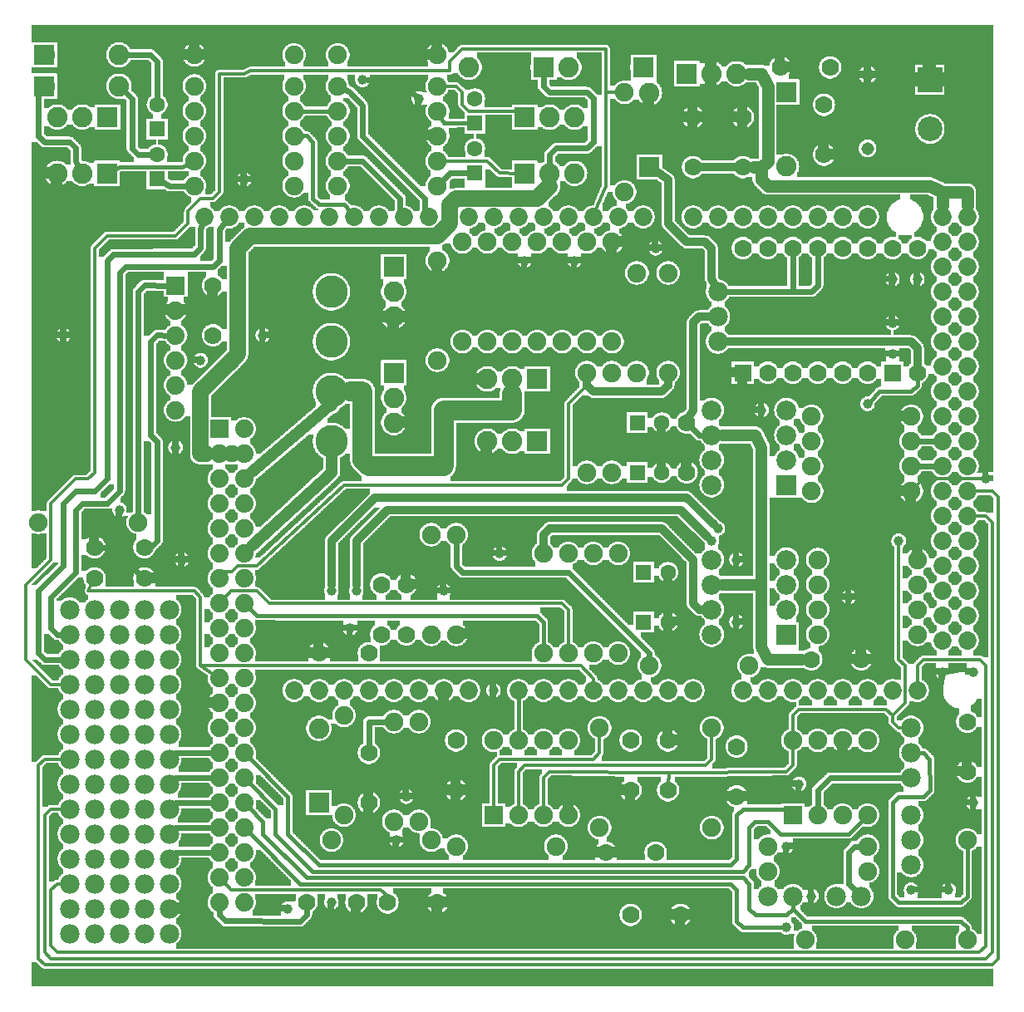
<source format=gbl>
G04 MADE WITH FRITZING*
G04 WWW.FRITZING.ORG*
G04 DOUBLE SIDED*
G04 HOLES PLATED*
G04 CONTOUR ON CENTER OF CONTOUR VECTOR*
%ASAXBY*%
%FSLAX23Y23*%
%MOIN*%
%OFA0B0*%
%SFA1.0B1.0*%
%ADD10C,0.075000*%
%ADD11C,0.074000*%
%ADD12C,0.039370*%
%ADD13C,0.070000*%
%ADD14C,0.078000*%
%ADD15C,0.130000*%
%ADD16C,0.072917*%
%ADD17C,0.082000*%
%ADD18C,0.051496*%
%ADD19C,0.079370*%
%ADD20C,0.062992*%
%ADD21C,0.099055*%
%ADD22R,0.074000X0.074000*%
%ADD23R,0.070000X0.070000*%
%ADD24R,0.075000X0.075000*%
%ADD25R,0.082000X0.082000*%
%ADD26R,0.079370X0.079370*%
%ADD27R,0.062992X0.062992*%
%ADD28R,0.099055X0.099055*%
%ADD29C,0.024000*%
%ADD30C,0.012000*%
%ADD31C,0.048000*%
%ADD32C,0.016000*%
%ADD33C,0.065000*%
%ADD34C,0.080000*%
%ADD35C,0.050000*%
%ADD36C,0.032000*%
%LNCOPPER0*%
G90*
G70*
G54D10*
X1898Y3734D03*
X879Y3622D03*
X1458Y3499D03*
X1928Y3416D03*
X119Y3173D03*
X1359Y3232D03*
X3556Y2772D03*
X721Y2748D03*
X1112Y2153D03*
X2571Y3824D03*
X1167Y1844D03*
X626Y2095D03*
X693Y1242D03*
X1292Y1397D03*
X1847Y1458D03*
X1970Y1842D03*
X3233Y2405D03*
X97Y1184D03*
X2627Y1333D03*
X988Y1077D03*
X685Y484D03*
X3659Y1123D03*
X3088Y503D03*
G54D11*
X616Y2853D03*
X616Y2753D03*
X616Y2653D03*
X616Y2553D03*
X616Y2453D03*
X616Y2353D03*
G54D12*
X1366Y3678D03*
X3691Y1303D03*
X3816Y1303D03*
G54D10*
X2416Y3628D03*
X2416Y3228D03*
G54D12*
X3491Y2878D03*
X3491Y2703D03*
X3491Y2578D03*
X3066Y603D03*
X3116Y853D03*
X3591Y2878D03*
X2216Y2953D03*
X2016Y2953D03*
X966Y2653D03*
X716Y2553D03*
X391Y1953D03*
X616Y2203D03*
X641Y1753D03*
X2866Y1753D03*
X2966Y2353D03*
X3391Y2378D03*
X1502Y628D03*
G54D13*
X3591Y3003D03*
X3591Y2503D03*
X3491Y3003D03*
X3491Y2503D03*
X3391Y3003D03*
X3391Y2503D03*
X3291Y3003D03*
X3291Y2503D03*
X3191Y3003D03*
X3191Y2503D03*
X3091Y3003D03*
X3091Y2503D03*
X2991Y3003D03*
X2991Y2503D03*
X2891Y3003D03*
X2891Y2503D03*
G54D12*
X3866Y2078D03*
X1591Y3603D03*
X3166Y403D03*
X3716Y428D03*
X3816Y778D03*
X891Y3278D03*
X1541Y803D03*
X1891Y1228D03*
G54D10*
X3791Y228D03*
X3791Y628D03*
X3141Y228D03*
X3541Y228D03*
G54D14*
X191Y1553D03*
X291Y1553D03*
X391Y1553D03*
X491Y1553D03*
X591Y1553D03*
X191Y253D03*
X291Y253D03*
X391Y253D03*
X491Y253D03*
X591Y253D03*
X191Y853D03*
X191Y1153D03*
X191Y353D03*
X291Y353D03*
X391Y353D03*
X491Y353D03*
X591Y353D03*
X191Y1353D03*
X191Y1253D03*
X191Y1053D03*
X191Y753D03*
X191Y453D03*
X191Y953D03*
X191Y1453D03*
X191Y653D03*
X191Y553D03*
X291Y853D03*
X291Y1153D03*
X291Y1353D03*
X291Y1253D03*
X291Y1053D03*
X291Y753D03*
X291Y453D03*
X291Y953D03*
X291Y1453D03*
X291Y653D03*
X291Y553D03*
X391Y853D03*
X391Y1153D03*
X391Y1353D03*
X391Y1253D03*
X391Y1053D03*
X391Y753D03*
X391Y453D03*
X391Y953D03*
X391Y1453D03*
X391Y653D03*
X391Y553D03*
X491Y853D03*
X491Y1153D03*
X491Y1353D03*
X491Y1253D03*
X491Y1053D03*
X491Y753D03*
X491Y453D03*
X491Y953D03*
X491Y1453D03*
X491Y653D03*
X491Y553D03*
X591Y453D03*
X591Y553D03*
X591Y653D03*
X591Y753D03*
X591Y853D03*
X591Y953D03*
X591Y1053D03*
X591Y1153D03*
X591Y1253D03*
X591Y1353D03*
X591Y1453D03*
G54D10*
X1891Y728D03*
X1891Y1028D03*
X1991Y728D03*
X1991Y1028D03*
X2091Y728D03*
X2091Y1028D03*
X2191Y728D03*
X2191Y1028D03*
G54D15*
X1241Y2628D03*
X1241Y2828D03*
X1241Y2428D03*
X1241Y2228D03*
G54D12*
X1316Y1478D03*
X3316Y1603D03*
X2866Y1503D03*
X1916Y1778D03*
X1691Y1628D03*
X1241Y378D03*
X1066Y353D03*
X166Y2653D03*
X3566Y428D03*
X2541Y3003D03*
X3066Y278D03*
X2791Y1878D03*
X2766Y1828D03*
X1241Y1628D03*
X1341Y1628D03*
X3516Y1828D03*
G54D10*
X3091Y728D03*
X3091Y1028D03*
X3191Y728D03*
X3191Y1028D03*
X3291Y728D03*
X3291Y1028D03*
X3391Y728D03*
X3391Y1028D03*
G54D11*
X891Y2278D03*
X891Y2178D03*
X891Y2078D03*
X891Y1978D03*
X891Y1878D03*
X891Y1778D03*
X891Y1678D03*
X891Y1578D03*
X891Y1478D03*
X891Y1378D03*
X891Y1278D03*
X891Y1178D03*
X891Y1078D03*
X891Y978D03*
X891Y878D03*
X891Y778D03*
X891Y678D03*
X891Y578D03*
X891Y478D03*
X891Y378D03*
X791Y2278D03*
X791Y2178D03*
X791Y2078D03*
X791Y1978D03*
X791Y1878D03*
X791Y1778D03*
X791Y1678D03*
X791Y1578D03*
X791Y1478D03*
X791Y1378D03*
X791Y1278D03*
X791Y1178D03*
X791Y1078D03*
X791Y978D03*
X791Y878D03*
X791Y778D03*
X791Y678D03*
X791Y578D03*
X791Y478D03*
X791Y378D03*
G54D16*
X2991Y1228D03*
X1391Y1228D03*
X3091Y1228D03*
X3191Y1228D03*
X3291Y1228D03*
X3391Y1228D03*
X3691Y2628D03*
X3491Y1228D03*
X3591Y1228D03*
X1431Y3128D03*
X1991Y1228D03*
X2091Y1228D03*
X2191Y1228D03*
X2291Y1228D03*
X3691Y1828D03*
X2391Y1228D03*
X2491Y1228D03*
X2591Y1228D03*
X2691Y1228D03*
X2191Y3128D03*
X3691Y3028D03*
X3691Y2228D03*
X3691Y1428D03*
X1031Y3128D03*
X1791Y1228D03*
X1791Y3128D03*
X3691Y2828D03*
X3691Y2428D03*
X3691Y2028D03*
X3391Y3128D03*
X3691Y1628D03*
X3291Y3128D03*
X3191Y3128D03*
X3091Y3128D03*
X2991Y3128D03*
X2891Y3128D03*
X2791Y3128D03*
X2691Y3128D03*
X831Y3128D03*
X1231Y3128D03*
X1631Y3128D03*
X1191Y1228D03*
X1591Y1228D03*
X2391Y3128D03*
X1991Y3128D03*
X3691Y3128D03*
X3691Y2928D03*
X3691Y2728D03*
X3691Y2528D03*
X3691Y2328D03*
X3691Y2128D03*
X3691Y1928D03*
X3691Y1728D03*
X3691Y1528D03*
X731Y3128D03*
X931Y3128D03*
X1131Y3128D03*
X1331Y3128D03*
X1531Y3128D03*
X1091Y1228D03*
X1291Y1228D03*
X1491Y1228D03*
X1691Y1228D03*
X2491Y3128D03*
X2291Y3128D03*
X2091Y3128D03*
X1891Y3128D03*
X3791Y3128D03*
X3791Y3028D03*
X3791Y2928D03*
X3791Y2828D03*
X3791Y2728D03*
X3791Y2628D03*
X3791Y2528D03*
X3791Y2428D03*
X3791Y2328D03*
X3791Y2228D03*
X3791Y2128D03*
X3791Y2028D03*
X3791Y1928D03*
X3791Y1828D03*
X3791Y1728D03*
X3791Y1628D03*
X3791Y1528D03*
X3791Y1428D03*
X2891Y1228D03*
G54D17*
X1491Y2503D03*
X1491Y2403D03*
X1491Y2303D03*
X2066Y2478D03*
X1966Y2478D03*
X1866Y2478D03*
X1491Y2928D03*
X1491Y2828D03*
X1491Y2728D03*
X2066Y2228D03*
X1966Y2228D03*
X1866Y2228D03*
G54D13*
X1191Y1378D03*
X1391Y1378D03*
G54D10*
X1291Y728D03*
X1291Y1128D03*
G54D17*
X2516Y3328D03*
X2516Y3626D03*
G54D10*
X466Y1903D03*
X66Y1903D03*
G54D14*
X3566Y528D03*
X3566Y628D03*
X3566Y728D03*
X3566Y1078D03*
X3566Y978D03*
X3566Y878D03*
X2791Y2828D03*
X2791Y2728D03*
X2791Y2628D03*
G54D10*
X2991Y603D03*
X3391Y603D03*
X2991Y503D03*
X3391Y503D03*
G54D14*
X2991Y403D03*
X3091Y403D03*
X3266Y403D03*
X3366Y403D03*
G54D10*
X3591Y1453D03*
X3191Y1453D03*
X2366Y3028D03*
X2366Y2628D03*
X2266Y3028D03*
X2266Y2628D03*
X3566Y2028D03*
X3166Y2028D03*
X3591Y1753D03*
X3191Y1753D03*
X2166Y3028D03*
X2166Y2628D03*
X1666Y2953D03*
X1666Y2553D03*
X3566Y2328D03*
X3166Y2328D03*
G54D17*
X2666Y3703D03*
X2766Y3703D03*
X2866Y3703D03*
G54D13*
X3041Y3728D03*
X3241Y3728D03*
X2891Y3528D03*
X2891Y3328D03*
X3216Y3378D03*
X3216Y3578D03*
X2691Y3528D03*
X2691Y3328D03*
G54D17*
X3066Y3628D03*
X3066Y3330D03*
G54D18*
X3391Y3403D03*
X3391Y3698D03*
G54D19*
X3066Y1453D03*
X2766Y1453D03*
X3066Y1553D03*
X2766Y1553D03*
X3066Y1653D03*
X2766Y1653D03*
X3066Y1753D03*
X2766Y1753D03*
X3066Y2053D03*
X2766Y2053D03*
X3066Y2153D03*
X2766Y2153D03*
X3066Y2253D03*
X2766Y2253D03*
X3066Y2353D03*
X2766Y2353D03*
G54D10*
X3591Y1553D03*
X3191Y1553D03*
X1866Y3028D03*
X1866Y2628D03*
X1966Y3028D03*
X1966Y2628D03*
X3566Y2128D03*
X3166Y2128D03*
X3591Y1653D03*
X3191Y1653D03*
X2066Y3028D03*
X2066Y2628D03*
X1766Y3028D03*
X1766Y2628D03*
X3566Y2228D03*
X3166Y2228D03*
G54D13*
X3366Y1353D03*
X3166Y1353D03*
G54D10*
X2091Y1378D03*
X2091Y1778D03*
G54D13*
X2666Y2103D03*
X2666Y2303D03*
G54D10*
X2591Y2503D03*
X2591Y2903D03*
X2191Y1778D03*
X2191Y1378D03*
X2466Y2903D03*
X2466Y2503D03*
X2391Y1778D03*
X2391Y1378D03*
X2266Y2103D03*
X2266Y2503D03*
X2291Y1778D03*
X2291Y1378D03*
X2366Y2103D03*
X2366Y2503D03*
G54D20*
X2493Y1703D03*
X2591Y1703D03*
X2468Y2303D03*
X2566Y2303D03*
X2493Y1503D03*
X2591Y1503D03*
X2468Y2103D03*
X2566Y2103D03*
G54D10*
X1741Y1853D03*
X1741Y1453D03*
X2141Y603D03*
X1741Y603D03*
X1641Y628D03*
X1241Y628D03*
G54D13*
X1741Y828D03*
X1741Y1028D03*
X1666Y378D03*
X1466Y378D03*
X1391Y778D03*
X1391Y978D03*
X1341Y378D03*
X1141Y378D03*
G54D10*
X1591Y703D03*
X1591Y1103D03*
X1491Y703D03*
X1491Y1103D03*
G54D17*
X1191Y778D03*
X1191Y1076D03*
G54D13*
X2866Y803D03*
X2866Y1003D03*
X291Y1678D03*
X491Y1678D03*
X2441Y828D03*
X2441Y1028D03*
X766Y2853D03*
X766Y2653D03*
X291Y1803D03*
X491Y1803D03*
X2341Y578D03*
X2541Y578D03*
X2641Y328D03*
X2441Y328D03*
G54D10*
X2766Y678D03*
X2766Y1078D03*
X2316Y678D03*
X2316Y1078D03*
X2916Y1328D03*
X2516Y1328D03*
G54D13*
X1441Y1453D03*
X1441Y1653D03*
X2591Y828D03*
X2591Y1028D03*
X3791Y1103D03*
X3791Y903D03*
X1541Y1653D03*
X1541Y1453D03*
G54D10*
X1641Y1853D03*
X1641Y1453D03*
X1091Y3253D03*
X691Y3253D03*
X1266Y3253D03*
X1666Y3253D03*
X1091Y3553D03*
X691Y3553D03*
X1266Y3553D03*
X1666Y3553D03*
G54D20*
X542Y3281D03*
X542Y3379D03*
X1816Y3305D03*
X1816Y3403D03*
X542Y3481D03*
X542Y3579D03*
X1816Y3505D03*
X1816Y3603D03*
G54D17*
X91Y3653D03*
X389Y3653D03*
X2091Y3728D03*
X1793Y3728D03*
X91Y3778D03*
X389Y3778D03*
X2491Y3728D03*
X2193Y3728D03*
X341Y3303D03*
X241Y3303D03*
X141Y3303D03*
X2016Y3303D03*
X2116Y3303D03*
X2216Y3303D03*
X342Y3529D03*
X242Y3529D03*
X142Y3529D03*
X2016Y3528D03*
X2116Y3528D03*
X2216Y3528D03*
G54D10*
X1091Y3353D03*
X691Y3353D03*
X1265Y3352D03*
X1665Y3352D03*
X1091Y3653D03*
X691Y3653D03*
X1265Y3652D03*
X1665Y3652D03*
X1091Y3453D03*
X691Y3453D03*
X1266Y3453D03*
X1666Y3453D03*
X1091Y3778D03*
X691Y3778D03*
X1266Y3778D03*
X1666Y3778D03*
G54D21*
X3641Y3678D03*
X3641Y3481D03*
G54D22*
X616Y2853D03*
G54D23*
X2891Y2503D03*
X3491Y2503D03*
G54D24*
X1891Y728D03*
X3091Y728D03*
G54D22*
X791Y2278D03*
G54D25*
X1491Y2503D03*
X2066Y2478D03*
X1491Y2928D03*
X2066Y2228D03*
X2516Y3327D03*
X2666Y3703D03*
X3066Y3629D03*
G54D26*
X3066Y1453D03*
X3066Y2053D03*
G54D27*
X2493Y1703D03*
X2468Y2303D03*
X2493Y1503D03*
X2468Y2103D03*
G54D25*
X1191Y777D03*
G54D27*
X542Y3281D03*
X1816Y3305D03*
X542Y3481D03*
X1816Y3505D03*
G54D25*
X90Y3653D03*
X2092Y3728D03*
X90Y3778D03*
X2492Y3728D03*
X341Y3303D03*
X2016Y3303D03*
X342Y3529D03*
X2016Y3528D03*
G54D28*
X3641Y3678D03*
G54D29*
X491Y2854D02*
X585Y2853D01*
D02*
X1517Y3676D02*
X1385Y3678D01*
D02*
X1578Y3616D02*
X1517Y3676D01*
G54D30*
D02*
X116Y1253D02*
X16Y1353D01*
D02*
X267Y2077D02*
X291Y2103D01*
D02*
X216Y2077D02*
X266Y2077D01*
D02*
X16Y1353D02*
X16Y1653D01*
D02*
X16Y1653D02*
X116Y1753D01*
D02*
X116Y1753D02*
X116Y1977D01*
D02*
X116Y1977D02*
X216Y2077D01*
D02*
X291Y2103D02*
X291Y3003D01*
D02*
X617Y3053D02*
X666Y3103D01*
D02*
X342Y3053D02*
X617Y3053D01*
D02*
X291Y3003D02*
X342Y3053D01*
D02*
X2341Y3628D02*
X2341Y3252D01*
D02*
X167Y1253D02*
X116Y1253D01*
D02*
X667Y3152D02*
X715Y3202D01*
D02*
X666Y3103D02*
X667Y3152D01*
D02*
X766Y3203D02*
X791Y3228D01*
D02*
X715Y3202D02*
X766Y3203D01*
D02*
X791Y3702D02*
X891Y3702D01*
D02*
X891Y3702D02*
X917Y3715D01*
D02*
X791Y3228D02*
X791Y3702D01*
D02*
X1717Y3752D02*
X1765Y3802D01*
D02*
X917Y3715D02*
X1717Y3715D01*
D02*
X1717Y3715D02*
X1717Y3752D01*
D02*
X1765Y3802D02*
X2341Y3802D01*
D02*
X2341Y3802D02*
X2341Y3628D01*
D02*
X2341Y3252D02*
X2300Y3151D01*
D02*
X2393Y3628D02*
X2341Y3628D01*
D02*
X2593Y849D02*
X2597Y897D01*
G54D29*
D02*
X3595Y2228D02*
X3661Y2228D01*
D02*
X3661Y2128D02*
X3595Y2128D01*
G54D31*
D02*
X2966Y1653D02*
X2808Y1653D01*
G54D32*
D02*
X3440Y2428D02*
X3401Y2388D01*
G54D29*
D02*
X615Y578D02*
X612Y575D01*
D02*
X760Y578D02*
X615Y578D01*
G54D30*
D02*
X3616Y2078D02*
X3582Y2044D01*
D02*
X3853Y2078D02*
X3616Y2078D01*
G54D29*
D02*
X616Y979D02*
X612Y974D01*
D02*
X616Y778D02*
X613Y774D01*
D02*
X616Y678D02*
X613Y674D01*
G54D30*
D02*
X91Y953D02*
X167Y953D01*
D02*
X116Y753D02*
X167Y753D01*
D02*
X142Y453D02*
X167Y453D01*
G54D29*
D02*
X91Y1353D02*
X161Y1353D01*
D02*
X141Y1453D02*
X161Y1453D01*
D02*
X341Y1803D02*
X317Y1803D01*
D02*
X471Y1695D02*
X341Y1803D01*
D02*
X617Y879D02*
X612Y874D01*
G54D32*
D02*
X1991Y1177D02*
X1991Y1051D01*
G54D29*
D02*
X1391Y1103D02*
X1463Y1103D01*
D02*
X1391Y1004D02*
X1391Y1103D01*
G54D30*
D02*
X1917Y953D02*
X2291Y952D01*
D02*
X2316Y977D02*
X2316Y1055D01*
D02*
X2291Y952D02*
X2316Y977D01*
D02*
X1891Y928D02*
X1917Y953D01*
D02*
X1891Y751D02*
X1891Y928D01*
D02*
X2742Y928D02*
X2767Y952D01*
D02*
X2767Y952D02*
X2766Y1055D01*
D02*
X2016Y928D02*
X2742Y928D01*
D02*
X1991Y903D02*
X2016Y928D01*
D02*
X1991Y751D02*
X1991Y903D01*
D02*
X3091Y928D02*
X3066Y903D01*
D02*
X2116Y903D02*
X2091Y878D01*
D02*
X3091Y1005D02*
X3091Y928D01*
D02*
X2597Y897D02*
X2116Y903D01*
D02*
X3066Y903D02*
X2597Y897D01*
D02*
X2091Y878D02*
X2091Y751D01*
G54D33*
D02*
X845Y2178D02*
X838Y2178D01*
G54D31*
D02*
X1242Y2103D02*
X1241Y2171D01*
D02*
X922Y1807D02*
X1242Y2103D01*
D02*
X1242Y2377D02*
X1242Y2371D01*
D02*
X923Y2105D02*
X1242Y2377D01*
G54D29*
D02*
X760Y978D02*
X616Y979D01*
D02*
X760Y878D02*
X617Y879D01*
D02*
X760Y778D02*
X616Y778D01*
D02*
X760Y678D02*
X616Y678D01*
G54D30*
D02*
X941Y1728D02*
X1291Y2052D01*
D02*
X867Y1728D02*
X941Y1728D01*
D02*
X2167Y2052D02*
X2191Y2078D01*
D02*
X1291Y2052D02*
X2167Y2052D01*
D02*
X842Y1704D02*
X867Y1728D01*
D02*
X816Y1704D02*
X842Y1704D01*
D02*
X809Y1696D02*
X816Y1704D01*
D02*
X2191Y2078D02*
X2191Y2377D01*
D02*
X2191Y2377D02*
X2266Y2453D01*
D02*
X2266Y2453D02*
X2266Y2480D01*
G54D34*
D02*
X1366Y2153D02*
X1391Y2128D01*
D02*
X1366Y2428D02*
X1366Y2153D01*
D02*
X1391Y2128D02*
X1691Y2128D01*
D02*
X1691Y2128D02*
X1691Y2353D01*
D02*
X1691Y2353D02*
X1966Y2353D01*
D02*
X1966Y2353D02*
X1966Y2418D01*
D02*
X1315Y2428D02*
X1366Y2428D01*
G54D32*
D02*
X1991Y1203D02*
X1991Y1177D01*
G54D35*
D02*
X3641Y3252D02*
X3691Y3228D01*
D02*
X2991Y3252D02*
X3641Y3252D01*
D02*
X2965Y3278D02*
X2991Y3252D01*
D02*
X3691Y3228D02*
X3691Y3175D01*
D02*
X2967Y3328D02*
X2965Y3278D01*
D02*
X3791Y3228D02*
X3791Y3175D01*
D02*
X3691Y3228D02*
X3791Y3228D01*
G54D30*
D02*
X716Y1328D02*
X770Y1292D01*
G54D29*
D02*
X3091Y2828D02*
X3166Y2828D01*
D02*
X3191Y2853D02*
X3191Y2977D01*
D02*
X3166Y2828D02*
X3191Y2853D01*
D02*
X3091Y2828D02*
X3091Y2977D01*
D02*
X2821Y2828D02*
X3091Y2828D01*
G54D36*
D02*
X3591Y2603D02*
X3591Y2535D01*
D02*
X3567Y2628D02*
X3591Y2603D01*
D02*
X2827Y2628D02*
X3567Y2628D01*
G54D32*
D02*
X3440Y2428D02*
X3566Y2428D01*
D02*
X3591Y2453D02*
X3591Y2482D01*
D02*
X3566Y2428D02*
X3591Y2453D01*
D02*
X2891Y479D02*
X2917Y453D01*
D02*
X2917Y453D02*
X2916Y353D01*
D02*
X2916Y353D02*
X2941Y328D01*
D02*
X2941Y328D02*
X3066Y328D01*
D02*
X1142Y479D02*
X2891Y479D01*
D02*
X3066Y328D02*
X3091Y353D01*
D02*
X3091Y353D02*
X3091Y378D01*
D02*
X966Y653D02*
X1142Y479D01*
D02*
X966Y703D02*
X966Y653D01*
D02*
X909Y760D02*
X966Y703D01*
D02*
X2841Y453D02*
X1117Y453D01*
D02*
X2866Y428D02*
X2841Y453D01*
D02*
X2865Y302D02*
X2866Y428D01*
D02*
X1117Y453D02*
X909Y660D01*
D02*
X2891Y277D02*
X2865Y302D01*
D02*
X3053Y278D02*
X2891Y277D01*
G54D29*
D02*
X791Y328D02*
X791Y347D01*
D02*
X816Y304D02*
X791Y328D01*
D02*
X1116Y303D02*
X816Y304D01*
D02*
X1141Y328D02*
X1116Y303D01*
D02*
X1141Y352D02*
X1141Y328D01*
G54D30*
D02*
X1440Y428D02*
X840Y428D01*
D02*
X840Y428D02*
X809Y460D01*
D02*
X1467Y404D02*
X1440Y428D01*
D02*
X1467Y399D02*
X1467Y404D01*
D02*
X116Y428D02*
X116Y204D01*
D02*
X116Y204D02*
X142Y177D01*
D02*
X142Y453D02*
X116Y428D01*
D02*
X142Y177D02*
X3840Y177D01*
D02*
X3840Y177D02*
X3866Y203D01*
D02*
X3866Y203D02*
X3867Y1328D01*
D02*
X3616Y1352D02*
X3591Y1328D01*
D02*
X3842Y1352D02*
X3616Y1352D01*
D02*
X3591Y1328D02*
X3591Y1253D01*
D02*
X3867Y1328D02*
X3842Y1352D01*
D02*
X91Y728D02*
X91Y179D01*
D02*
X116Y753D02*
X91Y728D01*
D02*
X91Y179D02*
X116Y152D01*
D02*
X3866Y153D02*
X3891Y177D01*
D02*
X3867Y1928D02*
X3816Y1928D01*
D02*
X116Y152D02*
X3866Y153D01*
D02*
X3891Y177D02*
X3891Y1900D01*
D02*
X3891Y1900D02*
X3867Y1928D01*
D02*
X91Y953D02*
X67Y928D01*
D02*
X67Y928D02*
X67Y152D01*
D02*
X67Y152D02*
X91Y128D01*
D02*
X3917Y153D02*
X3916Y2004D01*
D02*
X3916Y2004D02*
X3891Y2028D01*
D02*
X91Y128D02*
X3891Y128D01*
D02*
X3891Y128D02*
X3917Y153D01*
D02*
X3891Y2028D02*
X3816Y2028D01*
D02*
X3517Y1079D02*
X3542Y1078D01*
D02*
X3491Y1103D02*
X3517Y1079D01*
D02*
X3491Y1128D02*
X3491Y1103D01*
G54D32*
D02*
X2891Y753D02*
X3066Y753D01*
D02*
X2866Y728D02*
X2891Y753D01*
D02*
X2866Y553D02*
X2866Y728D01*
D02*
X2842Y528D02*
X2866Y553D01*
D02*
X1191Y528D02*
X2842Y528D01*
D02*
X1067Y653D02*
X1191Y528D01*
D02*
X1066Y803D02*
X1067Y653D01*
D02*
X3066Y753D02*
X3075Y744D01*
D02*
X909Y960D02*
X1066Y803D01*
D02*
X1017Y753D02*
X1017Y653D01*
D02*
X2891Y503D02*
X2917Y528D01*
D02*
X1166Y503D02*
X2891Y503D01*
D02*
X1017Y653D02*
X1166Y503D01*
D02*
X2917Y528D02*
X2917Y677D01*
D02*
X2940Y703D02*
X2991Y703D01*
D02*
X2917Y677D02*
X2940Y703D01*
D02*
X2991Y703D02*
X3042Y653D01*
D02*
X3042Y653D02*
X3317Y653D01*
D02*
X3317Y653D02*
X3375Y712D01*
D02*
X909Y860D02*
X1017Y753D01*
G54D29*
D02*
X2716Y2253D02*
X2685Y2284D01*
D02*
X2735Y2253D02*
X2716Y2253D01*
G54D30*
D02*
X991Y1577D02*
X2166Y1577D01*
D02*
X2166Y1577D02*
X2191Y1553D01*
D02*
X942Y1628D02*
X991Y1577D01*
D02*
X2191Y1553D02*
X2191Y1401D01*
D02*
X840Y1628D02*
X942Y1628D01*
D02*
X809Y1596D02*
X840Y1628D01*
G54D32*
D02*
X909Y1560D02*
X942Y1528D01*
D02*
X942Y1528D02*
X2066Y1528D01*
D02*
X2066Y1528D02*
X2091Y1503D01*
D02*
X2091Y1503D02*
X2091Y1401D01*
G54D36*
D02*
X1241Y1828D02*
X1417Y2002D01*
D02*
X1417Y2002D02*
X2665Y2002D01*
D02*
X2665Y2002D02*
X2774Y1895D01*
D02*
X1241Y1653D02*
X1241Y1828D01*
D02*
X1342Y1652D02*
X1342Y1653D01*
D02*
X1341Y1828D02*
X1342Y1652D01*
D02*
X1465Y1952D02*
X1341Y1828D01*
D02*
X2641Y1953D02*
X1465Y1952D01*
D02*
X2749Y1845D02*
X2641Y1953D01*
G54D29*
D02*
X342Y2077D02*
X291Y2028D01*
D02*
X291Y2028D02*
X215Y2028D01*
D02*
X66Y1378D02*
X91Y1353D01*
D02*
X65Y1628D02*
X66Y1378D01*
D02*
X167Y1728D02*
X65Y1628D01*
D02*
X167Y1978D02*
X167Y1728D01*
D02*
X215Y2028D02*
X167Y1978D01*
D02*
X342Y2952D02*
X342Y2077D01*
D02*
X691Y2979D02*
X367Y2977D01*
D02*
X716Y3079D02*
X716Y3004D01*
D02*
X716Y3004D02*
X691Y2979D01*
D02*
X367Y2977D02*
X342Y2952D01*
D02*
X722Y3099D02*
X716Y3079D01*
D02*
X391Y2028D02*
X341Y1978D01*
D02*
X791Y2952D02*
X767Y2928D01*
D02*
X791Y3078D02*
X791Y2952D01*
D02*
X767Y2928D02*
X416Y2928D01*
D02*
X416Y2928D02*
X391Y2904D01*
D02*
X391Y2904D02*
X391Y2028D01*
D02*
X341Y1978D02*
X241Y1978D01*
D02*
X116Y1477D02*
X141Y1453D01*
D02*
X115Y1602D02*
X116Y1477D01*
D02*
X217Y1952D02*
X217Y1702D01*
D02*
X217Y1702D02*
X115Y1602D01*
D02*
X241Y1978D02*
X217Y1952D01*
D02*
X812Y3104D02*
X791Y3078D01*
D02*
X1742Y1728D02*
X1766Y1703D01*
D02*
X2191Y1703D02*
X2516Y1377D01*
D02*
X1766Y1703D02*
X2191Y1703D01*
D02*
X2516Y1377D02*
X2516Y1357D01*
D02*
X1741Y1824D02*
X1742Y1728D01*
D02*
X515Y2252D02*
X541Y2228D01*
D02*
X516Y1803D02*
X517Y1803D01*
D02*
X542Y1828D02*
X516Y1803D01*
D02*
X541Y2228D02*
X542Y1828D01*
D02*
X516Y2628D02*
X515Y2252D01*
D02*
X543Y2654D02*
X516Y2628D01*
D02*
X585Y2653D02*
X543Y2654D01*
G54D36*
D02*
X2566Y1879D02*
X2116Y1879D01*
D02*
X2116Y1879D02*
X2091Y1852D01*
D02*
X2091Y1852D02*
X2091Y1812D01*
D02*
X2667Y1777D02*
X2566Y1879D01*
D02*
X2666Y1777D02*
X2667Y1777D01*
D02*
X2691Y1753D02*
X2666Y1777D01*
D02*
X2691Y1578D02*
X2691Y1753D01*
D02*
X2716Y1553D02*
X2691Y1578D01*
D02*
X2730Y1553D02*
X2716Y1553D01*
G54D31*
D02*
X2808Y2253D02*
X2941Y2253D01*
G54D36*
D02*
X2691Y2704D02*
X2716Y2728D01*
D02*
X2691Y2353D02*
X2691Y2704D01*
D02*
X2680Y2331D02*
X2691Y2353D01*
D02*
X2716Y2728D02*
X2756Y2728D01*
G54D31*
D02*
X2966Y1653D02*
X2966Y1403D01*
D02*
X2966Y2203D02*
X2966Y1653D01*
D02*
X2941Y2253D02*
X2966Y2203D01*
D02*
X2991Y1353D02*
X3129Y1353D01*
D02*
X2966Y1403D02*
X2991Y1353D01*
G54D36*
D02*
X2567Y2428D02*
X2591Y2453D01*
D02*
X2591Y2453D02*
X2591Y2469D01*
D02*
X2291Y2428D02*
X2567Y2428D01*
D02*
X2267Y2453D02*
X2291Y2428D01*
D02*
X2266Y2469D02*
X2267Y2453D01*
G54D32*
D02*
X1114Y3553D02*
X1243Y3553D01*
G54D36*
D02*
X2591Y3278D02*
X2591Y3102D01*
D02*
X2766Y3003D02*
X2766Y2879D01*
D02*
X2766Y2879D02*
X2775Y2860D01*
D02*
X2740Y3028D02*
X2766Y3003D01*
D02*
X2666Y3028D02*
X2740Y3028D01*
D02*
X2591Y3102D02*
X2666Y3028D01*
D02*
X2548Y3307D02*
X2591Y3278D01*
G54D30*
D02*
X691Y1628D02*
X267Y1628D01*
D02*
X267Y1628D02*
X282Y1660D01*
D02*
X715Y1602D02*
X691Y1628D01*
D02*
X716Y1328D02*
X715Y1602D01*
D02*
X1043Y1328D02*
X716Y1328D01*
D02*
X2291Y1276D02*
X2241Y1328D01*
D02*
X2291Y1253D02*
X2291Y1276D01*
G54D29*
D02*
X467Y2828D02*
X466Y1932D01*
D02*
X491Y2854D02*
X467Y2828D01*
D02*
X3317Y577D02*
X3317Y453D01*
D02*
X3340Y603D02*
X3317Y577D01*
D02*
X3363Y603D02*
X3340Y603D01*
G54D32*
D02*
X3766Y303D02*
X3142Y303D01*
D02*
X3791Y277D02*
X3766Y303D01*
D02*
X3142Y303D02*
X3091Y353D01*
D02*
X3791Y251D02*
X3791Y277D01*
D02*
X3091Y353D02*
X3091Y378D01*
D02*
X3766Y377D02*
X3791Y403D01*
D02*
X3791Y403D02*
X3791Y605D01*
D02*
X3517Y377D02*
X3766Y377D01*
D02*
X3491Y403D02*
X3517Y377D01*
D02*
X3491Y777D02*
X3491Y403D01*
D02*
X3617Y803D02*
X3517Y803D01*
D02*
X3517Y803D02*
X3491Y777D01*
D02*
X3642Y828D02*
X3617Y803D01*
D02*
X3617Y977D02*
X3640Y953D01*
D02*
X3640Y953D02*
X3642Y828D01*
D02*
X3591Y978D02*
X3617Y977D01*
G54D29*
D02*
X3242Y877D02*
X3536Y878D01*
D02*
X3191Y828D02*
X3242Y877D01*
D02*
X3191Y757D02*
X3191Y828D01*
G54D35*
D02*
X2967Y3702D02*
X2991Y3652D01*
D02*
X2967Y3328D02*
X2934Y3328D01*
D02*
X2991Y3352D02*
X2967Y3328D01*
D02*
X2991Y3652D02*
X2991Y3352D01*
D02*
X2915Y3703D02*
X2967Y3702D01*
G54D36*
D02*
X2860Y3328D02*
X2723Y3328D01*
G54D32*
D02*
X641Y3328D02*
X671Y3343D01*
D02*
X391Y3328D02*
X641Y3328D01*
D02*
X365Y3315D02*
X391Y3328D01*
G54D29*
D02*
X1517Y3203D02*
X1367Y3352D01*
D02*
X1517Y3153D02*
X1517Y3203D01*
D02*
X1516Y3154D02*
X1517Y3153D01*
D02*
X1367Y3352D02*
X1294Y3352D01*
D02*
X1615Y3154D02*
X1616Y3152D01*
D02*
X1616Y3203D02*
X1367Y3452D01*
D02*
X1616Y3152D02*
X1616Y3203D01*
G54D32*
D02*
X1141Y3454D02*
X1114Y3453D01*
D02*
X1167Y3202D02*
X1166Y3428D01*
D02*
X1166Y3428D02*
X1141Y3454D01*
D02*
X1191Y3178D02*
X1167Y3202D01*
D02*
X1317Y3153D02*
X1291Y3178D01*
D02*
X1291Y3178D02*
X1191Y3178D01*
D02*
X1319Y3149D02*
X1317Y3153D01*
D02*
X1691Y3504D02*
X1795Y3504D01*
D02*
X1677Y3532D02*
X1691Y3504D01*
G54D30*
D02*
X1991Y3552D02*
X1791Y3552D01*
D02*
X1767Y3578D02*
X1767Y3628D01*
D02*
X1741Y3652D02*
X1691Y3652D01*
D02*
X1767Y3628D02*
X1741Y3652D01*
D02*
X1691Y3652D02*
X1688Y3652D01*
D02*
X1791Y3552D02*
X1767Y3578D01*
D02*
X1997Y3547D02*
X1991Y3552D01*
G54D29*
D02*
X2291Y3604D02*
X2291Y3428D01*
D02*
X2091Y3652D02*
X2116Y3628D01*
D02*
X2116Y3628D02*
X2267Y3628D01*
D02*
X2291Y3428D02*
X2267Y3404D01*
D02*
X2142Y3404D02*
X2116Y3377D01*
D02*
X2267Y3628D02*
X2291Y3604D01*
D02*
X2116Y3377D02*
X2116Y3335D01*
D02*
X2267Y3404D02*
X2142Y3404D01*
D02*
X2091Y3696D02*
X2091Y3652D01*
D02*
X191Y3428D02*
X91Y3428D01*
D02*
X216Y3404D02*
X191Y3428D01*
D02*
X216Y3352D02*
X216Y3404D01*
D02*
X67Y3628D02*
X69Y3630D01*
D02*
X67Y3452D02*
X67Y3628D01*
D02*
X91Y3428D02*
X67Y3452D01*
D02*
X226Y3332D02*
X216Y3352D01*
D02*
X542Y3752D02*
X516Y3779D01*
D02*
X516Y3779D02*
X421Y3778D01*
D02*
X542Y3606D02*
X542Y3752D01*
D02*
X442Y3403D02*
X442Y3603D01*
D02*
X466Y3379D02*
X442Y3403D01*
D02*
X442Y3603D02*
X412Y3631D01*
D02*
X515Y3379D02*
X466Y3379D01*
D02*
X591Y3253D02*
X566Y3268D01*
D02*
X663Y3253D02*
X591Y3253D01*
D02*
X1717Y3304D02*
X1789Y3304D01*
D02*
X1686Y3273D02*
X1717Y3304D01*
G54D30*
D02*
X1916Y3304D02*
X1990Y3303D01*
D02*
X1867Y3352D02*
X1916Y3304D01*
D02*
X1688Y3352D02*
X1867Y3352D01*
D02*
X2241Y1328D02*
X1043Y1328D01*
G54D29*
D02*
X3317Y453D02*
X3345Y424D01*
G54D33*
D02*
X2116Y3253D02*
X2116Y3249D01*
D02*
X2065Y3202D02*
X2116Y3253D01*
D02*
X1741Y3202D02*
X2065Y3202D01*
D02*
X1717Y3178D02*
X1741Y3202D01*
D02*
X1717Y3102D02*
X1717Y3178D01*
D02*
X1667Y3052D02*
X1717Y3102D01*
D02*
X917Y3052D02*
X1667Y3052D01*
D02*
X865Y3002D02*
X917Y3052D01*
D02*
X841Y2552D02*
X865Y2578D01*
D02*
X865Y2578D02*
X865Y3002D01*
D02*
X716Y2177D02*
X716Y2428D01*
D02*
X716Y2428D02*
X841Y2552D01*
D02*
X738Y2177D02*
X716Y2177D01*
G54D29*
D02*
X1367Y3452D02*
X1365Y3576D01*
D02*
X1317Y3628D02*
X1291Y3640D01*
D02*
X1365Y3576D02*
X1317Y3628D01*
G54D30*
D02*
X3517Y1153D02*
X3491Y1128D01*
D02*
X3117Y1153D02*
X3091Y1128D01*
D02*
X3466Y1153D02*
X3117Y1153D01*
D02*
X3491Y1128D02*
X3466Y1153D01*
D02*
X3542Y1179D02*
X3517Y1153D01*
D02*
X3091Y1128D02*
X3091Y1051D01*
D02*
X3542Y1328D02*
X3542Y1179D01*
D02*
X3516Y1352D02*
X3542Y1328D01*
D02*
X3516Y1815D02*
X3516Y1352D01*
G36*
X1824Y3787D02*
X1824Y3767D01*
X1826Y3767D01*
X1826Y3765D01*
X1830Y3765D01*
X1830Y3761D01*
X1832Y3761D01*
X1832Y3759D01*
X1834Y3759D01*
X1834Y3757D01*
X1836Y3757D01*
X1836Y3753D01*
X1838Y3753D01*
X1838Y3751D01*
X1840Y3751D01*
X1840Y3745D01*
X1842Y3745D01*
X1842Y3739D01*
X1844Y3739D01*
X1844Y3717D01*
X1842Y3717D01*
X1842Y3711D01*
X1840Y3711D01*
X1840Y3707D01*
X1838Y3707D01*
X1838Y3703D01*
X1836Y3703D01*
X1836Y3699D01*
X1834Y3699D01*
X1834Y3697D01*
X1832Y3697D01*
X1832Y3695D01*
X1830Y3695D01*
X1830Y3691D01*
X1826Y3691D01*
X1826Y3689D01*
X1824Y3689D01*
X1824Y3687D01*
X1822Y3687D01*
X1822Y3685D01*
X1818Y3685D01*
X1818Y3683D01*
X1814Y3683D01*
X1814Y3681D01*
X1810Y3681D01*
X1810Y3679D01*
X1802Y3679D01*
X1802Y3677D01*
X2042Y3677D01*
X2042Y3719D01*
X2040Y3719D01*
X2040Y3737D01*
X2042Y3737D01*
X2042Y3787D01*
X1824Y3787D01*
G37*
D02*
G36*
X1728Y3705D02*
X1728Y3703D01*
X1726Y3703D01*
X1726Y3701D01*
X1722Y3701D01*
X1722Y3699D01*
X1704Y3699D01*
X1704Y3677D01*
X1784Y3677D01*
X1784Y3679D01*
X1776Y3679D01*
X1776Y3681D01*
X1772Y3681D01*
X1772Y3683D01*
X1768Y3683D01*
X1768Y3685D01*
X1764Y3685D01*
X1764Y3687D01*
X1762Y3687D01*
X1762Y3689D01*
X1760Y3689D01*
X1760Y3691D01*
X1758Y3691D01*
X1758Y3693D01*
X1756Y3693D01*
X1756Y3695D01*
X1754Y3695D01*
X1754Y3697D01*
X1752Y3697D01*
X1752Y3699D01*
X1750Y3699D01*
X1750Y3703D01*
X1748Y3703D01*
X1748Y3705D01*
X1728Y3705D01*
G37*
D02*
G36*
X1706Y3677D02*
X1706Y3675D01*
X2070Y3675D01*
X2070Y3677D01*
X1706Y3677D01*
G37*
D02*
G36*
X1706Y3677D02*
X1706Y3675D01*
X2070Y3675D01*
X2070Y3677D01*
X1706Y3677D01*
G37*
D02*
G36*
X1708Y3675D02*
X1708Y3671D01*
X1710Y3671D01*
X1710Y3669D01*
X1744Y3669D01*
X1744Y3667D01*
X1750Y3667D01*
X1750Y3665D01*
X1752Y3665D01*
X1752Y3663D01*
X1754Y3663D01*
X1754Y3661D01*
X1756Y3661D01*
X1756Y3659D01*
X1758Y3659D01*
X1758Y3657D01*
X1760Y3657D01*
X1760Y3655D01*
X1762Y3655D01*
X1762Y3653D01*
X1764Y3653D01*
X1764Y3651D01*
X1766Y3651D01*
X1766Y3649D01*
X1770Y3649D01*
X1770Y3647D01*
X1772Y3647D01*
X1772Y3645D01*
X1822Y3645D01*
X1822Y3643D01*
X1830Y3643D01*
X1830Y3641D01*
X1834Y3641D01*
X1834Y3639D01*
X1838Y3639D01*
X1838Y3637D01*
X1842Y3637D01*
X1842Y3635D01*
X1844Y3635D01*
X1844Y3633D01*
X1846Y3633D01*
X1846Y3631D01*
X1848Y3631D01*
X1848Y3629D01*
X1850Y3629D01*
X1850Y3625D01*
X1852Y3625D01*
X1852Y3621D01*
X1854Y3621D01*
X1854Y3617D01*
X1856Y3617D01*
X1856Y3609D01*
X1858Y3609D01*
X1858Y3597D01*
X1856Y3597D01*
X1856Y3589D01*
X1854Y3589D01*
X1854Y3579D01*
X2226Y3579D01*
X2226Y3577D01*
X2234Y3577D01*
X2234Y3575D01*
X2238Y3575D01*
X2238Y3573D01*
X2242Y3573D01*
X2242Y3571D01*
X2244Y3571D01*
X2244Y3569D01*
X2248Y3569D01*
X2248Y3567D01*
X2250Y3567D01*
X2250Y3565D01*
X2270Y3565D01*
X2270Y3595D01*
X2268Y3595D01*
X2268Y3597D01*
X2266Y3597D01*
X2266Y3599D01*
X2264Y3599D01*
X2264Y3601D01*
X2262Y3601D01*
X2262Y3603D01*
X2260Y3603D01*
X2260Y3605D01*
X2258Y3605D01*
X2258Y3607D01*
X2106Y3607D01*
X2106Y3609D01*
X2104Y3609D01*
X2104Y3611D01*
X2100Y3611D01*
X2100Y3613D01*
X2098Y3613D01*
X2098Y3615D01*
X2096Y3615D01*
X2096Y3617D01*
X2094Y3617D01*
X2094Y3619D01*
X2092Y3619D01*
X2092Y3621D01*
X2090Y3621D01*
X2090Y3623D01*
X2088Y3623D01*
X2088Y3625D01*
X2086Y3625D01*
X2086Y3627D01*
X2084Y3627D01*
X2084Y3629D01*
X2082Y3629D01*
X2082Y3631D01*
X2080Y3631D01*
X2080Y3633D01*
X2078Y3633D01*
X2078Y3635D01*
X2076Y3635D01*
X2076Y3637D01*
X2074Y3637D01*
X2074Y3641D01*
X2072Y3641D01*
X2072Y3643D01*
X2070Y3643D01*
X2070Y3675D01*
X1708Y3675D01*
G37*
D02*
G36*
X1774Y3645D02*
X1774Y3643D01*
X1776Y3643D01*
X1776Y3641D01*
X1778Y3641D01*
X1778Y3639D01*
X1798Y3639D01*
X1798Y3641D01*
X1802Y3641D01*
X1802Y3643D01*
X1812Y3643D01*
X1812Y3645D01*
X1774Y3645D01*
G37*
D02*
G36*
X1854Y3579D02*
X1854Y3569D01*
X1966Y3569D01*
X1966Y3579D01*
X1854Y3579D01*
G37*
D02*
G36*
X2068Y3579D02*
X2068Y3569D01*
X2088Y3569D01*
X2088Y3571D01*
X2090Y3571D01*
X2090Y3573D01*
X2094Y3573D01*
X2094Y3575D01*
X2100Y3575D01*
X2100Y3577D01*
X2106Y3577D01*
X2106Y3579D01*
X2068Y3579D01*
G37*
D02*
G36*
X2126Y3579D02*
X2126Y3577D01*
X2134Y3577D01*
X2134Y3575D01*
X2138Y3575D01*
X2138Y3573D01*
X2142Y3573D01*
X2142Y3571D01*
X2144Y3571D01*
X2144Y3569D01*
X2148Y3569D01*
X2148Y3567D01*
X2150Y3567D01*
X2150Y3565D01*
X2152Y3565D01*
X2152Y3563D01*
X2154Y3563D01*
X2154Y3561D01*
X2156Y3561D01*
X2156Y3559D01*
X2176Y3559D01*
X2176Y3561D01*
X2178Y3561D01*
X2178Y3563D01*
X2180Y3563D01*
X2180Y3565D01*
X2182Y3565D01*
X2182Y3567D01*
X2184Y3567D01*
X2184Y3569D01*
X2188Y3569D01*
X2188Y3571D01*
X2190Y3571D01*
X2190Y3573D01*
X2194Y3573D01*
X2194Y3575D01*
X2200Y3575D01*
X2200Y3577D01*
X2206Y3577D01*
X2206Y3579D01*
X2126Y3579D01*
G37*
D02*
G36*
X918Y3699D02*
X918Y3697D01*
X914Y3697D01*
X914Y3695D01*
X910Y3695D01*
X910Y3693D01*
X906Y3693D01*
X906Y3691D01*
X902Y3691D01*
X902Y3689D01*
X898Y3689D01*
X898Y3687D01*
X808Y3687D01*
X808Y3307D01*
X900Y3307D01*
X900Y3305D01*
X906Y3305D01*
X906Y3303D01*
X908Y3303D01*
X908Y3301D01*
X910Y3301D01*
X910Y3299D01*
X914Y3299D01*
X914Y3295D01*
X916Y3295D01*
X916Y3293D01*
X918Y3293D01*
X918Y3289D01*
X920Y3289D01*
X920Y3269D01*
X918Y3269D01*
X918Y3263D01*
X916Y3263D01*
X916Y3261D01*
X914Y3261D01*
X914Y3259D01*
X912Y3259D01*
X912Y3257D01*
X910Y3257D01*
X910Y3255D01*
X908Y3255D01*
X908Y3253D01*
X906Y3253D01*
X906Y3251D01*
X900Y3251D01*
X900Y3249D01*
X1044Y3249D01*
X1044Y3263D01*
X1046Y3263D01*
X1046Y3271D01*
X1048Y3271D01*
X1048Y3275D01*
X1050Y3275D01*
X1050Y3277D01*
X1052Y3277D01*
X1052Y3281D01*
X1054Y3281D01*
X1054Y3283D01*
X1056Y3283D01*
X1056Y3285D01*
X1058Y3285D01*
X1058Y3287D01*
X1060Y3287D01*
X1060Y3289D01*
X1062Y3289D01*
X1062Y3291D01*
X1064Y3291D01*
X1064Y3293D01*
X1068Y3293D01*
X1068Y3313D01*
X1064Y3313D01*
X1064Y3315D01*
X1062Y3315D01*
X1062Y3317D01*
X1060Y3317D01*
X1060Y3319D01*
X1058Y3319D01*
X1058Y3321D01*
X1056Y3321D01*
X1056Y3323D01*
X1054Y3323D01*
X1054Y3325D01*
X1052Y3325D01*
X1052Y3329D01*
X1050Y3329D01*
X1050Y3331D01*
X1048Y3331D01*
X1048Y3335D01*
X1046Y3335D01*
X1046Y3343D01*
X1044Y3343D01*
X1044Y3363D01*
X1046Y3363D01*
X1046Y3371D01*
X1048Y3371D01*
X1048Y3375D01*
X1050Y3375D01*
X1050Y3377D01*
X1052Y3377D01*
X1052Y3381D01*
X1054Y3381D01*
X1054Y3383D01*
X1056Y3383D01*
X1056Y3385D01*
X1058Y3385D01*
X1058Y3387D01*
X1060Y3387D01*
X1060Y3389D01*
X1062Y3389D01*
X1062Y3391D01*
X1064Y3391D01*
X1064Y3393D01*
X1068Y3393D01*
X1068Y3413D01*
X1064Y3413D01*
X1064Y3415D01*
X1062Y3415D01*
X1062Y3417D01*
X1060Y3417D01*
X1060Y3419D01*
X1058Y3419D01*
X1058Y3421D01*
X1056Y3421D01*
X1056Y3423D01*
X1054Y3423D01*
X1054Y3425D01*
X1052Y3425D01*
X1052Y3429D01*
X1050Y3429D01*
X1050Y3431D01*
X1048Y3431D01*
X1048Y3435D01*
X1046Y3435D01*
X1046Y3443D01*
X1044Y3443D01*
X1044Y3463D01*
X1046Y3463D01*
X1046Y3471D01*
X1048Y3471D01*
X1048Y3475D01*
X1050Y3475D01*
X1050Y3477D01*
X1052Y3477D01*
X1052Y3481D01*
X1054Y3481D01*
X1054Y3483D01*
X1056Y3483D01*
X1056Y3485D01*
X1058Y3485D01*
X1058Y3487D01*
X1060Y3487D01*
X1060Y3489D01*
X1062Y3489D01*
X1062Y3491D01*
X1064Y3491D01*
X1064Y3493D01*
X1068Y3493D01*
X1068Y3513D01*
X1064Y3513D01*
X1064Y3515D01*
X1062Y3515D01*
X1062Y3517D01*
X1060Y3517D01*
X1060Y3519D01*
X1058Y3519D01*
X1058Y3521D01*
X1056Y3521D01*
X1056Y3523D01*
X1054Y3523D01*
X1054Y3525D01*
X1052Y3525D01*
X1052Y3529D01*
X1050Y3529D01*
X1050Y3531D01*
X1048Y3531D01*
X1048Y3535D01*
X1046Y3535D01*
X1046Y3543D01*
X1044Y3543D01*
X1044Y3563D01*
X1046Y3563D01*
X1046Y3571D01*
X1048Y3571D01*
X1048Y3575D01*
X1050Y3575D01*
X1050Y3577D01*
X1052Y3577D01*
X1052Y3581D01*
X1054Y3581D01*
X1054Y3583D01*
X1056Y3583D01*
X1056Y3585D01*
X1058Y3585D01*
X1058Y3587D01*
X1060Y3587D01*
X1060Y3589D01*
X1062Y3589D01*
X1062Y3591D01*
X1064Y3591D01*
X1064Y3593D01*
X1068Y3593D01*
X1068Y3613D01*
X1064Y3613D01*
X1064Y3615D01*
X1062Y3615D01*
X1062Y3617D01*
X1060Y3617D01*
X1060Y3619D01*
X1058Y3619D01*
X1058Y3621D01*
X1056Y3621D01*
X1056Y3623D01*
X1054Y3623D01*
X1054Y3625D01*
X1052Y3625D01*
X1052Y3629D01*
X1050Y3629D01*
X1050Y3631D01*
X1048Y3631D01*
X1048Y3635D01*
X1046Y3635D01*
X1046Y3643D01*
X1044Y3643D01*
X1044Y3663D01*
X1046Y3663D01*
X1046Y3671D01*
X1048Y3671D01*
X1048Y3675D01*
X1050Y3675D01*
X1050Y3677D01*
X1052Y3677D01*
X1052Y3699D01*
X918Y3699D01*
G37*
D02*
G36*
X808Y3307D02*
X808Y3249D01*
X882Y3249D01*
X882Y3251D01*
X878Y3251D01*
X878Y3253D01*
X874Y3253D01*
X874Y3255D01*
X872Y3255D01*
X872Y3257D01*
X870Y3257D01*
X870Y3259D01*
X868Y3259D01*
X868Y3261D01*
X866Y3261D01*
X866Y3265D01*
X864Y3265D01*
X864Y3269D01*
X862Y3269D01*
X862Y3287D01*
X864Y3287D01*
X864Y3291D01*
X866Y3291D01*
X866Y3295D01*
X868Y3295D01*
X868Y3297D01*
X870Y3297D01*
X870Y3299D01*
X872Y3299D01*
X872Y3301D01*
X874Y3301D01*
X874Y3303D01*
X878Y3303D01*
X878Y3305D01*
X882Y3305D01*
X882Y3307D01*
X808Y3307D01*
G37*
D02*
G36*
X808Y3249D02*
X808Y3247D01*
X1044Y3247D01*
X1044Y3249D01*
X808Y3249D01*
G37*
D02*
G36*
X808Y3249D02*
X808Y3247D01*
X1044Y3247D01*
X1044Y3249D01*
X808Y3249D01*
G37*
D02*
G36*
X808Y3247D02*
X808Y3225D01*
X806Y3225D01*
X806Y3221D01*
X804Y3221D01*
X804Y3217D01*
X802Y3217D01*
X802Y3215D01*
X800Y3215D01*
X800Y3213D01*
X798Y3213D01*
X798Y3211D01*
X796Y3211D01*
X796Y3209D01*
X794Y3209D01*
X794Y3207D01*
X792Y3207D01*
X792Y3205D01*
X1086Y3205D01*
X1086Y3207D01*
X1076Y3207D01*
X1076Y3209D01*
X1072Y3209D01*
X1072Y3211D01*
X1068Y3211D01*
X1068Y3213D01*
X1064Y3213D01*
X1064Y3215D01*
X1062Y3215D01*
X1062Y3217D01*
X1060Y3217D01*
X1060Y3219D01*
X1058Y3219D01*
X1058Y3221D01*
X1056Y3221D01*
X1056Y3223D01*
X1054Y3223D01*
X1054Y3225D01*
X1052Y3225D01*
X1052Y3229D01*
X1050Y3229D01*
X1050Y3231D01*
X1048Y3231D01*
X1048Y3235D01*
X1046Y3235D01*
X1046Y3243D01*
X1044Y3243D01*
X1044Y3247D01*
X808Y3247D01*
G37*
D02*
G36*
X1128Y3225D02*
X1128Y3223D01*
X1126Y3223D01*
X1126Y3219D01*
X1124Y3219D01*
X1124Y3217D01*
X1120Y3217D01*
X1120Y3215D01*
X1118Y3215D01*
X1118Y3213D01*
X1114Y3213D01*
X1114Y3211D01*
X1112Y3211D01*
X1112Y3209D01*
X1106Y3209D01*
X1106Y3207D01*
X1098Y3207D01*
X1098Y3205D01*
X1148Y3205D01*
X1148Y3225D01*
X1128Y3225D01*
G37*
D02*
G36*
X790Y3205D02*
X790Y3203D01*
X1148Y3203D01*
X1148Y3205D01*
X790Y3205D01*
G37*
D02*
G36*
X790Y3205D02*
X790Y3203D01*
X1148Y3203D01*
X1148Y3205D01*
X790Y3205D01*
G37*
D02*
G36*
X788Y3203D02*
X788Y3201D01*
X786Y3201D01*
X786Y3199D01*
X784Y3199D01*
X784Y3197D01*
X782Y3197D01*
X782Y3195D01*
X780Y3195D01*
X780Y3193D01*
X778Y3193D01*
X778Y3191D01*
X776Y3191D01*
X776Y3189D01*
X772Y3189D01*
X772Y3187D01*
X754Y3187D01*
X754Y3175D01*
X1138Y3175D01*
X1138Y3173D01*
X1146Y3173D01*
X1146Y3171D01*
X1150Y3171D01*
X1150Y3169D01*
X1154Y3169D01*
X1154Y3167D01*
X1158Y3167D01*
X1158Y3165D01*
X1160Y3165D01*
X1160Y3163D01*
X1162Y3163D01*
X1162Y3161D01*
X1164Y3161D01*
X1164Y3159D01*
X1166Y3159D01*
X1166Y3157D01*
X1168Y3157D01*
X1168Y3155D01*
X1188Y3155D01*
X1188Y3161D01*
X1184Y3161D01*
X1184Y3163D01*
X1180Y3163D01*
X1180Y3165D01*
X1178Y3165D01*
X1178Y3167D01*
X1176Y3167D01*
X1176Y3169D01*
X1174Y3169D01*
X1174Y3171D01*
X1172Y3171D01*
X1172Y3173D01*
X1170Y3173D01*
X1170Y3175D01*
X1168Y3175D01*
X1168Y3177D01*
X1166Y3177D01*
X1166Y3179D01*
X1164Y3179D01*
X1164Y3181D01*
X1162Y3181D01*
X1162Y3183D01*
X1160Y3183D01*
X1160Y3185D01*
X1158Y3185D01*
X1158Y3187D01*
X1156Y3187D01*
X1156Y3189D01*
X1154Y3189D01*
X1154Y3191D01*
X1152Y3191D01*
X1152Y3193D01*
X1150Y3193D01*
X1150Y3199D01*
X1148Y3199D01*
X1148Y3203D01*
X788Y3203D01*
G37*
D02*
G36*
X754Y3175D02*
X754Y3167D01*
X758Y3167D01*
X758Y3165D01*
X760Y3165D01*
X760Y3163D01*
X762Y3163D01*
X762Y3161D01*
X764Y3161D01*
X764Y3159D01*
X766Y3159D01*
X766Y3157D01*
X768Y3157D01*
X768Y3155D01*
X770Y3155D01*
X770Y3151D01*
X792Y3151D01*
X792Y3155D01*
X794Y3155D01*
X794Y3157D01*
X796Y3157D01*
X796Y3159D01*
X798Y3159D01*
X798Y3161D01*
X800Y3161D01*
X800Y3163D01*
X802Y3163D01*
X802Y3165D01*
X804Y3165D01*
X804Y3167D01*
X808Y3167D01*
X808Y3169D01*
X812Y3169D01*
X812Y3171D01*
X816Y3171D01*
X816Y3173D01*
X826Y3173D01*
X826Y3175D01*
X754Y3175D01*
G37*
D02*
G36*
X838Y3175D02*
X838Y3173D01*
X846Y3173D01*
X846Y3171D01*
X850Y3171D01*
X850Y3169D01*
X854Y3169D01*
X854Y3167D01*
X858Y3167D01*
X858Y3165D01*
X860Y3165D01*
X860Y3163D01*
X862Y3163D01*
X862Y3161D01*
X864Y3161D01*
X864Y3159D01*
X866Y3159D01*
X866Y3157D01*
X868Y3157D01*
X868Y3155D01*
X870Y3155D01*
X870Y3151D01*
X892Y3151D01*
X892Y3155D01*
X894Y3155D01*
X894Y3157D01*
X896Y3157D01*
X896Y3159D01*
X898Y3159D01*
X898Y3161D01*
X900Y3161D01*
X900Y3163D01*
X902Y3163D01*
X902Y3165D01*
X904Y3165D01*
X904Y3167D01*
X908Y3167D01*
X908Y3169D01*
X912Y3169D01*
X912Y3171D01*
X916Y3171D01*
X916Y3173D01*
X926Y3173D01*
X926Y3175D01*
X838Y3175D01*
G37*
D02*
G36*
X938Y3175D02*
X938Y3173D01*
X946Y3173D01*
X946Y3171D01*
X950Y3171D01*
X950Y3169D01*
X954Y3169D01*
X954Y3167D01*
X958Y3167D01*
X958Y3165D01*
X960Y3165D01*
X960Y3163D01*
X962Y3163D01*
X962Y3161D01*
X964Y3161D01*
X964Y3159D01*
X966Y3159D01*
X966Y3157D01*
X968Y3157D01*
X968Y3155D01*
X970Y3155D01*
X970Y3151D01*
X992Y3151D01*
X992Y3155D01*
X994Y3155D01*
X994Y3157D01*
X996Y3157D01*
X996Y3159D01*
X998Y3159D01*
X998Y3161D01*
X1000Y3161D01*
X1000Y3163D01*
X1002Y3163D01*
X1002Y3165D01*
X1004Y3165D01*
X1004Y3167D01*
X1008Y3167D01*
X1008Y3169D01*
X1012Y3169D01*
X1012Y3171D01*
X1016Y3171D01*
X1016Y3173D01*
X1026Y3173D01*
X1026Y3175D01*
X938Y3175D01*
G37*
D02*
G36*
X1038Y3175D02*
X1038Y3173D01*
X1046Y3173D01*
X1046Y3171D01*
X1050Y3171D01*
X1050Y3169D01*
X1054Y3169D01*
X1054Y3167D01*
X1058Y3167D01*
X1058Y3165D01*
X1060Y3165D01*
X1060Y3163D01*
X1062Y3163D01*
X1062Y3161D01*
X1064Y3161D01*
X1064Y3159D01*
X1066Y3159D01*
X1066Y3157D01*
X1068Y3157D01*
X1068Y3155D01*
X1070Y3155D01*
X1070Y3151D01*
X1092Y3151D01*
X1092Y3155D01*
X1094Y3155D01*
X1094Y3157D01*
X1096Y3157D01*
X1096Y3159D01*
X1098Y3159D01*
X1098Y3161D01*
X1100Y3161D01*
X1100Y3163D01*
X1102Y3163D01*
X1102Y3165D01*
X1104Y3165D01*
X1104Y3167D01*
X1108Y3167D01*
X1108Y3169D01*
X1112Y3169D01*
X1112Y3171D01*
X1116Y3171D01*
X1116Y3173D01*
X1126Y3173D01*
X1126Y3175D01*
X1038Y3175D01*
G37*
D02*
G36*
X1130Y3699D02*
X1130Y3679D01*
X1132Y3679D01*
X1132Y3675D01*
X1134Y3675D01*
X1134Y3671D01*
X1136Y3671D01*
X1136Y3665D01*
X1138Y3665D01*
X1138Y3641D01*
X1136Y3641D01*
X1136Y3635D01*
X1134Y3635D01*
X1134Y3631D01*
X1132Y3631D01*
X1132Y3627D01*
X1130Y3627D01*
X1130Y3625D01*
X1128Y3625D01*
X1128Y3623D01*
X1126Y3623D01*
X1126Y3619D01*
X1124Y3619D01*
X1124Y3617D01*
X1120Y3617D01*
X1120Y3615D01*
X1118Y3615D01*
X1118Y3613D01*
X1114Y3613D01*
X1114Y3593D01*
X1118Y3593D01*
X1118Y3591D01*
X1120Y3591D01*
X1120Y3589D01*
X1124Y3589D01*
X1124Y3587D01*
X1126Y3587D01*
X1126Y3583D01*
X1128Y3583D01*
X1128Y3581D01*
X1130Y3581D01*
X1130Y3579D01*
X1132Y3579D01*
X1132Y3575D01*
X1134Y3575D01*
X1134Y3571D01*
X1222Y3571D01*
X1222Y3573D01*
X1224Y3573D01*
X1224Y3577D01*
X1226Y3577D01*
X1226Y3579D01*
X1228Y3579D01*
X1228Y3583D01*
X1230Y3583D01*
X1230Y3585D01*
X1232Y3585D01*
X1232Y3587D01*
X1234Y3587D01*
X1234Y3589D01*
X1236Y3589D01*
X1236Y3591D01*
X1240Y3591D01*
X1240Y3613D01*
X1238Y3613D01*
X1238Y3615D01*
X1234Y3615D01*
X1234Y3617D01*
X1232Y3617D01*
X1232Y3619D01*
X1230Y3619D01*
X1230Y3621D01*
X1228Y3621D01*
X1228Y3625D01*
X1226Y3625D01*
X1226Y3627D01*
X1224Y3627D01*
X1224Y3631D01*
X1222Y3631D01*
X1222Y3635D01*
X1220Y3635D01*
X1220Y3643D01*
X1218Y3643D01*
X1218Y3663D01*
X1220Y3663D01*
X1220Y3669D01*
X1222Y3669D01*
X1222Y3673D01*
X1224Y3673D01*
X1224Y3677D01*
X1226Y3677D01*
X1226Y3679D01*
X1228Y3679D01*
X1228Y3699D01*
X1130Y3699D01*
G37*
D02*
G36*
X1304Y3699D02*
X1304Y3677D01*
X1306Y3677D01*
X1306Y3675D01*
X1308Y3675D01*
X1308Y3671D01*
X1310Y3671D01*
X1310Y3663D01*
X1312Y3663D01*
X1312Y3655D01*
X1314Y3655D01*
X1314Y3653D01*
X1318Y3653D01*
X1318Y3651D01*
X1322Y3651D01*
X1322Y3649D01*
X1356Y3649D01*
X1356Y3651D01*
X1352Y3651D01*
X1352Y3653D01*
X1348Y3653D01*
X1348Y3655D01*
X1346Y3655D01*
X1346Y3657D01*
X1344Y3657D01*
X1344Y3659D01*
X1342Y3659D01*
X1342Y3663D01*
X1340Y3663D01*
X1340Y3667D01*
X1338Y3667D01*
X1338Y3673D01*
X1336Y3673D01*
X1336Y3699D01*
X1304Y3699D01*
G37*
D02*
G36*
X1396Y3699D02*
X1396Y3671D01*
X1394Y3671D01*
X1394Y3665D01*
X1392Y3665D01*
X1392Y3661D01*
X1390Y3661D01*
X1390Y3659D01*
X1388Y3659D01*
X1388Y3657D01*
X1386Y3657D01*
X1386Y3655D01*
X1384Y3655D01*
X1384Y3653D01*
X1380Y3653D01*
X1380Y3651D01*
X1376Y3651D01*
X1376Y3649D01*
X1618Y3649D01*
X1618Y3663D01*
X1620Y3663D01*
X1620Y3669D01*
X1622Y3669D01*
X1622Y3673D01*
X1624Y3673D01*
X1624Y3677D01*
X1626Y3677D01*
X1626Y3679D01*
X1628Y3679D01*
X1628Y3699D01*
X1396Y3699D01*
G37*
D02*
G36*
X1326Y3649D02*
X1326Y3647D01*
X1618Y3647D01*
X1618Y3649D01*
X1326Y3649D01*
G37*
D02*
G36*
X1326Y3649D02*
X1326Y3647D01*
X1618Y3647D01*
X1618Y3649D01*
X1326Y3649D01*
G37*
D02*
G36*
X1330Y3647D02*
X1330Y3645D01*
X1332Y3645D01*
X1332Y3643D01*
X1334Y3643D01*
X1334Y3641D01*
X1336Y3641D01*
X1336Y3639D01*
X1338Y3639D01*
X1338Y3637D01*
X1340Y3637D01*
X1340Y3635D01*
X1342Y3635D01*
X1342Y3633D01*
X1598Y3633D01*
X1598Y3631D01*
X1604Y3631D01*
X1604Y3629D01*
X1624Y3629D01*
X1624Y3631D01*
X1622Y3631D01*
X1622Y3635D01*
X1620Y3635D01*
X1620Y3643D01*
X1618Y3643D01*
X1618Y3647D01*
X1330Y3647D01*
G37*
D02*
G36*
X1344Y3633D02*
X1344Y3631D01*
X1346Y3631D01*
X1346Y3629D01*
X1348Y3629D01*
X1348Y3627D01*
X1350Y3627D01*
X1350Y3623D01*
X1352Y3623D01*
X1352Y3621D01*
X1354Y3621D01*
X1354Y3619D01*
X1356Y3619D01*
X1356Y3617D01*
X1358Y3617D01*
X1358Y3615D01*
X1360Y3615D01*
X1360Y3613D01*
X1362Y3613D01*
X1362Y3611D01*
X1364Y3611D01*
X1364Y3609D01*
X1366Y3609D01*
X1366Y3607D01*
X1368Y3607D01*
X1368Y3605D01*
X1370Y3605D01*
X1370Y3603D01*
X1372Y3603D01*
X1372Y3601D01*
X1374Y3601D01*
X1374Y3597D01*
X1376Y3597D01*
X1376Y3595D01*
X1378Y3595D01*
X1378Y3593D01*
X1380Y3593D01*
X1380Y3591D01*
X1382Y3591D01*
X1382Y3589D01*
X1384Y3589D01*
X1384Y3585D01*
X1386Y3585D01*
X1386Y3579D01*
X1388Y3579D01*
X1388Y3573D01*
X1586Y3573D01*
X1586Y3575D01*
X1580Y3575D01*
X1580Y3577D01*
X1576Y3577D01*
X1576Y3579D01*
X1572Y3579D01*
X1572Y3581D01*
X1570Y3581D01*
X1570Y3583D01*
X1568Y3583D01*
X1568Y3587D01*
X1566Y3587D01*
X1566Y3589D01*
X1564Y3589D01*
X1564Y3595D01*
X1562Y3595D01*
X1562Y3611D01*
X1564Y3611D01*
X1564Y3617D01*
X1566Y3617D01*
X1566Y3621D01*
X1568Y3621D01*
X1568Y3623D01*
X1570Y3623D01*
X1570Y3625D01*
X1572Y3625D01*
X1572Y3627D01*
X1576Y3627D01*
X1576Y3629D01*
X1578Y3629D01*
X1578Y3631D01*
X1586Y3631D01*
X1586Y3633D01*
X1344Y3633D01*
G37*
D02*
G36*
X1606Y3579D02*
X1606Y3577D01*
X1604Y3577D01*
X1604Y3575D01*
X1596Y3575D01*
X1596Y3573D01*
X1624Y3573D01*
X1624Y3577D01*
X1626Y3577D01*
X1626Y3579D01*
X1606Y3579D01*
G37*
D02*
G36*
X1388Y3573D02*
X1388Y3571D01*
X1622Y3571D01*
X1622Y3573D01*
X1388Y3573D01*
G37*
D02*
G36*
X1388Y3573D02*
X1388Y3571D01*
X1622Y3571D01*
X1622Y3573D01*
X1388Y3573D01*
G37*
D02*
G36*
X1388Y3571D02*
X1388Y3461D01*
X1390Y3461D01*
X1390Y3459D01*
X1392Y3459D01*
X1392Y3457D01*
X1394Y3457D01*
X1394Y3455D01*
X1396Y3455D01*
X1396Y3453D01*
X1398Y3453D01*
X1398Y3451D01*
X1400Y3451D01*
X1400Y3449D01*
X1402Y3449D01*
X1402Y3447D01*
X1404Y3447D01*
X1404Y3445D01*
X1406Y3445D01*
X1406Y3443D01*
X1408Y3443D01*
X1408Y3441D01*
X1410Y3441D01*
X1410Y3439D01*
X1412Y3439D01*
X1412Y3437D01*
X1414Y3437D01*
X1414Y3435D01*
X1416Y3435D01*
X1416Y3433D01*
X1418Y3433D01*
X1418Y3431D01*
X1420Y3431D01*
X1420Y3429D01*
X1422Y3429D01*
X1422Y3427D01*
X1424Y3427D01*
X1424Y3425D01*
X1426Y3425D01*
X1426Y3423D01*
X1428Y3423D01*
X1428Y3421D01*
X1430Y3421D01*
X1430Y3419D01*
X1432Y3419D01*
X1432Y3417D01*
X1434Y3417D01*
X1434Y3415D01*
X1436Y3415D01*
X1436Y3413D01*
X1438Y3413D01*
X1438Y3411D01*
X1440Y3411D01*
X1440Y3409D01*
X1442Y3409D01*
X1442Y3407D01*
X1444Y3407D01*
X1444Y3405D01*
X1446Y3405D01*
X1446Y3403D01*
X1448Y3403D01*
X1448Y3401D01*
X1450Y3401D01*
X1450Y3399D01*
X1452Y3399D01*
X1452Y3397D01*
X1454Y3397D01*
X1454Y3395D01*
X1456Y3395D01*
X1456Y3393D01*
X1458Y3393D01*
X1458Y3391D01*
X1460Y3391D01*
X1460Y3389D01*
X1462Y3389D01*
X1462Y3387D01*
X1464Y3387D01*
X1464Y3385D01*
X1466Y3385D01*
X1466Y3383D01*
X1468Y3383D01*
X1468Y3381D01*
X1470Y3381D01*
X1470Y3379D01*
X1472Y3379D01*
X1472Y3377D01*
X1474Y3377D01*
X1474Y3375D01*
X1476Y3375D01*
X1476Y3373D01*
X1478Y3373D01*
X1478Y3371D01*
X1480Y3371D01*
X1480Y3369D01*
X1482Y3369D01*
X1482Y3367D01*
X1484Y3367D01*
X1484Y3365D01*
X1486Y3365D01*
X1486Y3363D01*
X1488Y3363D01*
X1488Y3361D01*
X1490Y3361D01*
X1490Y3359D01*
X1492Y3359D01*
X1492Y3357D01*
X1494Y3357D01*
X1494Y3355D01*
X1496Y3355D01*
X1496Y3353D01*
X1498Y3353D01*
X1498Y3351D01*
X1500Y3351D01*
X1500Y3349D01*
X1502Y3349D01*
X1502Y3347D01*
X1504Y3347D01*
X1504Y3345D01*
X1506Y3345D01*
X1506Y3343D01*
X1508Y3343D01*
X1508Y3341D01*
X1510Y3341D01*
X1510Y3339D01*
X1512Y3339D01*
X1512Y3337D01*
X1514Y3337D01*
X1514Y3335D01*
X1516Y3335D01*
X1516Y3333D01*
X1518Y3333D01*
X1518Y3331D01*
X1520Y3331D01*
X1520Y3329D01*
X1522Y3329D01*
X1522Y3327D01*
X1524Y3327D01*
X1524Y3325D01*
X1526Y3325D01*
X1526Y3323D01*
X1528Y3323D01*
X1528Y3321D01*
X1530Y3321D01*
X1530Y3319D01*
X1532Y3319D01*
X1532Y3317D01*
X1534Y3317D01*
X1534Y3315D01*
X1536Y3315D01*
X1536Y3313D01*
X1538Y3313D01*
X1538Y3311D01*
X1540Y3311D01*
X1540Y3309D01*
X1542Y3309D01*
X1542Y3307D01*
X1544Y3307D01*
X1544Y3305D01*
X1546Y3305D01*
X1546Y3303D01*
X1548Y3303D01*
X1548Y3301D01*
X1550Y3301D01*
X1550Y3299D01*
X1552Y3299D01*
X1552Y3297D01*
X1554Y3297D01*
X1554Y3295D01*
X1556Y3295D01*
X1556Y3293D01*
X1558Y3293D01*
X1558Y3291D01*
X1560Y3291D01*
X1560Y3289D01*
X1562Y3289D01*
X1562Y3287D01*
X1564Y3287D01*
X1564Y3285D01*
X1566Y3285D01*
X1566Y3283D01*
X1568Y3283D01*
X1568Y3281D01*
X1570Y3281D01*
X1570Y3279D01*
X1572Y3279D01*
X1572Y3277D01*
X1574Y3277D01*
X1574Y3275D01*
X1576Y3275D01*
X1576Y3273D01*
X1578Y3273D01*
X1578Y3271D01*
X1580Y3271D01*
X1580Y3269D01*
X1582Y3269D01*
X1582Y3267D01*
X1584Y3267D01*
X1584Y3265D01*
X1586Y3265D01*
X1586Y3263D01*
X1588Y3263D01*
X1588Y3261D01*
X1590Y3261D01*
X1590Y3259D01*
X1592Y3259D01*
X1592Y3257D01*
X1594Y3257D01*
X1594Y3255D01*
X1596Y3255D01*
X1596Y3253D01*
X1598Y3253D01*
X1598Y3251D01*
X1618Y3251D01*
X1618Y3257D01*
X1620Y3257D01*
X1620Y3267D01*
X1622Y3267D01*
X1622Y3273D01*
X1624Y3273D01*
X1624Y3277D01*
X1626Y3277D01*
X1626Y3279D01*
X1628Y3279D01*
X1628Y3283D01*
X1630Y3283D01*
X1630Y3285D01*
X1632Y3285D01*
X1632Y3287D01*
X1634Y3287D01*
X1634Y3289D01*
X1636Y3289D01*
X1636Y3291D01*
X1640Y3291D01*
X1640Y3313D01*
X1638Y3313D01*
X1638Y3315D01*
X1634Y3315D01*
X1634Y3317D01*
X1632Y3317D01*
X1632Y3319D01*
X1630Y3319D01*
X1630Y3321D01*
X1628Y3321D01*
X1628Y3325D01*
X1626Y3325D01*
X1626Y3327D01*
X1624Y3327D01*
X1624Y3331D01*
X1622Y3331D01*
X1622Y3335D01*
X1620Y3335D01*
X1620Y3343D01*
X1618Y3343D01*
X1618Y3363D01*
X1620Y3363D01*
X1620Y3369D01*
X1622Y3369D01*
X1622Y3373D01*
X1624Y3373D01*
X1624Y3377D01*
X1626Y3377D01*
X1626Y3379D01*
X1628Y3379D01*
X1628Y3383D01*
X1630Y3383D01*
X1630Y3385D01*
X1632Y3385D01*
X1632Y3387D01*
X1634Y3387D01*
X1634Y3389D01*
X1636Y3389D01*
X1636Y3391D01*
X1640Y3391D01*
X1640Y3393D01*
X1642Y3393D01*
X1642Y3413D01*
X1640Y3413D01*
X1640Y3415D01*
X1636Y3415D01*
X1636Y3417D01*
X1634Y3417D01*
X1634Y3419D01*
X1632Y3419D01*
X1632Y3421D01*
X1630Y3421D01*
X1630Y3423D01*
X1628Y3423D01*
X1628Y3427D01*
X1626Y3427D01*
X1626Y3429D01*
X1624Y3429D01*
X1624Y3433D01*
X1622Y3433D01*
X1622Y3439D01*
X1620Y3439D01*
X1620Y3449D01*
X1618Y3449D01*
X1618Y3457D01*
X1620Y3457D01*
X1620Y3467D01*
X1622Y3467D01*
X1622Y3473D01*
X1624Y3473D01*
X1624Y3477D01*
X1626Y3477D01*
X1626Y3479D01*
X1628Y3479D01*
X1628Y3483D01*
X1630Y3483D01*
X1630Y3485D01*
X1632Y3485D01*
X1632Y3487D01*
X1634Y3487D01*
X1634Y3489D01*
X1636Y3489D01*
X1636Y3491D01*
X1640Y3491D01*
X1640Y3493D01*
X1642Y3493D01*
X1642Y3513D01*
X1640Y3513D01*
X1640Y3515D01*
X1636Y3515D01*
X1636Y3517D01*
X1634Y3517D01*
X1634Y3519D01*
X1632Y3519D01*
X1632Y3521D01*
X1630Y3521D01*
X1630Y3523D01*
X1628Y3523D01*
X1628Y3527D01*
X1626Y3527D01*
X1626Y3529D01*
X1624Y3529D01*
X1624Y3533D01*
X1622Y3533D01*
X1622Y3539D01*
X1620Y3539D01*
X1620Y3549D01*
X1618Y3549D01*
X1618Y3557D01*
X1620Y3557D01*
X1620Y3567D01*
X1622Y3567D01*
X1622Y3571D01*
X1388Y3571D01*
G37*
D02*
G36*
X2224Y3787D02*
X2224Y3767D01*
X2226Y3767D01*
X2226Y3765D01*
X2230Y3765D01*
X2230Y3761D01*
X2232Y3761D01*
X2232Y3759D01*
X2234Y3759D01*
X2234Y3757D01*
X2236Y3757D01*
X2236Y3753D01*
X2238Y3753D01*
X2238Y3751D01*
X2240Y3751D01*
X2240Y3745D01*
X2242Y3745D01*
X2242Y3739D01*
X2244Y3739D01*
X2244Y3717D01*
X2242Y3717D01*
X2242Y3711D01*
X2240Y3711D01*
X2240Y3707D01*
X2238Y3707D01*
X2238Y3703D01*
X2236Y3703D01*
X2236Y3699D01*
X2234Y3699D01*
X2234Y3697D01*
X2232Y3697D01*
X2232Y3695D01*
X2230Y3695D01*
X2230Y3691D01*
X2226Y3691D01*
X2226Y3689D01*
X2224Y3689D01*
X2224Y3687D01*
X2222Y3687D01*
X2222Y3685D01*
X2218Y3685D01*
X2218Y3683D01*
X2214Y3683D01*
X2214Y3681D01*
X2210Y3681D01*
X2210Y3679D01*
X2202Y3679D01*
X2202Y3677D01*
X2326Y3677D01*
X2326Y3787D01*
X2224Y3787D01*
G37*
D02*
G36*
X2144Y3687D02*
X2144Y3677D01*
X2184Y3677D01*
X2184Y3679D01*
X2176Y3679D01*
X2176Y3681D01*
X2172Y3681D01*
X2172Y3683D01*
X2168Y3683D01*
X2168Y3685D01*
X2164Y3685D01*
X2164Y3687D01*
X2144Y3687D01*
G37*
D02*
G36*
X2116Y3677D02*
X2116Y3675D01*
X2326Y3675D01*
X2326Y3677D01*
X2116Y3677D01*
G37*
D02*
G36*
X2116Y3677D02*
X2116Y3675D01*
X2326Y3675D01*
X2326Y3677D01*
X2116Y3677D01*
G37*
D02*
G36*
X2116Y3675D02*
X2116Y3657D01*
X2118Y3657D01*
X2118Y3655D01*
X2120Y3655D01*
X2120Y3653D01*
X2122Y3653D01*
X2122Y3651D01*
X2266Y3651D01*
X2266Y3649D01*
X2276Y3649D01*
X2276Y3647D01*
X2280Y3647D01*
X2280Y3645D01*
X2282Y3645D01*
X2282Y3643D01*
X2284Y3643D01*
X2284Y3641D01*
X2286Y3641D01*
X2286Y3639D01*
X2288Y3639D01*
X2288Y3637D01*
X2290Y3637D01*
X2290Y3635D01*
X2292Y3635D01*
X2292Y3633D01*
X2294Y3633D01*
X2294Y3631D01*
X2296Y3631D01*
X2296Y3629D01*
X2298Y3629D01*
X2298Y3627D01*
X2300Y3627D01*
X2300Y3625D01*
X2302Y3625D01*
X2302Y3623D01*
X2304Y3623D01*
X2304Y3621D01*
X2306Y3621D01*
X2306Y3619D01*
X2326Y3619D01*
X2326Y3675D01*
X2116Y3675D01*
G37*
D02*
G36*
X1710Y3637D02*
X1710Y3633D01*
X1708Y3633D01*
X1708Y3629D01*
X1706Y3629D01*
X1706Y3627D01*
X1704Y3627D01*
X1704Y3623D01*
X1702Y3623D01*
X1702Y3621D01*
X1700Y3621D01*
X1700Y3619D01*
X1698Y3619D01*
X1698Y3617D01*
X1696Y3617D01*
X1696Y3615D01*
X1694Y3615D01*
X1694Y3613D01*
X1690Y3613D01*
X1690Y3593D01*
X1694Y3593D01*
X1694Y3591D01*
X1696Y3591D01*
X1696Y3589D01*
X1698Y3589D01*
X1698Y3587D01*
X1700Y3587D01*
X1700Y3585D01*
X1702Y3585D01*
X1702Y3583D01*
X1704Y3583D01*
X1704Y3581D01*
X1706Y3581D01*
X1706Y3577D01*
X1708Y3577D01*
X1708Y3573D01*
X1710Y3573D01*
X1710Y3569D01*
X1712Y3569D01*
X1712Y3561D01*
X1714Y3561D01*
X1714Y3545D01*
X1712Y3545D01*
X1712Y3521D01*
X1744Y3521D01*
X1744Y3523D01*
X1774Y3523D01*
X1774Y3549D01*
X1772Y3549D01*
X1772Y3551D01*
X1770Y3551D01*
X1770Y3553D01*
X1768Y3553D01*
X1768Y3555D01*
X1766Y3555D01*
X1766Y3557D01*
X1764Y3557D01*
X1764Y3559D01*
X1762Y3559D01*
X1762Y3561D01*
X1760Y3561D01*
X1760Y3563D01*
X1758Y3563D01*
X1758Y3565D01*
X1756Y3565D01*
X1756Y3567D01*
X1754Y3567D01*
X1754Y3569D01*
X1752Y3569D01*
X1752Y3575D01*
X1750Y3575D01*
X1750Y3623D01*
X1748Y3623D01*
X1748Y3625D01*
X1746Y3625D01*
X1746Y3627D01*
X1744Y3627D01*
X1744Y3629D01*
X1742Y3629D01*
X1742Y3631D01*
X1740Y3631D01*
X1740Y3633D01*
X1738Y3633D01*
X1738Y3635D01*
X1736Y3635D01*
X1736Y3637D01*
X1710Y3637D01*
G37*
D02*
G36*
X1290Y3605D02*
X1290Y3593D01*
X1294Y3593D01*
X1294Y3591D01*
X1296Y3591D01*
X1296Y3589D01*
X1298Y3589D01*
X1298Y3587D01*
X1300Y3587D01*
X1300Y3585D01*
X1302Y3585D01*
X1302Y3583D01*
X1304Y3583D01*
X1304Y3581D01*
X1306Y3581D01*
X1306Y3577D01*
X1308Y3577D01*
X1308Y3573D01*
X1310Y3573D01*
X1310Y3569D01*
X1312Y3569D01*
X1312Y3561D01*
X1314Y3561D01*
X1314Y3545D01*
X1312Y3545D01*
X1312Y3539D01*
X1310Y3539D01*
X1310Y3533D01*
X1308Y3533D01*
X1308Y3529D01*
X1306Y3529D01*
X1306Y3525D01*
X1304Y3525D01*
X1304Y3523D01*
X1302Y3523D01*
X1302Y3521D01*
X1300Y3521D01*
X1300Y3519D01*
X1298Y3519D01*
X1298Y3517D01*
X1296Y3517D01*
X1296Y3515D01*
X1294Y3515D01*
X1294Y3513D01*
X1290Y3513D01*
X1290Y3493D01*
X1294Y3493D01*
X1294Y3491D01*
X1296Y3491D01*
X1296Y3489D01*
X1298Y3489D01*
X1298Y3487D01*
X1300Y3487D01*
X1300Y3485D01*
X1302Y3485D01*
X1302Y3483D01*
X1304Y3483D01*
X1304Y3481D01*
X1306Y3481D01*
X1306Y3477D01*
X1308Y3477D01*
X1308Y3473D01*
X1310Y3473D01*
X1310Y3469D01*
X1312Y3469D01*
X1312Y3461D01*
X1314Y3461D01*
X1314Y3445D01*
X1312Y3445D01*
X1312Y3439D01*
X1310Y3439D01*
X1310Y3433D01*
X1308Y3433D01*
X1308Y3429D01*
X1306Y3429D01*
X1306Y3425D01*
X1304Y3425D01*
X1304Y3423D01*
X1302Y3423D01*
X1302Y3421D01*
X1300Y3421D01*
X1300Y3419D01*
X1298Y3419D01*
X1298Y3417D01*
X1296Y3417D01*
X1296Y3415D01*
X1294Y3415D01*
X1294Y3413D01*
X1290Y3413D01*
X1290Y3391D01*
X1294Y3391D01*
X1294Y3389D01*
X1296Y3389D01*
X1296Y3387D01*
X1298Y3387D01*
X1298Y3385D01*
X1300Y3385D01*
X1300Y3383D01*
X1302Y3383D01*
X1302Y3381D01*
X1304Y3381D01*
X1304Y3377D01*
X1306Y3377D01*
X1306Y3375D01*
X1372Y3375D01*
X1372Y3373D01*
X1376Y3373D01*
X1376Y3371D01*
X1380Y3371D01*
X1380Y3369D01*
X1382Y3369D01*
X1382Y3367D01*
X1384Y3367D01*
X1384Y3365D01*
X1386Y3365D01*
X1386Y3363D01*
X1388Y3363D01*
X1388Y3361D01*
X1390Y3361D01*
X1390Y3359D01*
X1392Y3359D01*
X1392Y3357D01*
X1394Y3357D01*
X1394Y3355D01*
X1396Y3355D01*
X1396Y3353D01*
X1398Y3353D01*
X1398Y3351D01*
X1400Y3351D01*
X1400Y3349D01*
X1402Y3349D01*
X1402Y3347D01*
X1404Y3347D01*
X1404Y3345D01*
X1406Y3345D01*
X1406Y3343D01*
X1408Y3343D01*
X1408Y3341D01*
X1410Y3341D01*
X1410Y3339D01*
X1412Y3339D01*
X1412Y3337D01*
X1414Y3337D01*
X1414Y3335D01*
X1416Y3335D01*
X1416Y3333D01*
X1418Y3333D01*
X1418Y3331D01*
X1420Y3331D01*
X1420Y3329D01*
X1422Y3329D01*
X1422Y3327D01*
X1424Y3327D01*
X1424Y3325D01*
X1426Y3325D01*
X1426Y3323D01*
X1428Y3323D01*
X1428Y3321D01*
X1430Y3321D01*
X1430Y3319D01*
X1432Y3319D01*
X1432Y3317D01*
X1434Y3317D01*
X1434Y3315D01*
X1436Y3315D01*
X1436Y3313D01*
X1438Y3313D01*
X1438Y3311D01*
X1440Y3311D01*
X1440Y3309D01*
X1442Y3309D01*
X1442Y3307D01*
X1444Y3307D01*
X1444Y3305D01*
X1446Y3305D01*
X1446Y3303D01*
X1448Y3303D01*
X1448Y3301D01*
X1450Y3301D01*
X1450Y3299D01*
X1452Y3299D01*
X1452Y3297D01*
X1454Y3297D01*
X1454Y3295D01*
X1456Y3295D01*
X1456Y3293D01*
X1458Y3293D01*
X1458Y3291D01*
X1460Y3291D01*
X1460Y3289D01*
X1462Y3289D01*
X1462Y3287D01*
X1464Y3287D01*
X1464Y3285D01*
X1466Y3285D01*
X1466Y3283D01*
X1468Y3283D01*
X1468Y3281D01*
X1470Y3281D01*
X1470Y3279D01*
X1472Y3279D01*
X1472Y3277D01*
X1474Y3277D01*
X1474Y3275D01*
X1476Y3275D01*
X1476Y3273D01*
X1478Y3273D01*
X1478Y3271D01*
X1480Y3271D01*
X1480Y3269D01*
X1482Y3269D01*
X1482Y3267D01*
X1484Y3267D01*
X1484Y3265D01*
X1486Y3265D01*
X1486Y3263D01*
X1488Y3263D01*
X1488Y3261D01*
X1490Y3261D01*
X1490Y3259D01*
X1492Y3259D01*
X1492Y3257D01*
X1494Y3257D01*
X1494Y3255D01*
X1496Y3255D01*
X1496Y3253D01*
X1498Y3253D01*
X1498Y3251D01*
X1500Y3251D01*
X1500Y3249D01*
X1502Y3249D01*
X1502Y3247D01*
X1504Y3247D01*
X1504Y3245D01*
X1506Y3245D01*
X1506Y3243D01*
X1508Y3243D01*
X1508Y3241D01*
X1510Y3241D01*
X1510Y3239D01*
X1512Y3239D01*
X1512Y3237D01*
X1514Y3237D01*
X1514Y3235D01*
X1516Y3235D01*
X1516Y3233D01*
X1518Y3233D01*
X1518Y3231D01*
X1520Y3231D01*
X1520Y3229D01*
X1522Y3229D01*
X1522Y3227D01*
X1524Y3227D01*
X1524Y3225D01*
X1526Y3225D01*
X1526Y3223D01*
X1528Y3223D01*
X1528Y3221D01*
X1530Y3221D01*
X1530Y3219D01*
X1532Y3219D01*
X1532Y3217D01*
X1534Y3217D01*
X1534Y3215D01*
X1536Y3215D01*
X1536Y3211D01*
X1538Y3211D01*
X1538Y3173D01*
X1546Y3173D01*
X1546Y3171D01*
X1550Y3171D01*
X1550Y3169D01*
X1554Y3169D01*
X1554Y3167D01*
X1558Y3167D01*
X1558Y3165D01*
X1560Y3165D01*
X1560Y3163D01*
X1562Y3163D01*
X1562Y3161D01*
X1564Y3161D01*
X1564Y3159D01*
X1566Y3159D01*
X1566Y3157D01*
X1568Y3157D01*
X1568Y3155D01*
X1570Y3155D01*
X1570Y3151D01*
X1592Y3151D01*
X1592Y3155D01*
X1594Y3155D01*
X1594Y3195D01*
X1592Y3195D01*
X1592Y3197D01*
X1590Y3197D01*
X1590Y3199D01*
X1588Y3199D01*
X1588Y3201D01*
X1586Y3201D01*
X1586Y3203D01*
X1584Y3203D01*
X1584Y3205D01*
X1582Y3205D01*
X1582Y3207D01*
X1580Y3207D01*
X1580Y3209D01*
X1578Y3209D01*
X1578Y3211D01*
X1576Y3211D01*
X1576Y3213D01*
X1574Y3213D01*
X1574Y3215D01*
X1572Y3215D01*
X1572Y3217D01*
X1570Y3217D01*
X1570Y3219D01*
X1568Y3219D01*
X1568Y3221D01*
X1566Y3221D01*
X1566Y3223D01*
X1564Y3223D01*
X1564Y3225D01*
X1562Y3225D01*
X1562Y3227D01*
X1560Y3227D01*
X1560Y3229D01*
X1558Y3229D01*
X1558Y3231D01*
X1556Y3231D01*
X1556Y3233D01*
X1554Y3233D01*
X1554Y3235D01*
X1552Y3235D01*
X1552Y3237D01*
X1550Y3237D01*
X1550Y3239D01*
X1548Y3239D01*
X1548Y3241D01*
X1546Y3241D01*
X1546Y3243D01*
X1544Y3243D01*
X1544Y3245D01*
X1542Y3245D01*
X1542Y3247D01*
X1540Y3247D01*
X1540Y3249D01*
X1538Y3249D01*
X1538Y3251D01*
X1536Y3251D01*
X1536Y3253D01*
X1534Y3253D01*
X1534Y3255D01*
X1532Y3255D01*
X1532Y3257D01*
X1530Y3257D01*
X1530Y3259D01*
X1528Y3259D01*
X1528Y3261D01*
X1526Y3261D01*
X1526Y3263D01*
X1524Y3263D01*
X1524Y3265D01*
X1522Y3265D01*
X1522Y3267D01*
X1520Y3267D01*
X1520Y3269D01*
X1518Y3269D01*
X1518Y3271D01*
X1516Y3271D01*
X1516Y3273D01*
X1514Y3273D01*
X1514Y3275D01*
X1512Y3275D01*
X1512Y3277D01*
X1510Y3277D01*
X1510Y3279D01*
X1508Y3279D01*
X1508Y3281D01*
X1506Y3281D01*
X1506Y3283D01*
X1504Y3283D01*
X1504Y3285D01*
X1502Y3285D01*
X1502Y3287D01*
X1500Y3287D01*
X1500Y3289D01*
X1498Y3289D01*
X1498Y3291D01*
X1496Y3291D01*
X1496Y3293D01*
X1494Y3293D01*
X1494Y3295D01*
X1492Y3295D01*
X1492Y3297D01*
X1490Y3297D01*
X1490Y3299D01*
X1488Y3299D01*
X1488Y3301D01*
X1486Y3301D01*
X1486Y3303D01*
X1484Y3303D01*
X1484Y3305D01*
X1482Y3305D01*
X1482Y3307D01*
X1480Y3307D01*
X1480Y3309D01*
X1478Y3309D01*
X1478Y3311D01*
X1476Y3311D01*
X1476Y3313D01*
X1474Y3313D01*
X1474Y3315D01*
X1472Y3315D01*
X1472Y3317D01*
X1470Y3317D01*
X1470Y3319D01*
X1468Y3319D01*
X1468Y3321D01*
X1466Y3321D01*
X1466Y3323D01*
X1464Y3323D01*
X1464Y3325D01*
X1462Y3325D01*
X1462Y3327D01*
X1460Y3327D01*
X1460Y3329D01*
X1458Y3329D01*
X1458Y3331D01*
X1456Y3331D01*
X1456Y3333D01*
X1454Y3333D01*
X1454Y3335D01*
X1452Y3335D01*
X1452Y3337D01*
X1450Y3337D01*
X1450Y3339D01*
X1448Y3339D01*
X1448Y3341D01*
X1446Y3341D01*
X1446Y3343D01*
X1444Y3343D01*
X1444Y3345D01*
X1442Y3345D01*
X1442Y3347D01*
X1440Y3347D01*
X1440Y3349D01*
X1438Y3349D01*
X1438Y3351D01*
X1436Y3351D01*
X1436Y3353D01*
X1434Y3353D01*
X1434Y3355D01*
X1432Y3355D01*
X1432Y3357D01*
X1430Y3357D01*
X1430Y3359D01*
X1428Y3359D01*
X1428Y3361D01*
X1426Y3361D01*
X1426Y3363D01*
X1424Y3363D01*
X1424Y3365D01*
X1422Y3365D01*
X1422Y3367D01*
X1420Y3367D01*
X1420Y3369D01*
X1418Y3369D01*
X1418Y3371D01*
X1416Y3371D01*
X1416Y3373D01*
X1414Y3373D01*
X1414Y3375D01*
X1412Y3375D01*
X1412Y3377D01*
X1410Y3377D01*
X1410Y3379D01*
X1408Y3379D01*
X1408Y3381D01*
X1406Y3381D01*
X1406Y3383D01*
X1404Y3383D01*
X1404Y3385D01*
X1402Y3385D01*
X1402Y3387D01*
X1400Y3387D01*
X1400Y3389D01*
X1398Y3389D01*
X1398Y3391D01*
X1396Y3391D01*
X1396Y3393D01*
X1394Y3393D01*
X1394Y3395D01*
X1392Y3395D01*
X1392Y3397D01*
X1390Y3397D01*
X1390Y3399D01*
X1388Y3399D01*
X1388Y3401D01*
X1386Y3401D01*
X1386Y3403D01*
X1384Y3403D01*
X1384Y3405D01*
X1382Y3405D01*
X1382Y3407D01*
X1380Y3407D01*
X1380Y3409D01*
X1378Y3409D01*
X1378Y3411D01*
X1376Y3411D01*
X1376Y3413D01*
X1374Y3413D01*
X1374Y3415D01*
X1372Y3415D01*
X1372Y3417D01*
X1370Y3417D01*
X1370Y3419D01*
X1368Y3419D01*
X1368Y3421D01*
X1366Y3421D01*
X1366Y3423D01*
X1364Y3423D01*
X1364Y3425D01*
X1362Y3425D01*
X1362Y3427D01*
X1360Y3427D01*
X1360Y3429D01*
X1358Y3429D01*
X1358Y3431D01*
X1356Y3431D01*
X1356Y3433D01*
X1354Y3433D01*
X1354Y3435D01*
X1352Y3435D01*
X1352Y3437D01*
X1350Y3437D01*
X1350Y3439D01*
X1348Y3439D01*
X1348Y3443D01*
X1346Y3443D01*
X1346Y3449D01*
X1344Y3449D01*
X1344Y3567D01*
X1342Y3567D01*
X1342Y3569D01*
X1340Y3569D01*
X1340Y3573D01*
X1338Y3573D01*
X1338Y3575D01*
X1336Y3575D01*
X1336Y3577D01*
X1334Y3577D01*
X1334Y3579D01*
X1332Y3579D01*
X1332Y3581D01*
X1330Y3581D01*
X1330Y3583D01*
X1328Y3583D01*
X1328Y3585D01*
X1326Y3585D01*
X1326Y3587D01*
X1324Y3587D01*
X1324Y3589D01*
X1322Y3589D01*
X1322Y3591D01*
X1320Y3591D01*
X1320Y3593D01*
X1318Y3593D01*
X1318Y3595D01*
X1316Y3595D01*
X1316Y3597D01*
X1314Y3597D01*
X1314Y3601D01*
X1312Y3601D01*
X1312Y3603D01*
X1310Y3603D01*
X1310Y3605D01*
X1290Y3605D01*
G37*
D02*
G36*
X1858Y3537D02*
X1858Y3477D01*
X1966Y3477D01*
X1966Y3537D01*
X1858Y3537D01*
G37*
D02*
G36*
X2156Y3497D02*
X2156Y3495D01*
X2154Y3495D01*
X2154Y3493D01*
X2152Y3493D01*
X2152Y3491D01*
X2150Y3491D01*
X2150Y3489D01*
X2148Y3489D01*
X2148Y3487D01*
X2144Y3487D01*
X2144Y3485D01*
X2142Y3485D01*
X2142Y3483D01*
X2138Y3483D01*
X2138Y3481D01*
X2134Y3481D01*
X2134Y3479D01*
X2126Y3479D01*
X2126Y3477D01*
X2206Y3477D01*
X2206Y3479D01*
X2200Y3479D01*
X2200Y3481D01*
X2194Y3481D01*
X2194Y3483D01*
X2190Y3483D01*
X2190Y3485D01*
X2188Y3485D01*
X2188Y3487D01*
X2186Y3487D01*
X2186Y3489D01*
X2182Y3489D01*
X2182Y3491D01*
X2180Y3491D01*
X2180Y3493D01*
X2178Y3493D01*
X2178Y3495D01*
X2176Y3495D01*
X2176Y3497D01*
X2156Y3497D01*
G37*
D02*
G36*
X2250Y3491D02*
X2250Y3489D01*
X2248Y3489D01*
X2248Y3487D01*
X2244Y3487D01*
X2244Y3485D01*
X2242Y3485D01*
X2242Y3483D01*
X2238Y3483D01*
X2238Y3481D01*
X2234Y3481D01*
X2234Y3479D01*
X2226Y3479D01*
X2226Y3477D01*
X2270Y3477D01*
X2270Y3491D01*
X2250Y3491D01*
G37*
D02*
G36*
X2068Y3487D02*
X2068Y3477D01*
X2106Y3477D01*
X2106Y3479D01*
X2100Y3479D01*
X2100Y3481D01*
X2094Y3481D01*
X2094Y3483D01*
X2090Y3483D01*
X2090Y3485D01*
X2088Y3485D01*
X2088Y3487D01*
X2068Y3487D01*
G37*
D02*
G36*
X1858Y3477D02*
X1858Y3475D01*
X2270Y3475D01*
X2270Y3477D01*
X1858Y3477D01*
G37*
D02*
G36*
X1858Y3477D02*
X1858Y3475D01*
X2270Y3475D01*
X2270Y3477D01*
X1858Y3477D01*
G37*
D02*
G36*
X1858Y3477D02*
X1858Y3475D01*
X2270Y3475D01*
X2270Y3477D01*
X1858Y3477D01*
G37*
D02*
G36*
X1858Y3477D02*
X1858Y3475D01*
X2270Y3475D01*
X2270Y3477D01*
X1858Y3477D01*
G37*
D02*
G36*
X1858Y3475D02*
X1858Y3463D01*
X1822Y3463D01*
X1822Y3443D01*
X1830Y3443D01*
X1830Y3441D01*
X1834Y3441D01*
X1834Y3439D01*
X1838Y3439D01*
X1838Y3437D01*
X1842Y3437D01*
X1842Y3435D01*
X1844Y3435D01*
X1844Y3433D01*
X1846Y3433D01*
X1846Y3431D01*
X1848Y3431D01*
X1848Y3429D01*
X1850Y3429D01*
X1850Y3425D01*
X1852Y3425D01*
X1852Y3421D01*
X1854Y3421D01*
X1854Y3417D01*
X1856Y3417D01*
X1856Y3409D01*
X1858Y3409D01*
X1858Y3397D01*
X1856Y3397D01*
X1856Y3389D01*
X1854Y3389D01*
X1854Y3369D01*
X1870Y3369D01*
X1870Y3367D01*
X1876Y3367D01*
X1876Y3365D01*
X1878Y3365D01*
X1878Y3363D01*
X1880Y3363D01*
X1880Y3361D01*
X1882Y3361D01*
X1882Y3359D01*
X1884Y3359D01*
X1884Y3357D01*
X1886Y3357D01*
X1886Y3355D01*
X2066Y3355D01*
X2066Y3353D01*
X2068Y3353D01*
X2068Y3345D01*
X2090Y3345D01*
X2090Y3347D01*
X2092Y3347D01*
X2092Y3349D01*
X2094Y3349D01*
X2094Y3385D01*
X2096Y3385D01*
X2096Y3389D01*
X2098Y3389D01*
X2098Y3391D01*
X2100Y3391D01*
X2100Y3393D01*
X2102Y3393D01*
X2102Y3395D01*
X2104Y3395D01*
X2104Y3397D01*
X2106Y3397D01*
X2106Y3399D01*
X2108Y3399D01*
X2108Y3401D01*
X2110Y3401D01*
X2110Y3403D01*
X2112Y3403D01*
X2112Y3405D01*
X2114Y3405D01*
X2114Y3407D01*
X2116Y3407D01*
X2116Y3409D01*
X2118Y3409D01*
X2118Y3411D01*
X2120Y3411D01*
X2120Y3413D01*
X2122Y3413D01*
X2122Y3415D01*
X2124Y3415D01*
X2124Y3417D01*
X2126Y3417D01*
X2126Y3419D01*
X2128Y3419D01*
X2128Y3421D01*
X2130Y3421D01*
X2130Y3423D01*
X2134Y3423D01*
X2134Y3425D01*
X2258Y3425D01*
X2258Y3427D01*
X2260Y3427D01*
X2260Y3429D01*
X2262Y3429D01*
X2262Y3431D01*
X2264Y3431D01*
X2264Y3433D01*
X2266Y3433D01*
X2266Y3435D01*
X2268Y3435D01*
X2268Y3437D01*
X2270Y3437D01*
X2270Y3475D01*
X1858Y3475D01*
G37*
D02*
G36*
X1888Y3355D02*
X1888Y3353D01*
X1890Y3353D01*
X1890Y3351D01*
X1892Y3351D01*
X1892Y3349D01*
X1894Y3349D01*
X1894Y3347D01*
X1896Y3347D01*
X1896Y3345D01*
X1898Y3345D01*
X1898Y3343D01*
X1900Y3343D01*
X1900Y3341D01*
X1902Y3341D01*
X1902Y3339D01*
X1904Y3339D01*
X1904Y3337D01*
X1906Y3337D01*
X1906Y3335D01*
X1908Y3335D01*
X1908Y3333D01*
X1910Y3333D01*
X1910Y3331D01*
X1912Y3331D01*
X1912Y3329D01*
X1914Y3329D01*
X1914Y3327D01*
X1916Y3327D01*
X1916Y3325D01*
X1918Y3325D01*
X1918Y3323D01*
X1920Y3323D01*
X1920Y3321D01*
X1922Y3321D01*
X1922Y3319D01*
X1966Y3319D01*
X1966Y3355D01*
X1888Y3355D01*
G37*
D02*
G36*
X1134Y3535D02*
X1134Y3531D01*
X1132Y3531D01*
X1132Y3527D01*
X1130Y3527D01*
X1130Y3525D01*
X1128Y3525D01*
X1128Y3523D01*
X1126Y3523D01*
X1126Y3519D01*
X1124Y3519D01*
X1124Y3517D01*
X1120Y3517D01*
X1120Y3515D01*
X1118Y3515D01*
X1118Y3513D01*
X1114Y3513D01*
X1114Y3493D01*
X1118Y3493D01*
X1118Y3491D01*
X1120Y3491D01*
X1120Y3489D01*
X1124Y3489D01*
X1124Y3487D01*
X1126Y3487D01*
X1126Y3483D01*
X1128Y3483D01*
X1128Y3481D01*
X1130Y3481D01*
X1130Y3479D01*
X1132Y3479D01*
X1132Y3475D01*
X1134Y3475D01*
X1134Y3471D01*
X1148Y3471D01*
X1148Y3469D01*
X1152Y3469D01*
X1152Y3467D01*
X1154Y3467D01*
X1154Y3465D01*
X1156Y3465D01*
X1156Y3463D01*
X1158Y3463D01*
X1158Y3461D01*
X1160Y3461D01*
X1160Y3459D01*
X1162Y3459D01*
X1162Y3457D01*
X1164Y3457D01*
X1164Y3455D01*
X1166Y3455D01*
X1166Y3453D01*
X1168Y3453D01*
X1168Y3451D01*
X1170Y3451D01*
X1170Y3449D01*
X1172Y3449D01*
X1172Y3447D01*
X1174Y3447D01*
X1174Y3445D01*
X1176Y3445D01*
X1176Y3443D01*
X1178Y3443D01*
X1178Y3439D01*
X1180Y3439D01*
X1180Y3437D01*
X1182Y3437D01*
X1182Y3433D01*
X1184Y3433D01*
X1184Y3209D01*
X1186Y3209D01*
X1186Y3207D01*
X1188Y3207D01*
X1188Y3205D01*
X1190Y3205D01*
X1190Y3203D01*
X1192Y3203D01*
X1192Y3201D01*
X1194Y3201D01*
X1194Y3199D01*
X1196Y3199D01*
X1196Y3197D01*
X1236Y3197D01*
X1236Y3217D01*
X1234Y3217D01*
X1234Y3219D01*
X1232Y3219D01*
X1232Y3221D01*
X1230Y3221D01*
X1230Y3223D01*
X1228Y3223D01*
X1228Y3227D01*
X1226Y3227D01*
X1226Y3229D01*
X1224Y3229D01*
X1224Y3233D01*
X1222Y3233D01*
X1222Y3239D01*
X1220Y3239D01*
X1220Y3249D01*
X1218Y3249D01*
X1218Y3257D01*
X1220Y3257D01*
X1220Y3267D01*
X1222Y3267D01*
X1222Y3273D01*
X1224Y3273D01*
X1224Y3277D01*
X1226Y3277D01*
X1226Y3279D01*
X1228Y3279D01*
X1228Y3283D01*
X1230Y3283D01*
X1230Y3285D01*
X1232Y3285D01*
X1232Y3287D01*
X1234Y3287D01*
X1234Y3289D01*
X1236Y3289D01*
X1236Y3291D01*
X1240Y3291D01*
X1240Y3313D01*
X1238Y3313D01*
X1238Y3315D01*
X1234Y3315D01*
X1234Y3317D01*
X1232Y3317D01*
X1232Y3319D01*
X1230Y3319D01*
X1230Y3321D01*
X1228Y3321D01*
X1228Y3325D01*
X1226Y3325D01*
X1226Y3327D01*
X1224Y3327D01*
X1224Y3331D01*
X1222Y3331D01*
X1222Y3335D01*
X1220Y3335D01*
X1220Y3343D01*
X1218Y3343D01*
X1218Y3363D01*
X1220Y3363D01*
X1220Y3369D01*
X1222Y3369D01*
X1222Y3373D01*
X1224Y3373D01*
X1224Y3377D01*
X1226Y3377D01*
X1226Y3379D01*
X1228Y3379D01*
X1228Y3383D01*
X1230Y3383D01*
X1230Y3385D01*
X1232Y3385D01*
X1232Y3387D01*
X1234Y3387D01*
X1234Y3389D01*
X1236Y3389D01*
X1236Y3391D01*
X1240Y3391D01*
X1240Y3393D01*
X1242Y3393D01*
X1242Y3413D01*
X1240Y3413D01*
X1240Y3415D01*
X1236Y3415D01*
X1236Y3417D01*
X1234Y3417D01*
X1234Y3419D01*
X1232Y3419D01*
X1232Y3421D01*
X1230Y3421D01*
X1230Y3423D01*
X1228Y3423D01*
X1228Y3427D01*
X1226Y3427D01*
X1226Y3429D01*
X1224Y3429D01*
X1224Y3433D01*
X1222Y3433D01*
X1222Y3439D01*
X1220Y3439D01*
X1220Y3449D01*
X1218Y3449D01*
X1218Y3457D01*
X1220Y3457D01*
X1220Y3467D01*
X1222Y3467D01*
X1222Y3473D01*
X1224Y3473D01*
X1224Y3477D01*
X1226Y3477D01*
X1226Y3479D01*
X1228Y3479D01*
X1228Y3483D01*
X1230Y3483D01*
X1230Y3485D01*
X1232Y3485D01*
X1232Y3487D01*
X1234Y3487D01*
X1234Y3489D01*
X1236Y3489D01*
X1236Y3491D01*
X1240Y3491D01*
X1240Y3493D01*
X1242Y3493D01*
X1242Y3513D01*
X1240Y3513D01*
X1240Y3515D01*
X1236Y3515D01*
X1236Y3517D01*
X1234Y3517D01*
X1234Y3519D01*
X1232Y3519D01*
X1232Y3521D01*
X1230Y3521D01*
X1230Y3523D01*
X1228Y3523D01*
X1228Y3527D01*
X1226Y3527D01*
X1226Y3529D01*
X1224Y3529D01*
X1224Y3533D01*
X1222Y3533D01*
X1222Y3535D01*
X1134Y3535D01*
G37*
D02*
G36*
X1744Y3487D02*
X1744Y3485D01*
X1712Y3485D01*
X1712Y3461D01*
X1714Y3461D01*
X1714Y3445D01*
X1712Y3445D01*
X1712Y3439D01*
X1710Y3439D01*
X1710Y3433D01*
X1708Y3433D01*
X1708Y3429D01*
X1706Y3429D01*
X1706Y3425D01*
X1704Y3425D01*
X1704Y3423D01*
X1702Y3423D01*
X1702Y3421D01*
X1700Y3421D01*
X1700Y3419D01*
X1698Y3419D01*
X1698Y3417D01*
X1696Y3417D01*
X1696Y3415D01*
X1694Y3415D01*
X1694Y3413D01*
X1690Y3413D01*
X1690Y3391D01*
X1694Y3391D01*
X1694Y3389D01*
X1696Y3389D01*
X1696Y3387D01*
X1698Y3387D01*
X1698Y3385D01*
X1700Y3385D01*
X1700Y3383D01*
X1702Y3383D01*
X1702Y3381D01*
X1704Y3381D01*
X1704Y3377D01*
X1706Y3377D01*
X1706Y3375D01*
X1708Y3375D01*
X1708Y3371D01*
X1710Y3371D01*
X1710Y3369D01*
X1778Y3369D01*
X1778Y3391D01*
X1776Y3391D01*
X1776Y3401D01*
X1774Y3401D01*
X1774Y3405D01*
X1776Y3405D01*
X1776Y3415D01*
X1778Y3415D01*
X1778Y3421D01*
X1780Y3421D01*
X1780Y3425D01*
X1782Y3425D01*
X1782Y3427D01*
X1784Y3427D01*
X1784Y3431D01*
X1786Y3431D01*
X1786Y3433D01*
X1788Y3433D01*
X1788Y3435D01*
X1792Y3435D01*
X1792Y3437D01*
X1794Y3437D01*
X1794Y3439D01*
X1798Y3439D01*
X1798Y3441D01*
X1802Y3441D01*
X1802Y3443D01*
X1812Y3443D01*
X1812Y3463D01*
X1774Y3463D01*
X1774Y3487D01*
X1744Y3487D01*
G37*
D02*
G36*
X40Y3429D02*
X40Y3355D01*
X142Y3355D01*
X142Y3353D01*
X156Y3353D01*
X156Y3351D01*
X160Y3351D01*
X160Y3349D01*
X164Y3349D01*
X164Y3347D01*
X168Y3347D01*
X168Y3345D01*
X172Y3345D01*
X172Y3343D01*
X174Y3343D01*
X174Y3341D01*
X176Y3341D01*
X176Y3339D01*
X196Y3339D01*
X196Y3345D01*
X194Y3345D01*
X194Y3395D01*
X192Y3395D01*
X192Y3397D01*
X190Y3397D01*
X190Y3399D01*
X188Y3399D01*
X188Y3401D01*
X186Y3401D01*
X186Y3403D01*
X184Y3403D01*
X184Y3405D01*
X182Y3405D01*
X182Y3407D01*
X82Y3407D01*
X82Y3409D01*
X78Y3409D01*
X78Y3411D01*
X76Y3411D01*
X76Y3413D01*
X74Y3413D01*
X74Y3415D01*
X72Y3415D01*
X72Y3417D01*
X70Y3417D01*
X70Y3419D01*
X68Y3419D01*
X68Y3421D01*
X66Y3421D01*
X66Y3423D01*
X64Y3423D01*
X64Y3425D01*
X62Y3425D01*
X62Y3427D01*
X60Y3427D01*
X60Y3429D01*
X40Y3429D01*
G37*
D02*
G36*
X40Y3355D02*
X40Y3253D01*
X128Y3253D01*
X128Y3255D01*
X122Y3255D01*
X122Y3257D01*
X118Y3257D01*
X118Y3259D01*
X114Y3259D01*
X114Y3261D01*
X112Y3261D01*
X112Y3263D01*
X108Y3263D01*
X108Y3265D01*
X106Y3265D01*
X106Y3267D01*
X104Y3267D01*
X104Y3269D01*
X102Y3269D01*
X102Y3273D01*
X100Y3273D01*
X100Y3275D01*
X98Y3275D01*
X98Y3279D01*
X96Y3279D01*
X96Y3281D01*
X94Y3281D01*
X94Y3287D01*
X92Y3287D01*
X92Y3295D01*
X90Y3295D01*
X90Y3311D01*
X92Y3311D01*
X92Y3319D01*
X94Y3319D01*
X94Y3325D01*
X96Y3325D01*
X96Y3327D01*
X98Y3327D01*
X98Y3331D01*
X100Y3331D01*
X100Y3333D01*
X102Y3333D01*
X102Y3337D01*
X104Y3337D01*
X104Y3339D01*
X106Y3339D01*
X106Y3341D01*
X108Y3341D01*
X108Y3343D01*
X112Y3343D01*
X112Y3345D01*
X114Y3345D01*
X114Y3347D01*
X118Y3347D01*
X118Y3349D01*
X122Y3349D01*
X122Y3351D01*
X128Y3351D01*
X128Y3353D01*
X140Y3353D01*
X140Y3355D01*
X40Y3355D01*
G37*
D02*
G36*
X396Y3311D02*
X396Y3309D01*
X392Y3309D01*
X392Y3253D01*
X500Y3253D01*
X500Y3311D01*
X396Y3311D01*
G37*
D02*
G36*
X182Y3273D02*
X182Y3271D01*
X180Y3271D01*
X180Y3269D01*
X178Y3269D01*
X178Y3267D01*
X176Y3267D01*
X176Y3265D01*
X174Y3265D01*
X174Y3263D01*
X172Y3263D01*
X172Y3261D01*
X168Y3261D01*
X168Y3259D01*
X164Y3259D01*
X164Y3257D01*
X160Y3257D01*
X160Y3255D01*
X154Y3255D01*
X154Y3253D01*
X228Y3253D01*
X228Y3255D01*
X222Y3255D01*
X222Y3257D01*
X218Y3257D01*
X218Y3259D01*
X214Y3259D01*
X214Y3261D01*
X212Y3261D01*
X212Y3263D01*
X208Y3263D01*
X208Y3265D01*
X206Y3265D01*
X206Y3267D01*
X204Y3267D01*
X204Y3269D01*
X202Y3269D01*
X202Y3273D01*
X182Y3273D01*
G37*
D02*
G36*
X268Y3261D02*
X268Y3259D01*
X264Y3259D01*
X264Y3257D01*
X260Y3257D01*
X260Y3255D01*
X254Y3255D01*
X254Y3253D01*
X290Y3253D01*
X290Y3261D01*
X268Y3261D01*
G37*
D02*
G36*
X40Y3253D02*
X40Y3251D01*
X500Y3251D01*
X500Y3253D01*
X40Y3253D01*
G37*
D02*
G36*
X40Y3253D02*
X40Y3251D01*
X500Y3251D01*
X500Y3253D01*
X40Y3253D01*
G37*
D02*
G36*
X40Y3253D02*
X40Y3251D01*
X500Y3251D01*
X500Y3253D01*
X40Y3253D01*
G37*
D02*
G36*
X40Y3253D02*
X40Y3251D01*
X500Y3251D01*
X500Y3253D01*
X40Y3253D01*
G37*
D02*
G36*
X40Y3251D02*
X40Y2683D01*
X172Y2683D01*
X172Y2681D01*
X178Y2681D01*
X178Y2679D01*
X182Y2679D01*
X182Y2677D01*
X184Y2677D01*
X184Y2675D01*
X188Y2675D01*
X188Y2671D01*
X190Y2671D01*
X190Y2669D01*
X192Y2669D01*
X192Y2665D01*
X194Y2665D01*
X194Y2659D01*
X196Y2659D01*
X196Y2647D01*
X194Y2647D01*
X194Y2641D01*
X192Y2641D01*
X192Y2637D01*
X190Y2637D01*
X190Y2635D01*
X188Y2635D01*
X188Y2631D01*
X184Y2631D01*
X184Y2629D01*
X182Y2629D01*
X182Y2627D01*
X178Y2627D01*
X178Y2625D01*
X172Y2625D01*
X172Y2623D01*
X276Y2623D01*
X276Y3009D01*
X278Y3009D01*
X278Y3013D01*
X280Y3013D01*
X280Y3015D01*
X282Y3015D01*
X282Y3017D01*
X284Y3017D01*
X284Y3019D01*
X286Y3019D01*
X286Y3021D01*
X288Y3021D01*
X288Y3023D01*
X290Y3023D01*
X290Y3025D01*
X292Y3025D01*
X292Y3027D01*
X294Y3027D01*
X294Y3029D01*
X296Y3029D01*
X296Y3031D01*
X298Y3031D01*
X298Y3033D01*
X300Y3033D01*
X300Y3035D01*
X302Y3035D01*
X302Y3037D01*
X304Y3037D01*
X304Y3039D01*
X306Y3039D01*
X306Y3041D01*
X308Y3041D01*
X308Y3043D01*
X310Y3043D01*
X310Y3045D01*
X312Y3045D01*
X312Y3047D01*
X314Y3047D01*
X314Y3049D01*
X316Y3049D01*
X316Y3051D01*
X318Y3051D01*
X318Y3053D01*
X320Y3053D01*
X320Y3055D01*
X322Y3055D01*
X322Y3057D01*
X324Y3057D01*
X324Y3059D01*
X326Y3059D01*
X326Y3061D01*
X328Y3061D01*
X328Y3063D01*
X330Y3063D01*
X330Y3065D01*
X332Y3065D01*
X332Y3067D01*
X336Y3067D01*
X336Y3069D01*
X610Y3069D01*
X610Y3071D01*
X612Y3071D01*
X612Y3073D01*
X614Y3073D01*
X614Y3075D01*
X616Y3075D01*
X616Y3077D01*
X618Y3077D01*
X618Y3079D01*
X620Y3079D01*
X620Y3081D01*
X622Y3081D01*
X622Y3083D01*
X624Y3083D01*
X624Y3085D01*
X626Y3085D01*
X626Y3087D01*
X628Y3087D01*
X628Y3089D01*
X630Y3089D01*
X630Y3091D01*
X632Y3091D01*
X632Y3093D01*
X634Y3093D01*
X634Y3095D01*
X636Y3095D01*
X636Y3097D01*
X638Y3097D01*
X638Y3099D01*
X640Y3099D01*
X640Y3101D01*
X642Y3101D01*
X642Y3103D01*
X644Y3103D01*
X644Y3105D01*
X646Y3105D01*
X646Y3107D01*
X648Y3107D01*
X648Y3109D01*
X650Y3109D01*
X650Y3149D01*
X652Y3149D01*
X652Y3159D01*
X654Y3159D01*
X654Y3163D01*
X656Y3163D01*
X656Y3165D01*
X658Y3165D01*
X658Y3167D01*
X660Y3167D01*
X660Y3169D01*
X662Y3169D01*
X662Y3171D01*
X664Y3171D01*
X664Y3173D01*
X666Y3173D01*
X666Y3175D01*
X668Y3175D01*
X668Y3177D01*
X670Y3177D01*
X670Y3179D01*
X672Y3179D01*
X672Y3181D01*
X674Y3181D01*
X674Y3183D01*
X676Y3183D01*
X676Y3185D01*
X678Y3185D01*
X678Y3187D01*
X680Y3187D01*
X680Y3207D01*
X676Y3207D01*
X676Y3209D01*
X672Y3209D01*
X672Y3211D01*
X668Y3211D01*
X668Y3213D01*
X664Y3213D01*
X664Y3215D01*
X662Y3215D01*
X662Y3217D01*
X660Y3217D01*
X660Y3219D01*
X658Y3219D01*
X658Y3221D01*
X656Y3221D01*
X656Y3223D01*
X654Y3223D01*
X654Y3225D01*
X652Y3225D01*
X652Y3229D01*
X650Y3229D01*
X650Y3231D01*
X586Y3231D01*
X586Y3233D01*
X580Y3233D01*
X580Y3235D01*
X578Y3235D01*
X578Y3237D01*
X574Y3237D01*
X574Y3239D01*
X500Y3239D01*
X500Y3251D01*
X40Y3251D01*
G37*
D02*
G36*
X40Y2683D02*
X40Y2623D01*
X160Y2623D01*
X160Y2625D01*
X154Y2625D01*
X154Y2627D01*
X150Y2627D01*
X150Y2629D01*
X148Y2629D01*
X148Y2631D01*
X146Y2631D01*
X146Y2633D01*
X144Y2633D01*
X144Y2635D01*
X142Y2635D01*
X142Y2637D01*
X140Y2637D01*
X140Y2641D01*
X138Y2641D01*
X138Y2649D01*
X136Y2649D01*
X136Y2657D01*
X138Y2657D01*
X138Y2665D01*
X140Y2665D01*
X140Y2669D01*
X142Y2669D01*
X142Y2671D01*
X144Y2671D01*
X144Y2673D01*
X146Y2673D01*
X146Y2675D01*
X148Y2675D01*
X148Y2677D01*
X150Y2677D01*
X150Y2679D01*
X154Y2679D01*
X154Y2681D01*
X160Y2681D01*
X160Y2683D01*
X40Y2683D01*
G37*
D02*
G36*
X40Y2623D02*
X40Y2621D01*
X276Y2621D01*
X276Y2623D01*
X40Y2623D01*
G37*
D02*
G36*
X40Y2623D02*
X40Y2621D01*
X276Y2621D01*
X276Y2623D01*
X40Y2623D01*
G37*
D02*
G36*
X40Y2621D02*
X40Y1951D01*
X72Y1951D01*
X72Y1949D01*
X80Y1949D01*
X80Y1947D01*
X100Y1947D01*
X100Y1983D01*
X102Y1983D01*
X102Y1987D01*
X104Y1987D01*
X104Y1989D01*
X106Y1989D01*
X106Y1991D01*
X108Y1991D01*
X108Y1993D01*
X110Y1993D01*
X110Y1995D01*
X112Y1995D01*
X112Y1997D01*
X114Y1997D01*
X114Y1999D01*
X116Y1999D01*
X116Y2001D01*
X118Y2001D01*
X118Y2003D01*
X120Y2003D01*
X120Y2005D01*
X122Y2005D01*
X122Y2007D01*
X124Y2007D01*
X124Y2009D01*
X126Y2009D01*
X126Y2011D01*
X128Y2011D01*
X128Y2013D01*
X130Y2013D01*
X130Y2015D01*
X132Y2015D01*
X132Y2017D01*
X134Y2017D01*
X134Y2019D01*
X136Y2019D01*
X136Y2021D01*
X138Y2021D01*
X138Y2023D01*
X140Y2023D01*
X140Y2025D01*
X142Y2025D01*
X142Y2027D01*
X144Y2027D01*
X144Y2029D01*
X146Y2029D01*
X146Y2031D01*
X148Y2031D01*
X148Y2033D01*
X150Y2033D01*
X150Y2035D01*
X152Y2035D01*
X152Y2037D01*
X154Y2037D01*
X154Y2039D01*
X156Y2039D01*
X156Y2041D01*
X158Y2041D01*
X158Y2043D01*
X160Y2043D01*
X160Y2045D01*
X162Y2045D01*
X162Y2047D01*
X164Y2047D01*
X164Y2049D01*
X166Y2049D01*
X166Y2051D01*
X168Y2051D01*
X168Y2053D01*
X170Y2053D01*
X170Y2055D01*
X172Y2055D01*
X172Y2057D01*
X174Y2057D01*
X174Y2059D01*
X176Y2059D01*
X176Y2061D01*
X178Y2061D01*
X178Y2063D01*
X180Y2063D01*
X180Y2065D01*
X182Y2065D01*
X182Y2067D01*
X184Y2067D01*
X184Y2069D01*
X186Y2069D01*
X186Y2071D01*
X188Y2071D01*
X188Y2073D01*
X190Y2073D01*
X190Y2075D01*
X192Y2075D01*
X192Y2077D01*
X194Y2077D01*
X194Y2079D01*
X196Y2079D01*
X196Y2081D01*
X198Y2081D01*
X198Y2083D01*
X200Y2083D01*
X200Y2085D01*
X202Y2085D01*
X202Y2087D01*
X204Y2087D01*
X204Y2089D01*
X206Y2089D01*
X206Y2091D01*
X210Y2091D01*
X210Y2093D01*
X260Y2093D01*
X260Y2095D01*
X262Y2095D01*
X262Y2097D01*
X264Y2097D01*
X264Y2099D01*
X266Y2099D01*
X266Y2101D01*
X268Y2101D01*
X268Y2103D01*
X270Y2103D01*
X270Y2105D01*
X272Y2105D01*
X272Y2107D01*
X274Y2107D01*
X274Y2109D01*
X276Y2109D01*
X276Y2621D01*
X40Y2621D01*
G37*
D02*
G36*
X40Y1951D02*
X40Y1949D01*
X60Y1949D01*
X60Y1951D01*
X40Y1951D01*
G37*
D02*
G36*
X1308Y3331D02*
X1308Y3329D01*
X1306Y3329D01*
X1306Y3327D01*
X1304Y3327D01*
X1304Y3323D01*
X1302Y3323D01*
X1302Y3321D01*
X1300Y3321D01*
X1300Y3319D01*
X1298Y3319D01*
X1298Y3317D01*
X1296Y3317D01*
X1296Y3315D01*
X1294Y3315D01*
X1294Y3313D01*
X1290Y3313D01*
X1290Y3293D01*
X1294Y3293D01*
X1294Y3291D01*
X1296Y3291D01*
X1296Y3289D01*
X1298Y3289D01*
X1298Y3287D01*
X1300Y3287D01*
X1300Y3285D01*
X1302Y3285D01*
X1302Y3283D01*
X1304Y3283D01*
X1304Y3281D01*
X1306Y3281D01*
X1306Y3277D01*
X1308Y3277D01*
X1308Y3273D01*
X1310Y3273D01*
X1310Y3269D01*
X1312Y3269D01*
X1312Y3261D01*
X1314Y3261D01*
X1314Y3245D01*
X1312Y3245D01*
X1312Y3239D01*
X1310Y3239D01*
X1310Y3233D01*
X1308Y3233D01*
X1308Y3229D01*
X1306Y3229D01*
X1306Y3225D01*
X1304Y3225D01*
X1304Y3223D01*
X1302Y3223D01*
X1302Y3221D01*
X1300Y3221D01*
X1300Y3219D01*
X1298Y3219D01*
X1298Y3217D01*
X1296Y3217D01*
X1296Y3215D01*
X1294Y3215D01*
X1294Y3195D01*
X1300Y3195D01*
X1300Y3193D01*
X1302Y3193D01*
X1302Y3191D01*
X1304Y3191D01*
X1304Y3189D01*
X1306Y3189D01*
X1306Y3187D01*
X1308Y3187D01*
X1308Y3185D01*
X1310Y3185D01*
X1310Y3183D01*
X1312Y3183D01*
X1312Y3181D01*
X1316Y3181D01*
X1316Y3179D01*
X1318Y3179D01*
X1318Y3177D01*
X1320Y3177D01*
X1320Y3175D01*
X1438Y3175D01*
X1438Y3173D01*
X1446Y3173D01*
X1446Y3171D01*
X1450Y3171D01*
X1450Y3169D01*
X1454Y3169D01*
X1454Y3167D01*
X1458Y3167D01*
X1458Y3165D01*
X1460Y3165D01*
X1460Y3163D01*
X1462Y3163D01*
X1462Y3161D01*
X1464Y3161D01*
X1464Y3159D01*
X1466Y3159D01*
X1466Y3157D01*
X1468Y3157D01*
X1468Y3155D01*
X1470Y3155D01*
X1470Y3151D01*
X1492Y3151D01*
X1492Y3155D01*
X1494Y3155D01*
X1494Y3195D01*
X1492Y3195D01*
X1492Y3197D01*
X1490Y3197D01*
X1490Y3199D01*
X1488Y3199D01*
X1488Y3201D01*
X1486Y3201D01*
X1486Y3203D01*
X1484Y3203D01*
X1484Y3205D01*
X1482Y3205D01*
X1482Y3207D01*
X1480Y3207D01*
X1480Y3209D01*
X1478Y3209D01*
X1478Y3211D01*
X1476Y3211D01*
X1476Y3213D01*
X1474Y3213D01*
X1474Y3215D01*
X1472Y3215D01*
X1472Y3217D01*
X1470Y3217D01*
X1470Y3219D01*
X1468Y3219D01*
X1468Y3221D01*
X1466Y3221D01*
X1466Y3223D01*
X1464Y3223D01*
X1464Y3225D01*
X1462Y3225D01*
X1462Y3227D01*
X1460Y3227D01*
X1460Y3229D01*
X1458Y3229D01*
X1458Y3231D01*
X1456Y3231D01*
X1456Y3233D01*
X1454Y3233D01*
X1454Y3235D01*
X1452Y3235D01*
X1452Y3237D01*
X1450Y3237D01*
X1450Y3239D01*
X1448Y3239D01*
X1448Y3241D01*
X1446Y3241D01*
X1446Y3243D01*
X1444Y3243D01*
X1444Y3245D01*
X1442Y3245D01*
X1442Y3247D01*
X1440Y3247D01*
X1440Y3249D01*
X1438Y3249D01*
X1438Y3251D01*
X1436Y3251D01*
X1436Y3253D01*
X1434Y3253D01*
X1434Y3255D01*
X1432Y3255D01*
X1432Y3257D01*
X1430Y3257D01*
X1430Y3259D01*
X1428Y3259D01*
X1428Y3261D01*
X1426Y3261D01*
X1426Y3263D01*
X1424Y3263D01*
X1424Y3265D01*
X1422Y3265D01*
X1422Y3267D01*
X1420Y3267D01*
X1420Y3269D01*
X1418Y3269D01*
X1418Y3271D01*
X1416Y3271D01*
X1416Y3273D01*
X1414Y3273D01*
X1414Y3275D01*
X1412Y3275D01*
X1412Y3277D01*
X1410Y3277D01*
X1410Y3279D01*
X1408Y3279D01*
X1408Y3281D01*
X1406Y3281D01*
X1406Y3283D01*
X1404Y3283D01*
X1404Y3285D01*
X1402Y3285D01*
X1402Y3287D01*
X1400Y3287D01*
X1400Y3289D01*
X1398Y3289D01*
X1398Y3291D01*
X1396Y3291D01*
X1396Y3293D01*
X1394Y3293D01*
X1394Y3295D01*
X1392Y3295D01*
X1392Y3297D01*
X1390Y3297D01*
X1390Y3299D01*
X1388Y3299D01*
X1388Y3301D01*
X1386Y3301D01*
X1386Y3303D01*
X1384Y3303D01*
X1384Y3305D01*
X1382Y3305D01*
X1382Y3307D01*
X1380Y3307D01*
X1380Y3309D01*
X1378Y3309D01*
X1378Y3311D01*
X1376Y3311D01*
X1376Y3313D01*
X1374Y3313D01*
X1374Y3315D01*
X1372Y3315D01*
X1372Y3317D01*
X1370Y3317D01*
X1370Y3319D01*
X1368Y3319D01*
X1368Y3321D01*
X1366Y3321D01*
X1366Y3323D01*
X1364Y3323D01*
X1364Y3325D01*
X1362Y3325D01*
X1362Y3327D01*
X1360Y3327D01*
X1360Y3329D01*
X1358Y3329D01*
X1358Y3331D01*
X1308Y3331D01*
G37*
D02*
G36*
X1338Y3175D02*
X1338Y3173D01*
X1346Y3173D01*
X1346Y3171D01*
X1350Y3171D01*
X1350Y3169D01*
X1354Y3169D01*
X1354Y3167D01*
X1358Y3167D01*
X1358Y3165D01*
X1360Y3165D01*
X1360Y3163D01*
X1362Y3163D01*
X1362Y3161D01*
X1364Y3161D01*
X1364Y3159D01*
X1366Y3159D01*
X1366Y3157D01*
X1368Y3157D01*
X1368Y3155D01*
X1370Y3155D01*
X1370Y3151D01*
X1392Y3151D01*
X1392Y3155D01*
X1394Y3155D01*
X1394Y3157D01*
X1396Y3157D01*
X1396Y3159D01*
X1398Y3159D01*
X1398Y3161D01*
X1400Y3161D01*
X1400Y3163D01*
X1402Y3163D01*
X1402Y3165D01*
X1404Y3165D01*
X1404Y3167D01*
X1408Y3167D01*
X1408Y3169D01*
X1412Y3169D01*
X1412Y3171D01*
X1416Y3171D01*
X1416Y3173D01*
X1426Y3173D01*
X1426Y3175D01*
X1338Y3175D01*
G37*
D02*
G36*
X1858Y3319D02*
X1858Y3245D01*
X1966Y3245D01*
X1966Y3287D01*
X1912Y3287D01*
X1912Y3289D01*
X1908Y3289D01*
X1908Y3291D01*
X1904Y3291D01*
X1904Y3293D01*
X1902Y3293D01*
X1902Y3295D01*
X1900Y3295D01*
X1900Y3297D01*
X1898Y3297D01*
X1898Y3299D01*
X1896Y3299D01*
X1896Y3301D01*
X1894Y3301D01*
X1894Y3303D01*
X1892Y3303D01*
X1892Y3305D01*
X1890Y3305D01*
X1890Y3307D01*
X1888Y3307D01*
X1888Y3309D01*
X1886Y3309D01*
X1886Y3311D01*
X1884Y3311D01*
X1884Y3313D01*
X1882Y3313D01*
X1882Y3315D01*
X1880Y3315D01*
X1880Y3317D01*
X1878Y3317D01*
X1878Y3319D01*
X1858Y3319D01*
G37*
D02*
G36*
X584Y3311D02*
X584Y3281D01*
X588Y3281D01*
X588Y3279D01*
X592Y3279D01*
X592Y3277D01*
X596Y3277D01*
X596Y3275D01*
X650Y3275D01*
X650Y3277D01*
X652Y3277D01*
X652Y3281D01*
X654Y3281D01*
X654Y3283D01*
X656Y3283D01*
X656Y3285D01*
X658Y3285D01*
X658Y3287D01*
X660Y3287D01*
X660Y3289D01*
X662Y3289D01*
X662Y3291D01*
X664Y3291D01*
X664Y3293D01*
X668Y3293D01*
X668Y3311D01*
X584Y3311D01*
G37*
D02*
G36*
X1724Y3281D02*
X1724Y3279D01*
X1722Y3279D01*
X1722Y3277D01*
X1720Y3277D01*
X1720Y3275D01*
X1718Y3275D01*
X1718Y3273D01*
X1716Y3273D01*
X1716Y3271D01*
X1714Y3271D01*
X1714Y3243D01*
X1734Y3243D01*
X1734Y3245D01*
X1774Y3245D01*
X1774Y3281D01*
X1724Y3281D01*
G37*
D02*
G36*
X2306Y3413D02*
X2306Y3411D01*
X2304Y3411D01*
X2304Y3409D01*
X2302Y3409D01*
X2302Y3407D01*
X2300Y3407D01*
X2300Y3405D01*
X2298Y3405D01*
X2298Y3403D01*
X2296Y3403D01*
X2296Y3401D01*
X2294Y3401D01*
X2294Y3399D01*
X2292Y3399D01*
X2292Y3397D01*
X2290Y3397D01*
X2290Y3395D01*
X2288Y3395D01*
X2288Y3393D01*
X2286Y3393D01*
X2286Y3391D01*
X2284Y3391D01*
X2284Y3389D01*
X2282Y3389D01*
X2282Y3387D01*
X2280Y3387D01*
X2280Y3385D01*
X2276Y3385D01*
X2276Y3383D01*
X2270Y3383D01*
X2270Y3381D01*
X2150Y3381D01*
X2150Y3379D01*
X2148Y3379D01*
X2148Y3377D01*
X2146Y3377D01*
X2146Y3375D01*
X2144Y3375D01*
X2144Y3373D01*
X2142Y3373D01*
X2142Y3371D01*
X2140Y3371D01*
X2140Y3369D01*
X2138Y3369D01*
X2138Y3353D01*
X2230Y3353D01*
X2230Y3351D01*
X2236Y3351D01*
X2236Y3349D01*
X2240Y3349D01*
X2240Y3347D01*
X2244Y3347D01*
X2244Y3345D01*
X2246Y3345D01*
X2246Y3343D01*
X2248Y3343D01*
X2248Y3341D01*
X2252Y3341D01*
X2252Y3339D01*
X2254Y3339D01*
X2254Y3335D01*
X2256Y3335D01*
X2256Y3333D01*
X2258Y3333D01*
X2258Y3331D01*
X2260Y3331D01*
X2260Y3327D01*
X2262Y3327D01*
X2262Y3323D01*
X2264Y3323D01*
X2264Y3317D01*
X2266Y3317D01*
X2266Y3307D01*
X2268Y3307D01*
X2268Y3301D01*
X2266Y3301D01*
X2266Y3289D01*
X2264Y3289D01*
X2264Y3283D01*
X2262Y3283D01*
X2262Y3279D01*
X2260Y3279D01*
X2260Y3275D01*
X2258Y3275D01*
X2258Y3273D01*
X2256Y3273D01*
X2256Y3271D01*
X2254Y3271D01*
X2254Y3267D01*
X2252Y3267D01*
X2252Y3265D01*
X2248Y3265D01*
X2248Y3263D01*
X2246Y3263D01*
X2246Y3261D01*
X2244Y3261D01*
X2244Y3259D01*
X2240Y3259D01*
X2240Y3257D01*
X2236Y3257D01*
X2236Y3255D01*
X2230Y3255D01*
X2230Y3253D01*
X2324Y3253D01*
X2324Y3255D01*
X2326Y3255D01*
X2326Y3413D01*
X2306Y3413D01*
G37*
D02*
G36*
X2138Y3353D02*
X2138Y3349D01*
X2140Y3349D01*
X2140Y3347D01*
X2144Y3347D01*
X2144Y3345D01*
X2146Y3345D01*
X2146Y3343D01*
X2148Y3343D01*
X2148Y3341D01*
X2152Y3341D01*
X2152Y3339D01*
X2154Y3339D01*
X2154Y3335D01*
X2156Y3335D01*
X2156Y3333D01*
X2176Y3333D01*
X2176Y3335D01*
X2178Y3335D01*
X2178Y3337D01*
X2180Y3337D01*
X2180Y3339D01*
X2182Y3339D01*
X2182Y3341D01*
X2184Y3341D01*
X2184Y3343D01*
X2186Y3343D01*
X2186Y3345D01*
X2190Y3345D01*
X2190Y3347D01*
X2192Y3347D01*
X2192Y3349D01*
X2196Y3349D01*
X2196Y3351D01*
X2202Y3351D01*
X2202Y3353D01*
X2138Y3353D01*
G37*
D02*
G36*
X2158Y3271D02*
X2158Y3253D01*
X2202Y3253D01*
X2202Y3255D01*
X2196Y3255D01*
X2196Y3257D01*
X2192Y3257D01*
X2192Y3259D01*
X2190Y3259D01*
X2190Y3261D01*
X2186Y3261D01*
X2186Y3263D01*
X2184Y3263D01*
X2184Y3265D01*
X2182Y3265D01*
X2182Y3267D01*
X2180Y3267D01*
X2180Y3269D01*
X2178Y3269D01*
X2178Y3271D01*
X2158Y3271D01*
G37*
D02*
G36*
X2158Y3253D02*
X2158Y3251D01*
X2324Y3251D01*
X2324Y3253D01*
X2158Y3253D01*
G37*
D02*
G36*
X2158Y3253D02*
X2158Y3251D01*
X2324Y3251D01*
X2324Y3253D01*
X2158Y3253D01*
G37*
D02*
G36*
X2158Y3251D02*
X2158Y3237D01*
X2156Y3237D01*
X2156Y3231D01*
X2154Y3231D01*
X2154Y3227D01*
X2152Y3227D01*
X2152Y3225D01*
X2150Y3225D01*
X2150Y3221D01*
X2148Y3221D01*
X2148Y3219D01*
X2146Y3219D01*
X2146Y3217D01*
X2144Y3217D01*
X2144Y3215D01*
X2140Y3215D01*
X2140Y3213D01*
X2138Y3213D01*
X2138Y3211D01*
X2134Y3211D01*
X2134Y3209D01*
X2132Y3209D01*
X2132Y3207D01*
X2130Y3207D01*
X2130Y3205D01*
X2128Y3205D01*
X2128Y3203D01*
X2126Y3203D01*
X2126Y3201D01*
X2124Y3201D01*
X2124Y3199D01*
X2122Y3199D01*
X2122Y3197D01*
X2120Y3197D01*
X2120Y3195D01*
X2118Y3195D01*
X2118Y3193D01*
X2116Y3193D01*
X2116Y3191D01*
X2114Y3191D01*
X2114Y3189D01*
X2112Y3189D01*
X2112Y3175D01*
X2198Y3175D01*
X2198Y3173D01*
X2206Y3173D01*
X2206Y3171D01*
X2210Y3171D01*
X2210Y3169D01*
X2214Y3169D01*
X2214Y3167D01*
X2218Y3167D01*
X2218Y3165D01*
X2220Y3165D01*
X2220Y3163D01*
X2222Y3163D01*
X2222Y3161D01*
X2224Y3161D01*
X2224Y3159D01*
X2226Y3159D01*
X2226Y3157D01*
X2228Y3157D01*
X2228Y3155D01*
X2230Y3155D01*
X2230Y3151D01*
X2252Y3151D01*
X2252Y3155D01*
X2254Y3155D01*
X2254Y3157D01*
X2256Y3157D01*
X2256Y3159D01*
X2258Y3159D01*
X2258Y3161D01*
X2260Y3161D01*
X2260Y3163D01*
X2262Y3163D01*
X2262Y3165D01*
X2264Y3165D01*
X2264Y3167D01*
X2268Y3167D01*
X2268Y3169D01*
X2272Y3169D01*
X2272Y3171D01*
X2276Y3171D01*
X2276Y3173D01*
X2286Y3173D01*
X2286Y3175D01*
X2294Y3175D01*
X2294Y3181D01*
X2296Y3181D01*
X2296Y3185D01*
X2298Y3185D01*
X2298Y3191D01*
X2300Y3191D01*
X2300Y3195D01*
X2302Y3195D01*
X2302Y3201D01*
X2304Y3201D01*
X2304Y3205D01*
X2306Y3205D01*
X2306Y3211D01*
X2308Y3211D01*
X2308Y3215D01*
X2310Y3215D01*
X2310Y3221D01*
X2312Y3221D01*
X2312Y3225D01*
X2314Y3225D01*
X2314Y3229D01*
X2316Y3229D01*
X2316Y3235D01*
X2318Y3235D01*
X2318Y3239D01*
X2320Y3239D01*
X2320Y3245D01*
X2322Y3245D01*
X2322Y3249D01*
X2324Y3249D01*
X2324Y3251D01*
X2158Y3251D01*
G37*
D02*
G36*
X2112Y3175D02*
X2112Y3169D01*
X2114Y3169D01*
X2114Y3167D01*
X2118Y3167D01*
X2118Y3165D01*
X2120Y3165D01*
X2120Y3163D01*
X2122Y3163D01*
X2122Y3161D01*
X2124Y3161D01*
X2124Y3159D01*
X2126Y3159D01*
X2126Y3157D01*
X2128Y3157D01*
X2128Y3155D01*
X2130Y3155D01*
X2130Y3151D01*
X2152Y3151D01*
X2152Y3155D01*
X2154Y3155D01*
X2154Y3157D01*
X2156Y3157D01*
X2156Y3159D01*
X2158Y3159D01*
X2158Y3161D01*
X2160Y3161D01*
X2160Y3163D01*
X2162Y3163D01*
X2162Y3165D01*
X2164Y3165D01*
X2164Y3167D01*
X2168Y3167D01*
X2168Y3169D01*
X2172Y3169D01*
X2172Y3171D01*
X2176Y3171D01*
X2176Y3173D01*
X2186Y3173D01*
X2186Y3175D01*
X2112Y3175D01*
G37*
D02*
G36*
X2348Y3229D02*
X2348Y3223D01*
X2346Y3223D01*
X2346Y3219D01*
X2344Y3219D01*
X2344Y3213D01*
X2342Y3213D01*
X2342Y3209D01*
X2340Y3209D01*
X2340Y3203D01*
X2338Y3203D01*
X2338Y3199D01*
X2336Y3199D01*
X2336Y3193D01*
X2334Y3193D01*
X2334Y3189D01*
X2332Y3189D01*
X2332Y3185D01*
X2330Y3185D01*
X2330Y3179D01*
X2328Y3179D01*
X2328Y3155D01*
X2330Y3155D01*
X2330Y3151D01*
X2352Y3151D01*
X2352Y3155D01*
X2354Y3155D01*
X2354Y3157D01*
X2356Y3157D01*
X2356Y3159D01*
X2358Y3159D01*
X2358Y3161D01*
X2360Y3161D01*
X2360Y3163D01*
X2362Y3163D01*
X2362Y3165D01*
X2364Y3165D01*
X2364Y3167D01*
X2368Y3167D01*
X2368Y3169D01*
X2372Y3169D01*
X2372Y3171D01*
X2376Y3171D01*
X2376Y3173D01*
X2386Y3173D01*
X2386Y3193D01*
X2384Y3193D01*
X2384Y3195D01*
X2382Y3195D01*
X2382Y3197D01*
X2380Y3197D01*
X2380Y3199D01*
X2378Y3199D01*
X2378Y3201D01*
X2376Y3201D01*
X2376Y3205D01*
X2374Y3205D01*
X2374Y3209D01*
X2372Y3209D01*
X2372Y3215D01*
X2370Y3215D01*
X2370Y3223D01*
X2368Y3223D01*
X2368Y3229D01*
X2348Y3229D01*
G37*
D02*
G36*
X3562Y3217D02*
X3562Y3197D01*
X3568Y3197D01*
X3568Y3195D01*
X3572Y3195D01*
X3572Y3193D01*
X3576Y3193D01*
X3576Y3191D01*
X3580Y3191D01*
X3580Y3189D01*
X3582Y3189D01*
X3582Y3187D01*
X3586Y3187D01*
X3586Y3185D01*
X3588Y3185D01*
X3588Y3183D01*
X3590Y3183D01*
X3590Y3181D01*
X3592Y3181D01*
X3592Y3179D01*
X3594Y3179D01*
X3594Y3177D01*
X3596Y3177D01*
X3596Y3175D01*
X3598Y3175D01*
X3598Y3173D01*
X3600Y3173D01*
X3600Y3169D01*
X3602Y3169D01*
X3602Y3167D01*
X3604Y3167D01*
X3604Y3163D01*
X3606Y3163D01*
X3606Y3159D01*
X3608Y3159D01*
X3608Y3155D01*
X3610Y3155D01*
X3610Y3149D01*
X3612Y3149D01*
X3612Y3141D01*
X3614Y3141D01*
X3614Y3115D01*
X3612Y3115D01*
X3612Y3107D01*
X3610Y3107D01*
X3610Y3101D01*
X3608Y3101D01*
X3608Y3097D01*
X3606Y3097D01*
X3606Y3093D01*
X3604Y3093D01*
X3604Y3089D01*
X3602Y3089D01*
X3602Y3087D01*
X3600Y3087D01*
X3600Y3083D01*
X3598Y3083D01*
X3598Y3081D01*
X3596Y3081D01*
X3596Y3079D01*
X3594Y3079D01*
X3594Y3077D01*
X3592Y3077D01*
X3592Y3075D01*
X3590Y3075D01*
X3590Y3073D01*
X3588Y3073D01*
X3588Y3071D01*
X3586Y3071D01*
X3586Y3069D01*
X3582Y3069D01*
X3582Y3067D01*
X3580Y3067D01*
X3580Y3049D01*
X3592Y3049D01*
X3592Y3047D01*
X3604Y3047D01*
X3604Y3045D01*
X3610Y3045D01*
X3610Y3043D01*
X3614Y3043D01*
X3614Y3041D01*
X3616Y3041D01*
X3616Y3039D01*
X3620Y3039D01*
X3620Y3037D01*
X3622Y3037D01*
X3622Y3035D01*
X3624Y3035D01*
X3624Y3033D01*
X3646Y3033D01*
X3646Y3041D01*
X3648Y3041D01*
X3648Y3047D01*
X3650Y3047D01*
X3650Y3051D01*
X3652Y3051D01*
X3652Y3055D01*
X3654Y3055D01*
X3654Y3057D01*
X3656Y3057D01*
X3656Y3059D01*
X3658Y3059D01*
X3658Y3061D01*
X3660Y3061D01*
X3660Y3063D01*
X3662Y3063D01*
X3662Y3065D01*
X3664Y3065D01*
X3664Y3067D01*
X3668Y3067D01*
X3668Y3089D01*
X3664Y3089D01*
X3664Y3091D01*
X3662Y3091D01*
X3662Y3093D01*
X3660Y3093D01*
X3660Y3095D01*
X3658Y3095D01*
X3658Y3097D01*
X3656Y3097D01*
X3656Y3099D01*
X3654Y3099D01*
X3654Y3101D01*
X3652Y3101D01*
X3652Y3105D01*
X3650Y3105D01*
X3650Y3109D01*
X3648Y3109D01*
X3648Y3115D01*
X3646Y3115D01*
X3646Y3123D01*
X3644Y3123D01*
X3644Y3133D01*
X3646Y3133D01*
X3646Y3141D01*
X3648Y3141D01*
X3648Y3147D01*
X3650Y3147D01*
X3650Y3151D01*
X3652Y3151D01*
X3652Y3155D01*
X3654Y3155D01*
X3654Y3157D01*
X3656Y3157D01*
X3656Y3207D01*
X3652Y3207D01*
X3652Y3209D01*
X3648Y3209D01*
X3648Y3211D01*
X3644Y3211D01*
X3644Y3213D01*
X3640Y3213D01*
X3640Y3215D01*
X3636Y3215D01*
X3636Y3217D01*
X3562Y3217D01*
G37*
D02*
G36*
X870Y3105D02*
X870Y3101D01*
X868Y3101D01*
X868Y3099D01*
X866Y3099D01*
X866Y3097D01*
X864Y3097D01*
X864Y3095D01*
X862Y3095D01*
X862Y3093D01*
X860Y3093D01*
X860Y3091D01*
X858Y3091D01*
X858Y3089D01*
X854Y3089D01*
X854Y3087D01*
X850Y3087D01*
X850Y3085D01*
X846Y3085D01*
X846Y3083D01*
X836Y3083D01*
X836Y3081D01*
X820Y3081D01*
X820Y3077D01*
X818Y3077D01*
X818Y3075D01*
X816Y3075D01*
X816Y3073D01*
X814Y3073D01*
X814Y3029D01*
X834Y3029D01*
X834Y3031D01*
X836Y3031D01*
X836Y3033D01*
X838Y3033D01*
X838Y3035D01*
X840Y3035D01*
X840Y3037D01*
X842Y3037D01*
X842Y3039D01*
X844Y3039D01*
X844Y3041D01*
X846Y3041D01*
X846Y3043D01*
X848Y3043D01*
X848Y3045D01*
X850Y3045D01*
X850Y3047D01*
X852Y3047D01*
X852Y3049D01*
X854Y3049D01*
X854Y3051D01*
X856Y3051D01*
X856Y3053D01*
X858Y3053D01*
X858Y3055D01*
X860Y3055D01*
X860Y3057D01*
X862Y3057D01*
X862Y3059D01*
X864Y3059D01*
X864Y3061D01*
X866Y3061D01*
X866Y3063D01*
X868Y3063D01*
X868Y3065D01*
X870Y3065D01*
X870Y3067D01*
X872Y3067D01*
X872Y3069D01*
X874Y3069D01*
X874Y3071D01*
X876Y3071D01*
X876Y3073D01*
X878Y3073D01*
X878Y3075D01*
X880Y3075D01*
X880Y3077D01*
X882Y3077D01*
X882Y3079D01*
X884Y3079D01*
X884Y3081D01*
X886Y3081D01*
X886Y3083D01*
X890Y3083D01*
X890Y3085D01*
X892Y3085D01*
X892Y3105D01*
X870Y3105D01*
G37*
D02*
G36*
X1830Y3105D02*
X1830Y3101D01*
X1828Y3101D01*
X1828Y3099D01*
X1826Y3099D01*
X1826Y3097D01*
X1824Y3097D01*
X1824Y3095D01*
X1822Y3095D01*
X1822Y3093D01*
X1820Y3093D01*
X1820Y3091D01*
X1818Y3091D01*
X1818Y3089D01*
X1814Y3089D01*
X1814Y3087D01*
X1810Y3087D01*
X1810Y3085D01*
X1806Y3085D01*
X1806Y3083D01*
X1796Y3083D01*
X1796Y3063D01*
X1800Y3063D01*
X1800Y3061D01*
X1802Y3061D01*
X1802Y3057D01*
X1804Y3057D01*
X1804Y3055D01*
X1806Y3055D01*
X1806Y3051D01*
X1826Y3051D01*
X1826Y3055D01*
X1828Y3055D01*
X1828Y3057D01*
X1830Y3057D01*
X1830Y3059D01*
X1832Y3059D01*
X1832Y3061D01*
X1834Y3061D01*
X1834Y3063D01*
X1836Y3063D01*
X1836Y3065D01*
X1838Y3065D01*
X1838Y3067D01*
X1840Y3067D01*
X1840Y3069D01*
X1844Y3069D01*
X1844Y3071D01*
X1848Y3071D01*
X1848Y3073D01*
X1856Y3073D01*
X1856Y3075D01*
X1860Y3075D01*
X1860Y3095D01*
X1858Y3095D01*
X1858Y3097D01*
X1856Y3097D01*
X1856Y3099D01*
X1854Y3099D01*
X1854Y3101D01*
X1852Y3101D01*
X1852Y3105D01*
X1830Y3105D01*
G37*
D02*
G36*
X1930Y3105D02*
X1930Y3101D01*
X1928Y3101D01*
X1928Y3099D01*
X1926Y3099D01*
X1926Y3097D01*
X1924Y3097D01*
X1924Y3095D01*
X1922Y3095D01*
X1922Y3093D01*
X1920Y3093D01*
X1920Y3091D01*
X1918Y3091D01*
X1918Y3089D01*
X1914Y3089D01*
X1914Y3087D01*
X1910Y3087D01*
X1910Y3085D01*
X1906Y3085D01*
X1906Y3083D01*
X1896Y3083D01*
X1896Y3063D01*
X1900Y3063D01*
X1900Y3061D01*
X1902Y3061D01*
X1902Y3057D01*
X1904Y3057D01*
X1904Y3055D01*
X1906Y3055D01*
X1906Y3051D01*
X1926Y3051D01*
X1926Y3055D01*
X1928Y3055D01*
X1928Y3057D01*
X1930Y3057D01*
X1930Y3059D01*
X1932Y3059D01*
X1932Y3061D01*
X1934Y3061D01*
X1934Y3063D01*
X1936Y3063D01*
X1936Y3065D01*
X1938Y3065D01*
X1938Y3067D01*
X1940Y3067D01*
X1940Y3069D01*
X1944Y3069D01*
X1944Y3071D01*
X1948Y3071D01*
X1948Y3073D01*
X1956Y3073D01*
X1956Y3075D01*
X1960Y3075D01*
X1960Y3095D01*
X1958Y3095D01*
X1958Y3097D01*
X1956Y3097D01*
X1956Y3099D01*
X1954Y3099D01*
X1954Y3101D01*
X1952Y3101D01*
X1952Y3105D01*
X1930Y3105D01*
G37*
D02*
G36*
X2030Y3105D02*
X2030Y3101D01*
X2028Y3101D01*
X2028Y3099D01*
X2026Y3099D01*
X2026Y3097D01*
X2024Y3097D01*
X2024Y3095D01*
X2022Y3095D01*
X2022Y3093D01*
X2020Y3093D01*
X2020Y3091D01*
X2018Y3091D01*
X2018Y3089D01*
X2014Y3089D01*
X2014Y3087D01*
X2010Y3087D01*
X2010Y3085D01*
X2006Y3085D01*
X2006Y3083D01*
X1996Y3083D01*
X1996Y3063D01*
X2000Y3063D01*
X2000Y3061D01*
X2002Y3061D01*
X2002Y3057D01*
X2004Y3057D01*
X2004Y3055D01*
X2006Y3055D01*
X2006Y3051D01*
X2026Y3051D01*
X2026Y3055D01*
X2028Y3055D01*
X2028Y3057D01*
X2030Y3057D01*
X2030Y3059D01*
X2032Y3059D01*
X2032Y3061D01*
X2034Y3061D01*
X2034Y3063D01*
X2036Y3063D01*
X2036Y3065D01*
X2038Y3065D01*
X2038Y3067D01*
X2040Y3067D01*
X2040Y3069D01*
X2044Y3069D01*
X2044Y3071D01*
X2048Y3071D01*
X2048Y3073D01*
X2056Y3073D01*
X2056Y3075D01*
X2060Y3075D01*
X2060Y3095D01*
X2058Y3095D01*
X2058Y3097D01*
X2056Y3097D01*
X2056Y3099D01*
X2054Y3099D01*
X2054Y3101D01*
X2052Y3101D01*
X2052Y3105D01*
X2030Y3105D01*
G37*
D02*
G36*
X2130Y3105D02*
X2130Y3101D01*
X2128Y3101D01*
X2128Y3099D01*
X2126Y3099D01*
X2126Y3097D01*
X2124Y3097D01*
X2124Y3095D01*
X2122Y3095D01*
X2122Y3093D01*
X2120Y3093D01*
X2120Y3091D01*
X2118Y3091D01*
X2118Y3089D01*
X2114Y3089D01*
X2114Y3087D01*
X2110Y3087D01*
X2110Y3085D01*
X2106Y3085D01*
X2106Y3083D01*
X2096Y3083D01*
X2096Y3063D01*
X2100Y3063D01*
X2100Y3061D01*
X2102Y3061D01*
X2102Y3057D01*
X2104Y3057D01*
X2104Y3055D01*
X2106Y3055D01*
X2106Y3051D01*
X2126Y3051D01*
X2126Y3055D01*
X2128Y3055D01*
X2128Y3057D01*
X2130Y3057D01*
X2130Y3059D01*
X2132Y3059D01*
X2132Y3061D01*
X2134Y3061D01*
X2134Y3063D01*
X2136Y3063D01*
X2136Y3065D01*
X2138Y3065D01*
X2138Y3067D01*
X2140Y3067D01*
X2140Y3069D01*
X2144Y3069D01*
X2144Y3071D01*
X2148Y3071D01*
X2148Y3073D01*
X2156Y3073D01*
X2156Y3075D01*
X2160Y3075D01*
X2160Y3095D01*
X2158Y3095D01*
X2158Y3097D01*
X2156Y3097D01*
X2156Y3099D01*
X2154Y3099D01*
X2154Y3101D01*
X2152Y3101D01*
X2152Y3105D01*
X2130Y3105D01*
G37*
D02*
G36*
X2230Y3105D02*
X2230Y3101D01*
X2228Y3101D01*
X2228Y3099D01*
X2226Y3099D01*
X2226Y3097D01*
X2224Y3097D01*
X2224Y3095D01*
X2222Y3095D01*
X2222Y3093D01*
X2220Y3093D01*
X2220Y3091D01*
X2218Y3091D01*
X2218Y3089D01*
X2214Y3089D01*
X2214Y3087D01*
X2210Y3087D01*
X2210Y3085D01*
X2206Y3085D01*
X2206Y3083D01*
X2196Y3083D01*
X2196Y3063D01*
X2200Y3063D01*
X2200Y3061D01*
X2202Y3061D01*
X2202Y3057D01*
X2204Y3057D01*
X2204Y3055D01*
X2206Y3055D01*
X2206Y3051D01*
X2226Y3051D01*
X2226Y3055D01*
X2228Y3055D01*
X2228Y3057D01*
X2230Y3057D01*
X2230Y3059D01*
X2232Y3059D01*
X2232Y3061D01*
X2234Y3061D01*
X2234Y3063D01*
X2236Y3063D01*
X2236Y3065D01*
X2238Y3065D01*
X2238Y3067D01*
X2240Y3067D01*
X2240Y3069D01*
X2244Y3069D01*
X2244Y3071D01*
X2248Y3071D01*
X2248Y3073D01*
X2256Y3073D01*
X2256Y3075D01*
X2260Y3075D01*
X2260Y3095D01*
X2258Y3095D01*
X2258Y3097D01*
X2256Y3097D01*
X2256Y3099D01*
X2254Y3099D01*
X2254Y3101D01*
X2252Y3101D01*
X2252Y3105D01*
X2230Y3105D01*
G37*
D02*
G36*
X2330Y3105D02*
X2330Y3101D01*
X2328Y3101D01*
X2328Y3099D01*
X2326Y3099D01*
X2326Y3097D01*
X2324Y3097D01*
X2324Y3095D01*
X2322Y3095D01*
X2322Y3093D01*
X2320Y3093D01*
X2320Y3091D01*
X2318Y3091D01*
X2318Y3089D01*
X2314Y3089D01*
X2314Y3087D01*
X2310Y3087D01*
X2310Y3085D01*
X2306Y3085D01*
X2306Y3083D01*
X2296Y3083D01*
X2296Y3063D01*
X2300Y3063D01*
X2300Y3061D01*
X2302Y3061D01*
X2302Y3057D01*
X2304Y3057D01*
X2304Y3055D01*
X2306Y3055D01*
X2306Y3051D01*
X2326Y3051D01*
X2326Y3055D01*
X2328Y3055D01*
X2328Y3057D01*
X2330Y3057D01*
X2330Y3059D01*
X2332Y3059D01*
X2332Y3061D01*
X2334Y3061D01*
X2334Y3063D01*
X2336Y3063D01*
X2336Y3065D01*
X2338Y3065D01*
X2338Y3067D01*
X2340Y3067D01*
X2340Y3069D01*
X2344Y3069D01*
X2344Y3071D01*
X2348Y3071D01*
X2348Y3073D01*
X2356Y3073D01*
X2356Y3075D01*
X2360Y3075D01*
X2360Y3095D01*
X2358Y3095D01*
X2358Y3097D01*
X2356Y3097D01*
X2356Y3099D01*
X2354Y3099D01*
X2354Y3101D01*
X2352Y3101D01*
X2352Y3105D01*
X2330Y3105D01*
G37*
D02*
G36*
X3730Y3105D02*
X3730Y3101D01*
X3728Y3101D01*
X3728Y3099D01*
X3726Y3099D01*
X3726Y3097D01*
X3724Y3097D01*
X3724Y3095D01*
X3722Y3095D01*
X3722Y3093D01*
X3720Y3093D01*
X3720Y3091D01*
X3718Y3091D01*
X3718Y3089D01*
X3714Y3089D01*
X3714Y3067D01*
X3718Y3067D01*
X3718Y3065D01*
X3720Y3065D01*
X3720Y3063D01*
X3722Y3063D01*
X3722Y3061D01*
X3724Y3061D01*
X3724Y3059D01*
X3726Y3059D01*
X3726Y3057D01*
X3728Y3057D01*
X3728Y3055D01*
X3730Y3055D01*
X3730Y3051D01*
X3752Y3051D01*
X3752Y3055D01*
X3754Y3055D01*
X3754Y3057D01*
X3756Y3057D01*
X3756Y3059D01*
X3758Y3059D01*
X3758Y3061D01*
X3760Y3061D01*
X3760Y3063D01*
X3762Y3063D01*
X3762Y3065D01*
X3764Y3065D01*
X3764Y3067D01*
X3768Y3067D01*
X3768Y3089D01*
X3764Y3089D01*
X3764Y3091D01*
X3762Y3091D01*
X3762Y3093D01*
X3760Y3093D01*
X3760Y3095D01*
X3758Y3095D01*
X3758Y3097D01*
X3756Y3097D01*
X3756Y3099D01*
X3754Y3099D01*
X3754Y3101D01*
X3752Y3101D01*
X3752Y3105D01*
X3730Y3105D01*
G37*
D02*
G36*
X674Y3089D02*
X674Y3087D01*
X672Y3087D01*
X672Y3085D01*
X670Y3085D01*
X670Y3083D01*
X668Y3083D01*
X668Y3081D01*
X666Y3081D01*
X666Y3079D01*
X664Y3079D01*
X664Y3077D01*
X662Y3077D01*
X662Y3075D01*
X660Y3075D01*
X660Y3073D01*
X658Y3073D01*
X658Y3071D01*
X656Y3071D01*
X656Y3069D01*
X654Y3069D01*
X654Y3067D01*
X652Y3067D01*
X652Y3065D01*
X650Y3065D01*
X650Y3063D01*
X648Y3063D01*
X648Y3061D01*
X646Y3061D01*
X646Y3059D01*
X644Y3059D01*
X644Y3057D01*
X642Y3057D01*
X642Y3055D01*
X640Y3055D01*
X640Y3053D01*
X638Y3053D01*
X638Y3051D01*
X636Y3051D01*
X636Y3049D01*
X634Y3049D01*
X634Y3047D01*
X632Y3047D01*
X632Y3045D01*
X630Y3045D01*
X630Y3043D01*
X628Y3043D01*
X628Y3041D01*
X626Y3041D01*
X626Y3039D01*
X620Y3039D01*
X620Y3037D01*
X348Y3037D01*
X348Y3035D01*
X346Y3035D01*
X346Y3033D01*
X344Y3033D01*
X344Y3031D01*
X342Y3031D01*
X342Y3029D01*
X340Y3029D01*
X340Y3027D01*
X338Y3027D01*
X338Y3025D01*
X336Y3025D01*
X336Y3023D01*
X334Y3023D01*
X334Y3021D01*
X332Y3021D01*
X332Y3019D01*
X330Y3019D01*
X330Y3017D01*
X328Y3017D01*
X328Y3015D01*
X326Y3015D01*
X326Y3013D01*
X324Y3013D01*
X324Y3011D01*
X322Y3011D01*
X322Y3009D01*
X320Y3009D01*
X320Y3007D01*
X318Y3007D01*
X318Y3005D01*
X316Y3005D01*
X316Y3003D01*
X314Y3003D01*
X314Y3001D01*
X312Y3001D01*
X312Y2999D01*
X310Y2999D01*
X310Y2997D01*
X308Y2997D01*
X308Y2969D01*
X328Y2969D01*
X328Y2971D01*
X330Y2971D01*
X330Y2973D01*
X332Y2973D01*
X332Y2975D01*
X334Y2975D01*
X334Y2977D01*
X336Y2977D01*
X336Y2979D01*
X338Y2979D01*
X338Y2981D01*
X340Y2981D01*
X340Y2983D01*
X342Y2983D01*
X342Y2985D01*
X344Y2985D01*
X344Y2987D01*
X346Y2987D01*
X346Y2989D01*
X348Y2989D01*
X348Y2991D01*
X350Y2991D01*
X350Y2993D01*
X354Y2993D01*
X354Y2995D01*
X356Y2995D01*
X356Y2997D01*
X360Y2997D01*
X360Y2999D01*
X526Y2999D01*
X526Y3001D01*
X682Y3001D01*
X682Y3003D01*
X684Y3003D01*
X684Y3005D01*
X686Y3005D01*
X686Y3007D01*
X688Y3007D01*
X688Y3009D01*
X690Y3009D01*
X690Y3011D01*
X692Y3011D01*
X692Y3013D01*
X694Y3013D01*
X694Y3089D01*
X674Y3089D01*
G37*
D02*
G36*
X750Y3087D02*
X750Y3085D01*
X746Y3085D01*
X746Y3083D01*
X740Y3083D01*
X740Y3081D01*
X738Y3081D01*
X738Y2999D01*
X736Y2999D01*
X736Y2993D01*
X734Y2993D01*
X734Y2991D01*
X732Y2991D01*
X732Y2987D01*
X730Y2987D01*
X730Y2985D01*
X728Y2985D01*
X728Y2983D01*
X726Y2983D01*
X726Y2981D01*
X724Y2981D01*
X724Y2979D01*
X722Y2979D01*
X722Y2977D01*
X720Y2977D01*
X720Y2975D01*
X718Y2975D01*
X718Y2973D01*
X716Y2973D01*
X716Y2971D01*
X714Y2971D01*
X714Y2951D01*
X760Y2951D01*
X760Y2953D01*
X762Y2953D01*
X762Y2955D01*
X764Y2955D01*
X764Y2957D01*
X766Y2957D01*
X766Y2959D01*
X768Y2959D01*
X768Y2961D01*
X770Y2961D01*
X770Y3087D01*
X750Y3087D01*
G37*
D02*
G36*
X3514Y3055D02*
X3514Y3041D01*
X3516Y3041D01*
X3516Y3039D01*
X3520Y3039D01*
X3520Y3037D01*
X3522Y3037D01*
X3522Y3035D01*
X3524Y3035D01*
X3524Y3033D01*
X3526Y3033D01*
X3526Y3029D01*
X3528Y3029D01*
X3528Y3027D01*
X3530Y3027D01*
X3530Y3023D01*
X3552Y3023D01*
X3552Y3027D01*
X3554Y3027D01*
X3554Y3029D01*
X3556Y3029D01*
X3556Y3031D01*
X3558Y3031D01*
X3558Y3035D01*
X3560Y3035D01*
X3560Y3037D01*
X3564Y3037D01*
X3564Y3039D01*
X3566Y3039D01*
X3566Y3041D01*
X3570Y3041D01*
X3570Y3055D01*
X3514Y3055D01*
G37*
D02*
G36*
X3730Y3005D02*
X3730Y3001D01*
X3728Y3001D01*
X3728Y2999D01*
X3726Y2999D01*
X3726Y2997D01*
X3724Y2997D01*
X3724Y2995D01*
X3722Y2995D01*
X3722Y2993D01*
X3720Y2993D01*
X3720Y2991D01*
X3718Y2991D01*
X3718Y2989D01*
X3714Y2989D01*
X3714Y2967D01*
X3718Y2967D01*
X3718Y2965D01*
X3720Y2965D01*
X3720Y2963D01*
X3722Y2963D01*
X3722Y2961D01*
X3724Y2961D01*
X3724Y2959D01*
X3726Y2959D01*
X3726Y2957D01*
X3728Y2957D01*
X3728Y2955D01*
X3730Y2955D01*
X3730Y2951D01*
X3752Y2951D01*
X3752Y2955D01*
X3754Y2955D01*
X3754Y2957D01*
X3756Y2957D01*
X3756Y2959D01*
X3758Y2959D01*
X3758Y2961D01*
X3760Y2961D01*
X3760Y2963D01*
X3762Y2963D01*
X3762Y2965D01*
X3764Y2965D01*
X3764Y2967D01*
X3768Y2967D01*
X3768Y2989D01*
X3764Y2989D01*
X3764Y2991D01*
X3762Y2991D01*
X3762Y2993D01*
X3760Y2993D01*
X3760Y2995D01*
X3758Y2995D01*
X3758Y2997D01*
X3756Y2997D01*
X3756Y2999D01*
X3754Y2999D01*
X3754Y3001D01*
X3752Y3001D01*
X3752Y3005D01*
X3730Y3005D01*
G37*
D02*
G36*
X3130Y2983D02*
X3130Y2979D01*
X3128Y2979D01*
X3128Y2977D01*
X3126Y2977D01*
X3126Y2973D01*
X3124Y2973D01*
X3124Y2971D01*
X3122Y2971D01*
X3122Y2969D01*
X3120Y2969D01*
X3120Y2967D01*
X3116Y2967D01*
X3116Y2965D01*
X3114Y2965D01*
X3114Y2851D01*
X3160Y2851D01*
X3160Y2853D01*
X3162Y2853D01*
X3162Y2855D01*
X3164Y2855D01*
X3164Y2857D01*
X3166Y2857D01*
X3166Y2859D01*
X3168Y2859D01*
X3168Y2861D01*
X3170Y2861D01*
X3170Y2965D01*
X3166Y2965D01*
X3166Y2967D01*
X3164Y2967D01*
X3164Y2969D01*
X3160Y2969D01*
X3160Y2971D01*
X3158Y2971D01*
X3158Y2975D01*
X3156Y2975D01*
X3156Y2977D01*
X3154Y2977D01*
X3154Y2979D01*
X3152Y2979D01*
X3152Y2983D01*
X3130Y2983D01*
G37*
D02*
G36*
X3636Y2999D02*
X3636Y2993D01*
X3634Y2993D01*
X3634Y2987D01*
X3632Y2987D01*
X3632Y2983D01*
X3630Y2983D01*
X3630Y2979D01*
X3628Y2979D01*
X3628Y2977D01*
X3626Y2977D01*
X3626Y2973D01*
X3624Y2973D01*
X3624Y2971D01*
X3622Y2971D01*
X3622Y2969D01*
X3620Y2969D01*
X3620Y2967D01*
X3616Y2967D01*
X3616Y2965D01*
X3614Y2965D01*
X3614Y2963D01*
X3610Y2963D01*
X3610Y2961D01*
X3604Y2961D01*
X3604Y2959D01*
X3658Y2959D01*
X3658Y2961D01*
X3660Y2961D01*
X3660Y2963D01*
X3662Y2963D01*
X3662Y2965D01*
X3664Y2965D01*
X3664Y2967D01*
X3668Y2967D01*
X3668Y2989D01*
X3664Y2989D01*
X3664Y2991D01*
X3662Y2991D01*
X3662Y2993D01*
X3660Y2993D01*
X3660Y2995D01*
X3658Y2995D01*
X3658Y2997D01*
X3656Y2997D01*
X3656Y2999D01*
X3636Y2999D01*
G37*
D02*
G36*
X3230Y2983D02*
X3230Y2979D01*
X3228Y2979D01*
X3228Y2977D01*
X3226Y2977D01*
X3226Y2973D01*
X3224Y2973D01*
X3224Y2971D01*
X3222Y2971D01*
X3222Y2969D01*
X3220Y2969D01*
X3220Y2967D01*
X3216Y2967D01*
X3216Y2965D01*
X3214Y2965D01*
X3214Y2959D01*
X3278Y2959D01*
X3278Y2961D01*
X3272Y2961D01*
X3272Y2963D01*
X3270Y2963D01*
X3270Y2965D01*
X3266Y2965D01*
X3266Y2967D01*
X3264Y2967D01*
X3264Y2969D01*
X3260Y2969D01*
X3260Y2971D01*
X3258Y2971D01*
X3258Y2975D01*
X3256Y2975D01*
X3256Y2977D01*
X3254Y2977D01*
X3254Y2979D01*
X3252Y2979D01*
X3252Y2983D01*
X3230Y2983D01*
G37*
D02*
G36*
X3330Y2983D02*
X3330Y2979D01*
X3328Y2979D01*
X3328Y2977D01*
X3326Y2977D01*
X3326Y2973D01*
X3324Y2973D01*
X3324Y2971D01*
X3322Y2971D01*
X3322Y2969D01*
X3320Y2969D01*
X3320Y2967D01*
X3316Y2967D01*
X3316Y2965D01*
X3314Y2965D01*
X3314Y2963D01*
X3310Y2963D01*
X3310Y2961D01*
X3304Y2961D01*
X3304Y2959D01*
X3378Y2959D01*
X3378Y2961D01*
X3372Y2961D01*
X3372Y2963D01*
X3370Y2963D01*
X3370Y2965D01*
X3366Y2965D01*
X3366Y2967D01*
X3364Y2967D01*
X3364Y2969D01*
X3360Y2969D01*
X3360Y2971D01*
X3358Y2971D01*
X3358Y2975D01*
X3356Y2975D01*
X3356Y2977D01*
X3354Y2977D01*
X3354Y2979D01*
X3352Y2979D01*
X3352Y2983D01*
X3330Y2983D01*
G37*
D02*
G36*
X3430Y2983D02*
X3430Y2979D01*
X3428Y2979D01*
X3428Y2977D01*
X3426Y2977D01*
X3426Y2973D01*
X3424Y2973D01*
X3424Y2971D01*
X3422Y2971D01*
X3422Y2969D01*
X3420Y2969D01*
X3420Y2967D01*
X3416Y2967D01*
X3416Y2965D01*
X3414Y2965D01*
X3414Y2963D01*
X3410Y2963D01*
X3410Y2961D01*
X3404Y2961D01*
X3404Y2959D01*
X3478Y2959D01*
X3478Y2961D01*
X3472Y2961D01*
X3472Y2963D01*
X3470Y2963D01*
X3470Y2965D01*
X3466Y2965D01*
X3466Y2967D01*
X3464Y2967D01*
X3464Y2969D01*
X3460Y2969D01*
X3460Y2971D01*
X3458Y2971D01*
X3458Y2975D01*
X3456Y2975D01*
X3456Y2977D01*
X3454Y2977D01*
X3454Y2979D01*
X3452Y2979D01*
X3452Y2983D01*
X3430Y2983D01*
G37*
D02*
G36*
X3530Y2983D02*
X3530Y2979D01*
X3528Y2979D01*
X3528Y2977D01*
X3526Y2977D01*
X3526Y2973D01*
X3524Y2973D01*
X3524Y2971D01*
X3522Y2971D01*
X3522Y2969D01*
X3520Y2969D01*
X3520Y2967D01*
X3516Y2967D01*
X3516Y2965D01*
X3514Y2965D01*
X3514Y2963D01*
X3510Y2963D01*
X3510Y2961D01*
X3504Y2961D01*
X3504Y2959D01*
X3578Y2959D01*
X3578Y2961D01*
X3572Y2961D01*
X3572Y2963D01*
X3570Y2963D01*
X3570Y2965D01*
X3566Y2965D01*
X3566Y2967D01*
X3564Y2967D01*
X3564Y2969D01*
X3560Y2969D01*
X3560Y2971D01*
X3558Y2971D01*
X3558Y2975D01*
X3556Y2975D01*
X3556Y2977D01*
X3554Y2977D01*
X3554Y2979D01*
X3552Y2979D01*
X3552Y2983D01*
X3530Y2983D01*
G37*
D02*
G36*
X3214Y2959D02*
X3214Y2957D01*
X3656Y2957D01*
X3656Y2959D01*
X3214Y2959D01*
G37*
D02*
G36*
X3214Y2959D02*
X3214Y2957D01*
X3656Y2957D01*
X3656Y2959D01*
X3214Y2959D01*
G37*
D02*
G36*
X3214Y2959D02*
X3214Y2957D01*
X3656Y2957D01*
X3656Y2959D01*
X3214Y2959D01*
G37*
D02*
G36*
X3214Y2959D02*
X3214Y2957D01*
X3656Y2957D01*
X3656Y2959D01*
X3214Y2959D01*
G37*
D02*
G36*
X3214Y2959D02*
X3214Y2957D01*
X3656Y2957D01*
X3656Y2959D01*
X3214Y2959D01*
G37*
D02*
G36*
X3214Y2957D02*
X3214Y2907D01*
X3600Y2907D01*
X3600Y2905D01*
X3606Y2905D01*
X3606Y2903D01*
X3608Y2903D01*
X3608Y2901D01*
X3610Y2901D01*
X3610Y2899D01*
X3612Y2899D01*
X3612Y2897D01*
X3614Y2897D01*
X3614Y2895D01*
X3616Y2895D01*
X3616Y2893D01*
X3618Y2893D01*
X3618Y2889D01*
X3620Y2889D01*
X3620Y2869D01*
X3618Y2869D01*
X3618Y2863D01*
X3616Y2863D01*
X3616Y2861D01*
X3614Y2861D01*
X3614Y2859D01*
X3612Y2859D01*
X3612Y2857D01*
X3610Y2857D01*
X3610Y2855D01*
X3608Y2855D01*
X3608Y2853D01*
X3606Y2853D01*
X3606Y2851D01*
X3600Y2851D01*
X3600Y2849D01*
X3650Y2849D01*
X3650Y2851D01*
X3652Y2851D01*
X3652Y2855D01*
X3654Y2855D01*
X3654Y2857D01*
X3656Y2857D01*
X3656Y2859D01*
X3658Y2859D01*
X3658Y2861D01*
X3660Y2861D01*
X3660Y2863D01*
X3662Y2863D01*
X3662Y2865D01*
X3664Y2865D01*
X3664Y2867D01*
X3668Y2867D01*
X3668Y2889D01*
X3664Y2889D01*
X3664Y2891D01*
X3662Y2891D01*
X3662Y2893D01*
X3660Y2893D01*
X3660Y2895D01*
X3658Y2895D01*
X3658Y2897D01*
X3656Y2897D01*
X3656Y2899D01*
X3654Y2899D01*
X3654Y2901D01*
X3652Y2901D01*
X3652Y2905D01*
X3650Y2905D01*
X3650Y2909D01*
X3648Y2909D01*
X3648Y2915D01*
X3646Y2915D01*
X3646Y2923D01*
X3644Y2923D01*
X3644Y2933D01*
X3646Y2933D01*
X3646Y2941D01*
X3648Y2941D01*
X3648Y2947D01*
X3650Y2947D01*
X3650Y2951D01*
X3652Y2951D01*
X3652Y2955D01*
X3654Y2955D01*
X3654Y2957D01*
X3214Y2957D01*
G37*
D02*
G36*
X3214Y2907D02*
X3214Y2851D01*
X3212Y2851D01*
X3212Y2849D01*
X3482Y2849D01*
X3482Y2851D01*
X3478Y2851D01*
X3478Y2853D01*
X3474Y2853D01*
X3474Y2855D01*
X3472Y2855D01*
X3472Y2857D01*
X3470Y2857D01*
X3470Y2859D01*
X3468Y2859D01*
X3468Y2861D01*
X3466Y2861D01*
X3466Y2865D01*
X3464Y2865D01*
X3464Y2869D01*
X3462Y2869D01*
X3462Y2887D01*
X3464Y2887D01*
X3464Y2891D01*
X3466Y2891D01*
X3466Y2895D01*
X3468Y2895D01*
X3468Y2897D01*
X3470Y2897D01*
X3470Y2899D01*
X3472Y2899D01*
X3472Y2901D01*
X3474Y2901D01*
X3474Y2903D01*
X3478Y2903D01*
X3478Y2905D01*
X3482Y2905D01*
X3482Y2907D01*
X3214Y2907D01*
G37*
D02*
G36*
X3500Y2907D02*
X3500Y2905D01*
X3506Y2905D01*
X3506Y2903D01*
X3508Y2903D01*
X3508Y2901D01*
X3510Y2901D01*
X3510Y2899D01*
X3512Y2899D01*
X3512Y2897D01*
X3514Y2897D01*
X3514Y2895D01*
X3516Y2895D01*
X3516Y2893D01*
X3518Y2893D01*
X3518Y2889D01*
X3520Y2889D01*
X3520Y2869D01*
X3518Y2869D01*
X3518Y2863D01*
X3516Y2863D01*
X3516Y2861D01*
X3514Y2861D01*
X3514Y2859D01*
X3512Y2859D01*
X3512Y2857D01*
X3510Y2857D01*
X3510Y2855D01*
X3508Y2855D01*
X3508Y2853D01*
X3506Y2853D01*
X3506Y2851D01*
X3500Y2851D01*
X3500Y2849D01*
X3582Y2849D01*
X3582Y2851D01*
X3578Y2851D01*
X3578Y2853D01*
X3574Y2853D01*
X3574Y2855D01*
X3572Y2855D01*
X3572Y2857D01*
X3570Y2857D01*
X3570Y2859D01*
X3568Y2859D01*
X3568Y2861D01*
X3566Y2861D01*
X3566Y2865D01*
X3564Y2865D01*
X3564Y2869D01*
X3562Y2869D01*
X3562Y2887D01*
X3564Y2887D01*
X3564Y2891D01*
X3566Y2891D01*
X3566Y2895D01*
X3568Y2895D01*
X3568Y2897D01*
X3570Y2897D01*
X3570Y2899D01*
X3572Y2899D01*
X3572Y2901D01*
X3574Y2901D01*
X3574Y2903D01*
X3578Y2903D01*
X3578Y2905D01*
X3582Y2905D01*
X3582Y2907D01*
X3500Y2907D01*
G37*
D02*
G36*
X3212Y2849D02*
X3212Y2847D01*
X3650Y2847D01*
X3650Y2849D01*
X3212Y2849D01*
G37*
D02*
G36*
X3212Y2849D02*
X3212Y2847D01*
X3650Y2847D01*
X3650Y2849D01*
X3212Y2849D01*
G37*
D02*
G36*
X3212Y2849D02*
X3212Y2847D01*
X3650Y2847D01*
X3650Y2849D01*
X3212Y2849D01*
G37*
D02*
G36*
X3212Y2847D02*
X3212Y2843D01*
X3210Y2843D01*
X3210Y2841D01*
X3208Y2841D01*
X3208Y2837D01*
X3206Y2837D01*
X3206Y2835D01*
X3204Y2835D01*
X3204Y2833D01*
X3202Y2833D01*
X3202Y2831D01*
X3200Y2831D01*
X3200Y2829D01*
X3198Y2829D01*
X3198Y2827D01*
X3196Y2827D01*
X3196Y2825D01*
X3194Y2825D01*
X3194Y2823D01*
X3192Y2823D01*
X3192Y2821D01*
X3190Y2821D01*
X3190Y2819D01*
X3188Y2819D01*
X3188Y2817D01*
X3186Y2817D01*
X3186Y2815D01*
X3184Y2815D01*
X3184Y2813D01*
X3182Y2813D01*
X3182Y2811D01*
X3178Y2811D01*
X3178Y2809D01*
X3176Y2809D01*
X3176Y2807D01*
X2834Y2807D01*
X2834Y2803D01*
X2832Y2803D01*
X2832Y2799D01*
X2830Y2799D01*
X2830Y2797D01*
X2828Y2797D01*
X2828Y2795D01*
X2826Y2795D01*
X2826Y2793D01*
X2824Y2793D01*
X2824Y2791D01*
X2822Y2791D01*
X2822Y2789D01*
X2820Y2789D01*
X2820Y2767D01*
X2822Y2767D01*
X2822Y2765D01*
X2824Y2765D01*
X2824Y2763D01*
X2826Y2763D01*
X2826Y2761D01*
X2828Y2761D01*
X2828Y2759D01*
X2830Y2759D01*
X2830Y2757D01*
X2832Y2757D01*
X2832Y2753D01*
X2834Y2753D01*
X2834Y2749D01*
X2836Y2749D01*
X2836Y2745D01*
X2838Y2745D01*
X2838Y2739D01*
X2840Y2739D01*
X2840Y2733D01*
X3498Y2733D01*
X3498Y2731D01*
X3504Y2731D01*
X3504Y2729D01*
X3506Y2729D01*
X3506Y2727D01*
X3510Y2727D01*
X3510Y2725D01*
X3512Y2725D01*
X3512Y2723D01*
X3514Y2723D01*
X3514Y2721D01*
X3516Y2721D01*
X3516Y2717D01*
X3518Y2717D01*
X3518Y2713D01*
X3520Y2713D01*
X3520Y2693D01*
X3518Y2693D01*
X3518Y2689D01*
X3516Y2689D01*
X3516Y2685D01*
X3514Y2685D01*
X3514Y2683D01*
X3512Y2683D01*
X3512Y2681D01*
X3510Y2681D01*
X3510Y2679D01*
X3506Y2679D01*
X3506Y2677D01*
X3504Y2677D01*
X3504Y2675D01*
X3496Y2675D01*
X3496Y2655D01*
X3566Y2655D01*
X3566Y2653D01*
X3576Y2653D01*
X3576Y2651D01*
X3580Y2651D01*
X3580Y2649D01*
X3582Y2649D01*
X3582Y2647D01*
X3586Y2647D01*
X3586Y2645D01*
X3588Y2645D01*
X3588Y2643D01*
X3590Y2643D01*
X3590Y2641D01*
X3592Y2641D01*
X3592Y2639D01*
X3594Y2639D01*
X3594Y2637D01*
X3596Y2637D01*
X3596Y2635D01*
X3598Y2635D01*
X3598Y2633D01*
X3600Y2633D01*
X3600Y2631D01*
X3602Y2631D01*
X3602Y2629D01*
X3604Y2629D01*
X3604Y2627D01*
X3606Y2627D01*
X3606Y2625D01*
X3608Y2625D01*
X3608Y2621D01*
X3610Y2621D01*
X3610Y2619D01*
X3612Y2619D01*
X3612Y2617D01*
X3614Y2617D01*
X3614Y2613D01*
X3616Y2613D01*
X3616Y2605D01*
X3618Y2605D01*
X3618Y2539D01*
X3620Y2539D01*
X3620Y2537D01*
X3622Y2537D01*
X3622Y2535D01*
X3624Y2535D01*
X3624Y2533D01*
X3646Y2533D01*
X3646Y2541D01*
X3648Y2541D01*
X3648Y2547D01*
X3650Y2547D01*
X3650Y2551D01*
X3652Y2551D01*
X3652Y2555D01*
X3654Y2555D01*
X3654Y2557D01*
X3656Y2557D01*
X3656Y2559D01*
X3658Y2559D01*
X3658Y2561D01*
X3660Y2561D01*
X3660Y2563D01*
X3662Y2563D01*
X3662Y2565D01*
X3664Y2565D01*
X3664Y2567D01*
X3668Y2567D01*
X3668Y2589D01*
X3664Y2589D01*
X3664Y2591D01*
X3662Y2591D01*
X3662Y2593D01*
X3660Y2593D01*
X3660Y2595D01*
X3658Y2595D01*
X3658Y2597D01*
X3656Y2597D01*
X3656Y2599D01*
X3654Y2599D01*
X3654Y2601D01*
X3652Y2601D01*
X3652Y2605D01*
X3650Y2605D01*
X3650Y2609D01*
X3648Y2609D01*
X3648Y2615D01*
X3646Y2615D01*
X3646Y2623D01*
X3644Y2623D01*
X3644Y2633D01*
X3646Y2633D01*
X3646Y2641D01*
X3648Y2641D01*
X3648Y2647D01*
X3650Y2647D01*
X3650Y2651D01*
X3652Y2651D01*
X3652Y2655D01*
X3654Y2655D01*
X3654Y2657D01*
X3656Y2657D01*
X3656Y2659D01*
X3658Y2659D01*
X3658Y2661D01*
X3660Y2661D01*
X3660Y2663D01*
X3662Y2663D01*
X3662Y2665D01*
X3664Y2665D01*
X3664Y2667D01*
X3668Y2667D01*
X3668Y2689D01*
X3664Y2689D01*
X3664Y2691D01*
X3662Y2691D01*
X3662Y2693D01*
X3660Y2693D01*
X3660Y2695D01*
X3658Y2695D01*
X3658Y2697D01*
X3656Y2697D01*
X3656Y2699D01*
X3654Y2699D01*
X3654Y2701D01*
X3652Y2701D01*
X3652Y2705D01*
X3650Y2705D01*
X3650Y2709D01*
X3648Y2709D01*
X3648Y2715D01*
X3646Y2715D01*
X3646Y2723D01*
X3644Y2723D01*
X3644Y2733D01*
X3646Y2733D01*
X3646Y2741D01*
X3648Y2741D01*
X3648Y2747D01*
X3650Y2747D01*
X3650Y2751D01*
X3652Y2751D01*
X3652Y2755D01*
X3654Y2755D01*
X3654Y2757D01*
X3656Y2757D01*
X3656Y2759D01*
X3658Y2759D01*
X3658Y2761D01*
X3660Y2761D01*
X3660Y2763D01*
X3662Y2763D01*
X3662Y2765D01*
X3664Y2765D01*
X3664Y2767D01*
X3668Y2767D01*
X3668Y2789D01*
X3664Y2789D01*
X3664Y2791D01*
X3662Y2791D01*
X3662Y2793D01*
X3660Y2793D01*
X3660Y2795D01*
X3658Y2795D01*
X3658Y2797D01*
X3656Y2797D01*
X3656Y2799D01*
X3654Y2799D01*
X3654Y2801D01*
X3652Y2801D01*
X3652Y2805D01*
X3650Y2805D01*
X3650Y2809D01*
X3648Y2809D01*
X3648Y2815D01*
X3646Y2815D01*
X3646Y2823D01*
X3644Y2823D01*
X3644Y2833D01*
X3646Y2833D01*
X3646Y2841D01*
X3648Y2841D01*
X3648Y2847D01*
X3212Y2847D01*
G37*
D02*
G36*
X2840Y2733D02*
X2840Y2717D01*
X2838Y2717D01*
X2838Y2711D01*
X2836Y2711D01*
X2836Y2707D01*
X2834Y2707D01*
X2834Y2703D01*
X2832Y2703D01*
X2832Y2699D01*
X2830Y2699D01*
X2830Y2697D01*
X2828Y2697D01*
X2828Y2695D01*
X2826Y2695D01*
X2826Y2693D01*
X2824Y2693D01*
X2824Y2691D01*
X2822Y2691D01*
X2822Y2689D01*
X2820Y2689D01*
X2820Y2667D01*
X2822Y2667D01*
X2822Y2665D01*
X2824Y2665D01*
X2824Y2663D01*
X2826Y2663D01*
X2826Y2661D01*
X2828Y2661D01*
X2828Y2659D01*
X2830Y2659D01*
X2830Y2657D01*
X2832Y2657D01*
X2832Y2655D01*
X3486Y2655D01*
X3486Y2675D01*
X3480Y2675D01*
X3480Y2677D01*
X3476Y2677D01*
X3476Y2679D01*
X3472Y2679D01*
X3472Y2681D01*
X3470Y2681D01*
X3470Y2683D01*
X3468Y2683D01*
X3468Y2687D01*
X3466Y2687D01*
X3466Y2689D01*
X3464Y2689D01*
X3464Y2695D01*
X3462Y2695D01*
X3462Y2711D01*
X3464Y2711D01*
X3464Y2717D01*
X3466Y2717D01*
X3466Y2721D01*
X3468Y2721D01*
X3468Y2723D01*
X3470Y2723D01*
X3470Y2725D01*
X3472Y2725D01*
X3472Y2727D01*
X3476Y2727D01*
X3476Y2729D01*
X3478Y2729D01*
X3478Y2731D01*
X3486Y2731D01*
X3486Y2733D01*
X2840Y2733D01*
G37*
D02*
G36*
X802Y2933D02*
X802Y2931D01*
X800Y2931D01*
X800Y2929D01*
X798Y2929D01*
X798Y2927D01*
X796Y2927D01*
X796Y2925D01*
X794Y2925D01*
X794Y2923D01*
X792Y2923D01*
X792Y2921D01*
X790Y2921D01*
X790Y2919D01*
X788Y2919D01*
X788Y2917D01*
X786Y2917D01*
X786Y2915D01*
X784Y2915D01*
X784Y2893D01*
X788Y2893D01*
X788Y2891D01*
X792Y2891D01*
X792Y2889D01*
X794Y2889D01*
X794Y2887D01*
X796Y2887D01*
X796Y2885D01*
X798Y2885D01*
X798Y2883D01*
X800Y2883D01*
X800Y2881D01*
X802Y2881D01*
X802Y2879D01*
X822Y2879D01*
X822Y2933D01*
X802Y2933D01*
G37*
D02*
G36*
X424Y2907D02*
X424Y2905D01*
X422Y2905D01*
X422Y2903D01*
X420Y2903D01*
X420Y2901D01*
X418Y2901D01*
X418Y2899D01*
X416Y2899D01*
X416Y2897D01*
X414Y2897D01*
X414Y2027D01*
X412Y2027D01*
X412Y2019D01*
X410Y2019D01*
X410Y2015D01*
X408Y2015D01*
X408Y2013D01*
X406Y2013D01*
X406Y2011D01*
X404Y2011D01*
X404Y2009D01*
X402Y2009D01*
X402Y2007D01*
X400Y2007D01*
X400Y2005D01*
X398Y2005D01*
X398Y2003D01*
X396Y2003D01*
X396Y1983D01*
X398Y1983D01*
X398Y1981D01*
X404Y1981D01*
X404Y1979D01*
X406Y1979D01*
X406Y1977D01*
X410Y1977D01*
X410Y1975D01*
X412Y1975D01*
X412Y1973D01*
X414Y1973D01*
X414Y1971D01*
X416Y1971D01*
X416Y1967D01*
X418Y1967D01*
X418Y1963D01*
X420Y1963D01*
X420Y1943D01*
X418Y1943D01*
X418Y1941D01*
X440Y1941D01*
X440Y1943D01*
X442Y1943D01*
X442Y1945D01*
X444Y1945D01*
X444Y2831D01*
X446Y2831D01*
X446Y2837D01*
X448Y2837D01*
X448Y2841D01*
X450Y2841D01*
X450Y2843D01*
X452Y2843D01*
X452Y2845D01*
X454Y2845D01*
X454Y2847D01*
X456Y2847D01*
X456Y2849D01*
X458Y2849D01*
X458Y2851D01*
X460Y2851D01*
X460Y2855D01*
X462Y2855D01*
X462Y2857D01*
X464Y2857D01*
X464Y2859D01*
X466Y2859D01*
X466Y2861D01*
X468Y2861D01*
X468Y2863D01*
X470Y2863D01*
X470Y2865D01*
X472Y2865D01*
X472Y2867D01*
X474Y2867D01*
X474Y2869D01*
X476Y2869D01*
X476Y2871D01*
X478Y2871D01*
X478Y2873D01*
X482Y2873D01*
X482Y2875D01*
X570Y2875D01*
X570Y2907D01*
X424Y2907D01*
G37*
D02*
G36*
X664Y2907D02*
X664Y2809D01*
X754Y2809D01*
X754Y2811D01*
X748Y2811D01*
X748Y2813D01*
X744Y2813D01*
X744Y2815D01*
X740Y2815D01*
X740Y2817D01*
X738Y2817D01*
X738Y2819D01*
X736Y2819D01*
X736Y2821D01*
X734Y2821D01*
X734Y2823D01*
X732Y2823D01*
X732Y2825D01*
X730Y2825D01*
X730Y2827D01*
X728Y2827D01*
X728Y2831D01*
X726Y2831D01*
X726Y2835D01*
X724Y2835D01*
X724Y2841D01*
X722Y2841D01*
X722Y2865D01*
X724Y2865D01*
X724Y2871D01*
X726Y2871D01*
X726Y2875D01*
X728Y2875D01*
X728Y2879D01*
X730Y2879D01*
X730Y2881D01*
X732Y2881D01*
X732Y2883D01*
X734Y2883D01*
X734Y2885D01*
X736Y2885D01*
X736Y2887D01*
X738Y2887D01*
X738Y2907D01*
X664Y2907D01*
G37*
D02*
G36*
X802Y2827D02*
X802Y2825D01*
X800Y2825D01*
X800Y2823D01*
X798Y2823D01*
X798Y2821D01*
X796Y2821D01*
X796Y2819D01*
X794Y2819D01*
X794Y2817D01*
X792Y2817D01*
X792Y2815D01*
X788Y2815D01*
X788Y2813D01*
X784Y2813D01*
X784Y2811D01*
X778Y2811D01*
X778Y2809D01*
X822Y2809D01*
X822Y2827D01*
X802Y2827D01*
G37*
D02*
G36*
X664Y2809D02*
X664Y2807D01*
X822Y2807D01*
X822Y2809D01*
X664Y2809D01*
G37*
D02*
G36*
X664Y2809D02*
X664Y2807D01*
X822Y2807D01*
X822Y2809D01*
X664Y2809D01*
G37*
D02*
G36*
X648Y2807D02*
X648Y2787D01*
X650Y2787D01*
X650Y2785D01*
X652Y2785D01*
X652Y2781D01*
X654Y2781D01*
X654Y2779D01*
X656Y2779D01*
X656Y2775D01*
X658Y2775D01*
X658Y2773D01*
X660Y2773D01*
X660Y2767D01*
X662Y2767D01*
X662Y2755D01*
X664Y2755D01*
X664Y2751D01*
X662Y2751D01*
X662Y2739D01*
X660Y2739D01*
X660Y2733D01*
X658Y2733D01*
X658Y2731D01*
X656Y2731D01*
X656Y2727D01*
X654Y2727D01*
X654Y2725D01*
X652Y2725D01*
X652Y2721D01*
X650Y2721D01*
X650Y2719D01*
X648Y2719D01*
X648Y2717D01*
X644Y2717D01*
X644Y2715D01*
X642Y2715D01*
X642Y2713D01*
X638Y2713D01*
X638Y2697D01*
X778Y2697D01*
X778Y2695D01*
X784Y2695D01*
X784Y2693D01*
X788Y2693D01*
X788Y2691D01*
X792Y2691D01*
X792Y2689D01*
X794Y2689D01*
X794Y2687D01*
X796Y2687D01*
X796Y2685D01*
X798Y2685D01*
X798Y2683D01*
X800Y2683D01*
X800Y2681D01*
X802Y2681D01*
X802Y2679D01*
X822Y2679D01*
X822Y2807D01*
X648Y2807D01*
G37*
D02*
G36*
X638Y2697D02*
X638Y2693D01*
X642Y2693D01*
X642Y2691D01*
X644Y2691D01*
X644Y2689D01*
X648Y2689D01*
X648Y2687D01*
X650Y2687D01*
X650Y2685D01*
X652Y2685D01*
X652Y2681D01*
X654Y2681D01*
X654Y2679D01*
X656Y2679D01*
X656Y2675D01*
X658Y2675D01*
X658Y2673D01*
X660Y2673D01*
X660Y2667D01*
X662Y2667D01*
X662Y2655D01*
X664Y2655D01*
X664Y2651D01*
X662Y2651D01*
X662Y2639D01*
X660Y2639D01*
X660Y2633D01*
X658Y2633D01*
X658Y2631D01*
X656Y2631D01*
X656Y2627D01*
X654Y2627D01*
X654Y2625D01*
X652Y2625D01*
X652Y2621D01*
X650Y2621D01*
X650Y2619D01*
X648Y2619D01*
X648Y2617D01*
X644Y2617D01*
X644Y2615D01*
X642Y2615D01*
X642Y2613D01*
X638Y2613D01*
X638Y2609D01*
X754Y2609D01*
X754Y2611D01*
X748Y2611D01*
X748Y2613D01*
X744Y2613D01*
X744Y2615D01*
X740Y2615D01*
X740Y2617D01*
X738Y2617D01*
X738Y2619D01*
X736Y2619D01*
X736Y2621D01*
X734Y2621D01*
X734Y2623D01*
X732Y2623D01*
X732Y2625D01*
X730Y2625D01*
X730Y2627D01*
X728Y2627D01*
X728Y2631D01*
X726Y2631D01*
X726Y2635D01*
X724Y2635D01*
X724Y2641D01*
X722Y2641D01*
X722Y2665D01*
X724Y2665D01*
X724Y2671D01*
X726Y2671D01*
X726Y2675D01*
X728Y2675D01*
X728Y2679D01*
X730Y2679D01*
X730Y2681D01*
X732Y2681D01*
X732Y2683D01*
X734Y2683D01*
X734Y2685D01*
X736Y2685D01*
X736Y2687D01*
X738Y2687D01*
X738Y2689D01*
X740Y2689D01*
X740Y2691D01*
X744Y2691D01*
X744Y2693D01*
X748Y2693D01*
X748Y2695D01*
X754Y2695D01*
X754Y2697D01*
X638Y2697D01*
G37*
D02*
G36*
X802Y2627D02*
X802Y2625D01*
X800Y2625D01*
X800Y2623D01*
X798Y2623D01*
X798Y2621D01*
X796Y2621D01*
X796Y2619D01*
X794Y2619D01*
X794Y2617D01*
X792Y2617D01*
X792Y2615D01*
X788Y2615D01*
X788Y2613D01*
X784Y2613D01*
X784Y2611D01*
X778Y2611D01*
X778Y2609D01*
X822Y2609D01*
X822Y2627D01*
X802Y2627D01*
G37*
D02*
G36*
X638Y2609D02*
X638Y2607D01*
X822Y2607D01*
X822Y2609D01*
X638Y2609D01*
G37*
D02*
G36*
X638Y2609D02*
X638Y2607D01*
X822Y2607D01*
X822Y2609D01*
X638Y2609D01*
G37*
D02*
G36*
X638Y2607D02*
X638Y2593D01*
X642Y2593D01*
X642Y2591D01*
X644Y2591D01*
X644Y2589D01*
X648Y2589D01*
X648Y2587D01*
X650Y2587D01*
X650Y2585D01*
X652Y2585D01*
X652Y2583D01*
X722Y2583D01*
X722Y2581D01*
X728Y2581D01*
X728Y2579D01*
X732Y2579D01*
X732Y2577D01*
X734Y2577D01*
X734Y2575D01*
X738Y2575D01*
X738Y2571D01*
X740Y2571D01*
X740Y2569D01*
X742Y2569D01*
X742Y2565D01*
X744Y2565D01*
X744Y2559D01*
X746Y2559D01*
X746Y2547D01*
X744Y2547D01*
X744Y2541D01*
X742Y2541D01*
X742Y2537D01*
X740Y2537D01*
X740Y2535D01*
X738Y2535D01*
X738Y2531D01*
X734Y2531D01*
X734Y2529D01*
X732Y2529D01*
X732Y2527D01*
X728Y2527D01*
X728Y2525D01*
X722Y2525D01*
X722Y2523D01*
X752Y2523D01*
X752Y2525D01*
X754Y2525D01*
X754Y2527D01*
X756Y2527D01*
X756Y2529D01*
X758Y2529D01*
X758Y2531D01*
X760Y2531D01*
X760Y2533D01*
X762Y2533D01*
X762Y2535D01*
X764Y2535D01*
X764Y2537D01*
X766Y2537D01*
X766Y2539D01*
X768Y2539D01*
X768Y2541D01*
X770Y2541D01*
X770Y2543D01*
X772Y2543D01*
X772Y2545D01*
X774Y2545D01*
X774Y2547D01*
X776Y2547D01*
X776Y2549D01*
X778Y2549D01*
X778Y2551D01*
X780Y2551D01*
X780Y2553D01*
X782Y2553D01*
X782Y2555D01*
X784Y2555D01*
X784Y2557D01*
X786Y2557D01*
X786Y2559D01*
X788Y2559D01*
X788Y2561D01*
X790Y2561D01*
X790Y2563D01*
X792Y2563D01*
X792Y2565D01*
X794Y2565D01*
X794Y2567D01*
X796Y2567D01*
X796Y2569D01*
X798Y2569D01*
X798Y2571D01*
X800Y2571D01*
X800Y2573D01*
X802Y2573D01*
X802Y2575D01*
X804Y2575D01*
X804Y2577D01*
X806Y2577D01*
X806Y2579D01*
X808Y2579D01*
X808Y2581D01*
X810Y2581D01*
X810Y2583D01*
X812Y2583D01*
X812Y2585D01*
X814Y2585D01*
X814Y2587D01*
X816Y2587D01*
X816Y2589D01*
X818Y2589D01*
X818Y2591D01*
X820Y2591D01*
X820Y2593D01*
X822Y2593D01*
X822Y2607D01*
X638Y2607D01*
G37*
D02*
G36*
X652Y2583D02*
X652Y2581D01*
X654Y2581D01*
X654Y2579D01*
X656Y2579D01*
X656Y2575D01*
X658Y2575D01*
X658Y2573D01*
X660Y2573D01*
X660Y2567D01*
X662Y2567D01*
X662Y2555D01*
X664Y2555D01*
X664Y2551D01*
X662Y2551D01*
X662Y2539D01*
X660Y2539D01*
X660Y2533D01*
X658Y2533D01*
X658Y2531D01*
X656Y2531D01*
X656Y2527D01*
X654Y2527D01*
X654Y2525D01*
X652Y2525D01*
X652Y2523D01*
X710Y2523D01*
X710Y2525D01*
X704Y2525D01*
X704Y2527D01*
X700Y2527D01*
X700Y2529D01*
X698Y2529D01*
X698Y2531D01*
X696Y2531D01*
X696Y2533D01*
X694Y2533D01*
X694Y2535D01*
X692Y2535D01*
X692Y2537D01*
X690Y2537D01*
X690Y2541D01*
X688Y2541D01*
X688Y2549D01*
X686Y2549D01*
X686Y2557D01*
X688Y2557D01*
X688Y2565D01*
X690Y2565D01*
X690Y2569D01*
X692Y2569D01*
X692Y2571D01*
X694Y2571D01*
X694Y2573D01*
X696Y2573D01*
X696Y2575D01*
X698Y2575D01*
X698Y2577D01*
X700Y2577D01*
X700Y2579D01*
X704Y2579D01*
X704Y2581D01*
X710Y2581D01*
X710Y2583D01*
X652Y2583D01*
G37*
D02*
G36*
X652Y2523D02*
X652Y2521D01*
X750Y2521D01*
X750Y2523D01*
X652Y2523D01*
G37*
D02*
G36*
X652Y2523D02*
X652Y2521D01*
X750Y2521D01*
X750Y2523D01*
X652Y2523D01*
G37*
D02*
G36*
X650Y2521D02*
X650Y2519D01*
X648Y2519D01*
X648Y2517D01*
X644Y2517D01*
X644Y2515D01*
X642Y2515D01*
X642Y2513D01*
X638Y2513D01*
X638Y2493D01*
X642Y2493D01*
X642Y2491D01*
X644Y2491D01*
X644Y2489D01*
X648Y2489D01*
X648Y2487D01*
X650Y2487D01*
X650Y2485D01*
X652Y2485D01*
X652Y2481D01*
X654Y2481D01*
X654Y2479D01*
X656Y2479D01*
X656Y2475D01*
X658Y2475D01*
X658Y2473D01*
X660Y2473D01*
X660Y2467D01*
X662Y2467D01*
X662Y2455D01*
X684Y2455D01*
X684Y2457D01*
X686Y2457D01*
X686Y2459D01*
X688Y2459D01*
X688Y2461D01*
X690Y2461D01*
X690Y2463D01*
X692Y2463D01*
X692Y2465D01*
X694Y2465D01*
X694Y2467D01*
X696Y2467D01*
X696Y2469D01*
X698Y2469D01*
X698Y2471D01*
X700Y2471D01*
X700Y2473D01*
X702Y2473D01*
X702Y2475D01*
X704Y2475D01*
X704Y2477D01*
X706Y2477D01*
X706Y2479D01*
X708Y2479D01*
X708Y2481D01*
X710Y2481D01*
X710Y2483D01*
X712Y2483D01*
X712Y2485D01*
X714Y2485D01*
X714Y2487D01*
X716Y2487D01*
X716Y2489D01*
X718Y2489D01*
X718Y2491D01*
X720Y2491D01*
X720Y2493D01*
X722Y2493D01*
X722Y2495D01*
X724Y2495D01*
X724Y2497D01*
X726Y2497D01*
X726Y2499D01*
X728Y2499D01*
X728Y2501D01*
X730Y2501D01*
X730Y2503D01*
X732Y2503D01*
X732Y2505D01*
X734Y2505D01*
X734Y2507D01*
X736Y2507D01*
X736Y2509D01*
X738Y2509D01*
X738Y2511D01*
X740Y2511D01*
X740Y2513D01*
X742Y2513D01*
X742Y2515D01*
X744Y2515D01*
X744Y2517D01*
X746Y2517D01*
X746Y2519D01*
X748Y2519D01*
X748Y2521D01*
X650Y2521D01*
G37*
D02*
G36*
X3730Y2905D02*
X3730Y2901D01*
X3728Y2901D01*
X3728Y2899D01*
X3726Y2899D01*
X3726Y2897D01*
X3724Y2897D01*
X3724Y2895D01*
X3722Y2895D01*
X3722Y2893D01*
X3720Y2893D01*
X3720Y2891D01*
X3718Y2891D01*
X3718Y2889D01*
X3714Y2889D01*
X3714Y2867D01*
X3718Y2867D01*
X3718Y2865D01*
X3720Y2865D01*
X3720Y2863D01*
X3722Y2863D01*
X3722Y2861D01*
X3724Y2861D01*
X3724Y2859D01*
X3726Y2859D01*
X3726Y2857D01*
X3728Y2857D01*
X3728Y2855D01*
X3730Y2855D01*
X3730Y2851D01*
X3752Y2851D01*
X3752Y2855D01*
X3754Y2855D01*
X3754Y2857D01*
X3756Y2857D01*
X3756Y2859D01*
X3758Y2859D01*
X3758Y2861D01*
X3760Y2861D01*
X3760Y2863D01*
X3762Y2863D01*
X3762Y2865D01*
X3764Y2865D01*
X3764Y2867D01*
X3768Y2867D01*
X3768Y2889D01*
X3764Y2889D01*
X3764Y2891D01*
X3762Y2891D01*
X3762Y2893D01*
X3760Y2893D01*
X3760Y2895D01*
X3758Y2895D01*
X3758Y2897D01*
X3756Y2897D01*
X3756Y2899D01*
X3754Y2899D01*
X3754Y2901D01*
X3752Y2901D01*
X3752Y2905D01*
X3730Y2905D01*
G37*
D02*
G36*
X498Y2831D02*
X498Y2829D01*
X496Y2829D01*
X496Y2825D01*
X494Y2825D01*
X494Y2823D01*
X492Y2823D01*
X492Y2821D01*
X490Y2821D01*
X490Y2819D01*
X488Y2819D01*
X488Y2651D01*
X508Y2651D01*
X508Y2653D01*
X512Y2653D01*
X512Y2655D01*
X514Y2655D01*
X514Y2657D01*
X516Y2657D01*
X516Y2659D01*
X518Y2659D01*
X518Y2661D01*
X520Y2661D01*
X520Y2663D01*
X522Y2663D01*
X522Y2665D01*
X524Y2665D01*
X524Y2667D01*
X526Y2667D01*
X526Y2669D01*
X528Y2669D01*
X528Y2671D01*
X530Y2671D01*
X530Y2673D01*
X534Y2673D01*
X534Y2675D01*
X576Y2675D01*
X576Y2679D01*
X578Y2679D01*
X578Y2681D01*
X580Y2681D01*
X580Y2683D01*
X582Y2683D01*
X582Y2687D01*
X586Y2687D01*
X586Y2689D01*
X588Y2689D01*
X588Y2691D01*
X590Y2691D01*
X590Y2693D01*
X594Y2693D01*
X594Y2713D01*
X590Y2713D01*
X590Y2715D01*
X588Y2715D01*
X588Y2717D01*
X586Y2717D01*
X586Y2719D01*
X582Y2719D01*
X582Y2723D01*
X580Y2723D01*
X580Y2725D01*
X578Y2725D01*
X578Y2727D01*
X576Y2727D01*
X576Y2731D01*
X574Y2731D01*
X574Y2735D01*
X572Y2735D01*
X572Y2741D01*
X570Y2741D01*
X570Y2765D01*
X572Y2765D01*
X572Y2771D01*
X574Y2771D01*
X574Y2775D01*
X576Y2775D01*
X576Y2779D01*
X578Y2779D01*
X578Y2781D01*
X580Y2781D01*
X580Y2783D01*
X582Y2783D01*
X582Y2787D01*
X586Y2787D01*
X586Y2807D01*
X570Y2807D01*
X570Y2831D01*
X498Y2831D01*
G37*
D02*
G36*
X3730Y2805D02*
X3730Y2801D01*
X3728Y2801D01*
X3728Y2799D01*
X3726Y2799D01*
X3726Y2797D01*
X3724Y2797D01*
X3724Y2795D01*
X3722Y2795D01*
X3722Y2793D01*
X3720Y2793D01*
X3720Y2791D01*
X3718Y2791D01*
X3718Y2789D01*
X3714Y2789D01*
X3714Y2767D01*
X3718Y2767D01*
X3718Y2765D01*
X3720Y2765D01*
X3720Y2763D01*
X3722Y2763D01*
X3722Y2761D01*
X3724Y2761D01*
X3724Y2759D01*
X3726Y2759D01*
X3726Y2757D01*
X3728Y2757D01*
X3728Y2755D01*
X3730Y2755D01*
X3730Y2751D01*
X3752Y2751D01*
X3752Y2755D01*
X3754Y2755D01*
X3754Y2757D01*
X3756Y2757D01*
X3756Y2759D01*
X3758Y2759D01*
X3758Y2761D01*
X3760Y2761D01*
X3760Y2763D01*
X3762Y2763D01*
X3762Y2765D01*
X3764Y2765D01*
X3764Y2767D01*
X3768Y2767D01*
X3768Y2789D01*
X3764Y2789D01*
X3764Y2791D01*
X3762Y2791D01*
X3762Y2793D01*
X3760Y2793D01*
X3760Y2795D01*
X3758Y2795D01*
X3758Y2797D01*
X3756Y2797D01*
X3756Y2799D01*
X3754Y2799D01*
X3754Y2801D01*
X3752Y2801D01*
X3752Y2805D01*
X3730Y2805D01*
G37*
D02*
G36*
X3730Y2705D02*
X3730Y2701D01*
X3728Y2701D01*
X3728Y2699D01*
X3726Y2699D01*
X3726Y2697D01*
X3724Y2697D01*
X3724Y2695D01*
X3722Y2695D01*
X3722Y2693D01*
X3720Y2693D01*
X3720Y2691D01*
X3718Y2691D01*
X3718Y2689D01*
X3714Y2689D01*
X3714Y2667D01*
X3718Y2667D01*
X3718Y2665D01*
X3720Y2665D01*
X3720Y2663D01*
X3722Y2663D01*
X3722Y2661D01*
X3724Y2661D01*
X3724Y2659D01*
X3726Y2659D01*
X3726Y2657D01*
X3728Y2657D01*
X3728Y2655D01*
X3730Y2655D01*
X3730Y2651D01*
X3752Y2651D01*
X3752Y2655D01*
X3754Y2655D01*
X3754Y2657D01*
X3756Y2657D01*
X3756Y2659D01*
X3758Y2659D01*
X3758Y2661D01*
X3760Y2661D01*
X3760Y2663D01*
X3762Y2663D01*
X3762Y2665D01*
X3764Y2665D01*
X3764Y2667D01*
X3768Y2667D01*
X3768Y2689D01*
X3764Y2689D01*
X3764Y2691D01*
X3762Y2691D01*
X3762Y2693D01*
X3760Y2693D01*
X3760Y2695D01*
X3758Y2695D01*
X3758Y2697D01*
X3756Y2697D01*
X3756Y2699D01*
X3754Y2699D01*
X3754Y2701D01*
X3752Y2701D01*
X3752Y2705D01*
X3730Y2705D01*
G37*
D02*
G36*
X3730Y2605D02*
X3730Y2601D01*
X3728Y2601D01*
X3728Y2599D01*
X3726Y2599D01*
X3726Y2597D01*
X3724Y2597D01*
X3724Y2595D01*
X3722Y2595D01*
X3722Y2593D01*
X3720Y2593D01*
X3720Y2591D01*
X3718Y2591D01*
X3718Y2589D01*
X3714Y2589D01*
X3714Y2567D01*
X3718Y2567D01*
X3718Y2565D01*
X3720Y2565D01*
X3720Y2563D01*
X3722Y2563D01*
X3722Y2561D01*
X3724Y2561D01*
X3724Y2559D01*
X3726Y2559D01*
X3726Y2557D01*
X3728Y2557D01*
X3728Y2555D01*
X3730Y2555D01*
X3730Y2551D01*
X3752Y2551D01*
X3752Y2555D01*
X3754Y2555D01*
X3754Y2557D01*
X3756Y2557D01*
X3756Y2559D01*
X3758Y2559D01*
X3758Y2561D01*
X3760Y2561D01*
X3760Y2563D01*
X3762Y2563D01*
X3762Y2565D01*
X3764Y2565D01*
X3764Y2567D01*
X3768Y2567D01*
X3768Y2589D01*
X3764Y2589D01*
X3764Y2591D01*
X3762Y2591D01*
X3762Y2593D01*
X3760Y2593D01*
X3760Y2595D01*
X3758Y2595D01*
X3758Y2597D01*
X3756Y2597D01*
X3756Y2599D01*
X3754Y2599D01*
X3754Y2601D01*
X3752Y2601D01*
X3752Y2605D01*
X3730Y2605D01*
G37*
D02*
G36*
X3520Y2603D02*
X3520Y2569D01*
X3518Y2569D01*
X3518Y2549D01*
X3536Y2549D01*
X3536Y2529D01*
X3556Y2529D01*
X3556Y2531D01*
X3558Y2531D01*
X3558Y2535D01*
X3560Y2535D01*
X3560Y2537D01*
X3564Y2537D01*
X3564Y2539D01*
X3566Y2539D01*
X3566Y2593D01*
X3564Y2593D01*
X3564Y2595D01*
X3562Y2595D01*
X3562Y2597D01*
X3560Y2597D01*
X3560Y2599D01*
X3558Y2599D01*
X3558Y2601D01*
X3556Y2601D01*
X3556Y2603D01*
X3520Y2603D01*
G37*
D02*
G36*
X3730Y2505D02*
X3730Y2501D01*
X3728Y2501D01*
X3728Y2499D01*
X3726Y2499D01*
X3726Y2497D01*
X3724Y2497D01*
X3724Y2495D01*
X3722Y2495D01*
X3722Y2493D01*
X3720Y2493D01*
X3720Y2491D01*
X3718Y2491D01*
X3718Y2489D01*
X3714Y2489D01*
X3714Y2467D01*
X3718Y2467D01*
X3718Y2465D01*
X3720Y2465D01*
X3720Y2463D01*
X3722Y2463D01*
X3722Y2461D01*
X3724Y2461D01*
X3724Y2459D01*
X3726Y2459D01*
X3726Y2457D01*
X3728Y2457D01*
X3728Y2455D01*
X3730Y2455D01*
X3730Y2451D01*
X3752Y2451D01*
X3752Y2455D01*
X3754Y2455D01*
X3754Y2457D01*
X3756Y2457D01*
X3756Y2459D01*
X3758Y2459D01*
X3758Y2461D01*
X3760Y2461D01*
X3760Y2463D01*
X3762Y2463D01*
X3762Y2465D01*
X3764Y2465D01*
X3764Y2467D01*
X3768Y2467D01*
X3768Y2489D01*
X3764Y2489D01*
X3764Y2491D01*
X3762Y2491D01*
X3762Y2493D01*
X3760Y2493D01*
X3760Y2495D01*
X3758Y2495D01*
X3758Y2497D01*
X3756Y2497D01*
X3756Y2499D01*
X3754Y2499D01*
X3754Y2501D01*
X3752Y2501D01*
X3752Y2505D01*
X3730Y2505D01*
G37*
D02*
G36*
X3730Y2405D02*
X3730Y2401D01*
X3728Y2401D01*
X3728Y2399D01*
X3726Y2399D01*
X3726Y2397D01*
X3724Y2397D01*
X3724Y2395D01*
X3722Y2395D01*
X3722Y2393D01*
X3720Y2393D01*
X3720Y2391D01*
X3718Y2391D01*
X3718Y2389D01*
X3714Y2389D01*
X3714Y2367D01*
X3718Y2367D01*
X3718Y2365D01*
X3720Y2365D01*
X3720Y2363D01*
X3722Y2363D01*
X3722Y2361D01*
X3724Y2361D01*
X3724Y2359D01*
X3726Y2359D01*
X3726Y2357D01*
X3728Y2357D01*
X3728Y2355D01*
X3730Y2355D01*
X3730Y2351D01*
X3752Y2351D01*
X3752Y2355D01*
X3754Y2355D01*
X3754Y2357D01*
X3756Y2357D01*
X3756Y2359D01*
X3758Y2359D01*
X3758Y2361D01*
X3760Y2361D01*
X3760Y2363D01*
X3762Y2363D01*
X3762Y2365D01*
X3764Y2365D01*
X3764Y2367D01*
X3768Y2367D01*
X3768Y2389D01*
X3764Y2389D01*
X3764Y2391D01*
X3762Y2391D01*
X3762Y2393D01*
X3760Y2393D01*
X3760Y2395D01*
X3758Y2395D01*
X3758Y2397D01*
X3756Y2397D01*
X3756Y2399D01*
X3754Y2399D01*
X3754Y2401D01*
X3752Y2401D01*
X3752Y2405D01*
X3730Y2405D01*
G37*
D02*
G36*
X1296Y2379D02*
X1296Y2375D01*
X1294Y2375D01*
X1294Y2373D01*
X1290Y2373D01*
X1290Y2371D01*
X1288Y2371D01*
X1288Y2369D01*
X1286Y2369D01*
X1286Y2367D01*
X1284Y2367D01*
X1284Y2365D01*
X1280Y2365D01*
X1280Y2363D01*
X1276Y2363D01*
X1276Y2361D01*
X1274Y2361D01*
X1274Y2357D01*
X1272Y2357D01*
X1272Y2353D01*
X1270Y2353D01*
X1270Y2351D01*
X1268Y2351D01*
X1268Y2349D01*
X1266Y2349D01*
X1266Y2347D01*
X1264Y2347D01*
X1264Y2345D01*
X1262Y2345D01*
X1262Y2343D01*
X1260Y2343D01*
X1260Y2341D01*
X1256Y2341D01*
X1256Y2339D01*
X1250Y2339D01*
X1250Y2337D01*
X1246Y2337D01*
X1246Y2335D01*
X1244Y2335D01*
X1244Y2333D01*
X1240Y2333D01*
X1240Y2331D01*
X1238Y2331D01*
X1238Y2329D01*
X1236Y2329D01*
X1236Y2327D01*
X1234Y2327D01*
X1234Y2325D01*
X1232Y2325D01*
X1232Y2323D01*
X1230Y2323D01*
X1230Y2321D01*
X1226Y2321D01*
X1226Y2303D01*
X1252Y2303D01*
X1252Y2301D01*
X1262Y2301D01*
X1262Y2299D01*
X1268Y2299D01*
X1268Y2297D01*
X1272Y2297D01*
X1272Y2295D01*
X1276Y2295D01*
X1276Y2293D01*
X1280Y2293D01*
X1280Y2291D01*
X1284Y2291D01*
X1284Y2289D01*
X1286Y2289D01*
X1286Y2287D01*
X1288Y2287D01*
X1288Y2285D01*
X1290Y2285D01*
X1290Y2283D01*
X1294Y2283D01*
X1294Y2281D01*
X1296Y2281D01*
X1296Y2277D01*
X1316Y2277D01*
X1316Y2379D01*
X1296Y2379D01*
G37*
D02*
G36*
X3098Y2317D02*
X3098Y2315D01*
X3096Y2315D01*
X3096Y2313D01*
X3094Y2313D01*
X3094Y2293D01*
X3096Y2293D01*
X3096Y2291D01*
X3100Y2291D01*
X3100Y2289D01*
X3102Y2289D01*
X3102Y2287D01*
X3104Y2287D01*
X3104Y2283D01*
X3106Y2283D01*
X3106Y2281D01*
X3108Y2281D01*
X3108Y2277D01*
X3110Y2277D01*
X3110Y2275D01*
X3112Y2275D01*
X3112Y2269D01*
X3114Y2269D01*
X3114Y2261D01*
X3134Y2261D01*
X3134Y2263D01*
X3136Y2263D01*
X3136Y2265D01*
X3138Y2265D01*
X3138Y2267D01*
X3140Y2267D01*
X3140Y2289D01*
X3138Y2289D01*
X3138Y2291D01*
X3136Y2291D01*
X3136Y2293D01*
X3134Y2293D01*
X3134Y2295D01*
X3132Y2295D01*
X3132Y2297D01*
X3130Y2297D01*
X3130Y2299D01*
X3128Y2299D01*
X3128Y2301D01*
X3126Y2301D01*
X3126Y2305D01*
X3124Y2305D01*
X3124Y2309D01*
X3122Y2309D01*
X3122Y2315D01*
X3120Y2315D01*
X3120Y2317D01*
X3098Y2317D01*
G37*
D02*
G36*
X3730Y2305D02*
X3730Y2301D01*
X3728Y2301D01*
X3728Y2299D01*
X3726Y2299D01*
X3726Y2297D01*
X3724Y2297D01*
X3724Y2295D01*
X3722Y2295D01*
X3722Y2293D01*
X3720Y2293D01*
X3720Y2291D01*
X3718Y2291D01*
X3718Y2289D01*
X3714Y2289D01*
X3714Y2267D01*
X3718Y2267D01*
X3718Y2265D01*
X3720Y2265D01*
X3720Y2263D01*
X3722Y2263D01*
X3722Y2261D01*
X3724Y2261D01*
X3724Y2259D01*
X3726Y2259D01*
X3726Y2257D01*
X3728Y2257D01*
X3728Y2255D01*
X3730Y2255D01*
X3730Y2251D01*
X3752Y2251D01*
X3752Y2255D01*
X3754Y2255D01*
X3754Y2257D01*
X3756Y2257D01*
X3756Y2259D01*
X3758Y2259D01*
X3758Y2261D01*
X3760Y2261D01*
X3760Y2263D01*
X3762Y2263D01*
X3762Y2265D01*
X3764Y2265D01*
X3764Y2267D01*
X3768Y2267D01*
X3768Y2289D01*
X3764Y2289D01*
X3764Y2291D01*
X3762Y2291D01*
X3762Y2293D01*
X3760Y2293D01*
X3760Y2295D01*
X3758Y2295D01*
X3758Y2297D01*
X3756Y2297D01*
X3756Y2299D01*
X3754Y2299D01*
X3754Y2301D01*
X3752Y2301D01*
X3752Y2305D01*
X3730Y2305D01*
G37*
D02*
G36*
X1150Y2255D02*
X1150Y2253D01*
X1148Y2253D01*
X1148Y2251D01*
X1144Y2251D01*
X1144Y2249D01*
X1142Y2249D01*
X1142Y2247D01*
X1140Y2247D01*
X1140Y2245D01*
X1138Y2245D01*
X1138Y2243D01*
X1136Y2243D01*
X1136Y2241D01*
X1134Y2241D01*
X1134Y2239D01*
X1130Y2239D01*
X1130Y2237D01*
X1128Y2237D01*
X1128Y2235D01*
X1126Y2235D01*
X1126Y2233D01*
X1124Y2233D01*
X1124Y2231D01*
X1122Y2231D01*
X1122Y2229D01*
X1120Y2229D01*
X1120Y2227D01*
X1116Y2227D01*
X1116Y2225D01*
X1114Y2225D01*
X1114Y2223D01*
X1112Y2223D01*
X1112Y2221D01*
X1110Y2221D01*
X1110Y2219D01*
X1108Y2219D01*
X1108Y2217D01*
X1106Y2217D01*
X1106Y2215D01*
X1102Y2215D01*
X1102Y2213D01*
X1100Y2213D01*
X1100Y2211D01*
X1098Y2211D01*
X1098Y2209D01*
X1096Y2209D01*
X1096Y2207D01*
X1094Y2207D01*
X1094Y2205D01*
X1092Y2205D01*
X1092Y2203D01*
X1088Y2203D01*
X1088Y2201D01*
X1086Y2201D01*
X1086Y2199D01*
X1084Y2199D01*
X1084Y2197D01*
X1082Y2197D01*
X1082Y2195D01*
X1080Y2195D01*
X1080Y2193D01*
X1078Y2193D01*
X1078Y2191D01*
X1074Y2191D01*
X1074Y2189D01*
X1072Y2189D01*
X1072Y2187D01*
X1070Y2187D01*
X1070Y2185D01*
X1068Y2185D01*
X1068Y2183D01*
X1066Y2183D01*
X1066Y2181D01*
X1062Y2181D01*
X1062Y2179D01*
X1060Y2179D01*
X1060Y2177D01*
X1058Y2177D01*
X1058Y2175D01*
X1056Y2175D01*
X1056Y2173D01*
X1054Y2173D01*
X1054Y2171D01*
X1052Y2171D01*
X1052Y2169D01*
X1048Y2169D01*
X1048Y2167D01*
X1046Y2167D01*
X1046Y2165D01*
X1044Y2165D01*
X1044Y2163D01*
X1042Y2163D01*
X1042Y2161D01*
X1040Y2161D01*
X1040Y2159D01*
X1038Y2159D01*
X1038Y2157D01*
X1034Y2157D01*
X1034Y2155D01*
X1032Y2155D01*
X1032Y2153D01*
X1030Y2153D01*
X1030Y2151D01*
X1028Y2151D01*
X1028Y2149D01*
X1026Y2149D01*
X1026Y2147D01*
X1024Y2147D01*
X1024Y2145D01*
X1020Y2145D01*
X1020Y2143D01*
X1018Y2143D01*
X1018Y2141D01*
X1016Y2141D01*
X1016Y2139D01*
X1014Y2139D01*
X1014Y2137D01*
X1012Y2137D01*
X1012Y2135D01*
X1010Y2135D01*
X1010Y2133D01*
X1006Y2133D01*
X1006Y2131D01*
X1004Y2131D01*
X1004Y2129D01*
X1002Y2129D01*
X1002Y2127D01*
X1000Y2127D01*
X1000Y2125D01*
X998Y2125D01*
X998Y2123D01*
X996Y2123D01*
X996Y2121D01*
X992Y2121D01*
X992Y2119D01*
X990Y2119D01*
X990Y2117D01*
X988Y2117D01*
X988Y2115D01*
X986Y2115D01*
X986Y2113D01*
X984Y2113D01*
X984Y2111D01*
X980Y2111D01*
X980Y2109D01*
X978Y2109D01*
X978Y2107D01*
X976Y2107D01*
X976Y2105D01*
X974Y2105D01*
X974Y2103D01*
X972Y2103D01*
X972Y2101D01*
X970Y2101D01*
X970Y2099D01*
X966Y2099D01*
X966Y2097D01*
X964Y2097D01*
X964Y2095D01*
X962Y2095D01*
X962Y2093D01*
X960Y2093D01*
X960Y2091D01*
X958Y2091D01*
X958Y2089D01*
X956Y2089D01*
X956Y2087D01*
X952Y2087D01*
X952Y2085D01*
X950Y2085D01*
X950Y2083D01*
X948Y2083D01*
X948Y2081D01*
X946Y2081D01*
X946Y2079D01*
X944Y2079D01*
X944Y2077D01*
X940Y2077D01*
X940Y2075D01*
X938Y2075D01*
X938Y2069D01*
X936Y2069D01*
X936Y2061D01*
X934Y2061D01*
X934Y2057D01*
X932Y2057D01*
X932Y2053D01*
X930Y2053D01*
X930Y2051D01*
X928Y2051D01*
X928Y2047D01*
X926Y2047D01*
X926Y2045D01*
X924Y2045D01*
X924Y2043D01*
X920Y2043D01*
X920Y2041D01*
X918Y2041D01*
X918Y2039D01*
X916Y2039D01*
X916Y2017D01*
X918Y2017D01*
X918Y2015D01*
X922Y2015D01*
X922Y2013D01*
X924Y2013D01*
X924Y2011D01*
X926Y2011D01*
X926Y2009D01*
X928Y2009D01*
X928Y2005D01*
X930Y2005D01*
X930Y2003D01*
X932Y2003D01*
X932Y1999D01*
X934Y1999D01*
X934Y1995D01*
X936Y1995D01*
X936Y1987D01*
X938Y1987D01*
X938Y1969D01*
X936Y1969D01*
X936Y1961D01*
X934Y1961D01*
X934Y1957D01*
X932Y1957D01*
X932Y1953D01*
X930Y1953D01*
X930Y1951D01*
X928Y1951D01*
X928Y1947D01*
X926Y1947D01*
X926Y1945D01*
X924Y1945D01*
X924Y1943D01*
X920Y1943D01*
X920Y1941D01*
X918Y1941D01*
X918Y1939D01*
X916Y1939D01*
X916Y1917D01*
X918Y1917D01*
X918Y1915D01*
X922Y1915D01*
X922Y1913D01*
X924Y1913D01*
X924Y1911D01*
X926Y1911D01*
X926Y1909D01*
X928Y1909D01*
X928Y1905D01*
X930Y1905D01*
X930Y1903D01*
X932Y1903D01*
X932Y1899D01*
X934Y1899D01*
X934Y1895D01*
X936Y1895D01*
X936Y1887D01*
X938Y1887D01*
X938Y1885D01*
X958Y1885D01*
X958Y1887D01*
X960Y1887D01*
X960Y1889D01*
X962Y1889D01*
X962Y1891D01*
X964Y1891D01*
X964Y1893D01*
X966Y1893D01*
X966Y1895D01*
X968Y1895D01*
X968Y1897D01*
X970Y1897D01*
X970Y1899D01*
X972Y1899D01*
X972Y1901D01*
X974Y1901D01*
X974Y1903D01*
X976Y1903D01*
X976Y1905D01*
X980Y1905D01*
X980Y1907D01*
X982Y1907D01*
X982Y1909D01*
X984Y1909D01*
X984Y1911D01*
X986Y1911D01*
X986Y1913D01*
X988Y1913D01*
X988Y1915D01*
X990Y1915D01*
X990Y1917D01*
X992Y1917D01*
X992Y1919D01*
X994Y1919D01*
X994Y1921D01*
X996Y1921D01*
X996Y1923D01*
X998Y1923D01*
X998Y1925D01*
X1000Y1925D01*
X1000Y1927D01*
X1002Y1927D01*
X1002Y1929D01*
X1004Y1929D01*
X1004Y1931D01*
X1008Y1931D01*
X1008Y1933D01*
X1010Y1933D01*
X1010Y1935D01*
X1012Y1935D01*
X1012Y1937D01*
X1014Y1937D01*
X1014Y1939D01*
X1016Y1939D01*
X1016Y1941D01*
X1018Y1941D01*
X1018Y1943D01*
X1020Y1943D01*
X1020Y1945D01*
X1022Y1945D01*
X1022Y1947D01*
X1024Y1947D01*
X1024Y1949D01*
X1026Y1949D01*
X1026Y1951D01*
X1028Y1951D01*
X1028Y1953D01*
X1030Y1953D01*
X1030Y1955D01*
X1034Y1955D01*
X1034Y1957D01*
X1036Y1957D01*
X1036Y1959D01*
X1038Y1959D01*
X1038Y1961D01*
X1040Y1961D01*
X1040Y1963D01*
X1042Y1963D01*
X1042Y1965D01*
X1044Y1965D01*
X1044Y1967D01*
X1046Y1967D01*
X1046Y1969D01*
X1048Y1969D01*
X1048Y1971D01*
X1050Y1971D01*
X1050Y1973D01*
X1052Y1973D01*
X1052Y1975D01*
X1054Y1975D01*
X1054Y1977D01*
X1056Y1977D01*
X1056Y1979D01*
X1058Y1979D01*
X1058Y1981D01*
X1062Y1981D01*
X1062Y1983D01*
X1064Y1983D01*
X1064Y1985D01*
X1066Y1985D01*
X1066Y1987D01*
X1068Y1987D01*
X1068Y1989D01*
X1070Y1989D01*
X1070Y1991D01*
X1072Y1991D01*
X1072Y1993D01*
X1074Y1993D01*
X1074Y1995D01*
X1076Y1995D01*
X1076Y1997D01*
X1078Y1997D01*
X1078Y1999D01*
X1080Y1999D01*
X1080Y2001D01*
X1082Y2001D01*
X1082Y2003D01*
X1084Y2003D01*
X1084Y2005D01*
X1086Y2005D01*
X1086Y2007D01*
X1090Y2007D01*
X1090Y2009D01*
X1092Y2009D01*
X1092Y2011D01*
X1094Y2011D01*
X1094Y2013D01*
X1096Y2013D01*
X1096Y2015D01*
X1098Y2015D01*
X1098Y2017D01*
X1100Y2017D01*
X1100Y2019D01*
X1102Y2019D01*
X1102Y2021D01*
X1104Y2021D01*
X1104Y2023D01*
X1106Y2023D01*
X1106Y2025D01*
X1108Y2025D01*
X1108Y2027D01*
X1110Y2027D01*
X1110Y2029D01*
X1112Y2029D01*
X1112Y2031D01*
X1114Y2031D01*
X1114Y2033D01*
X1118Y2033D01*
X1118Y2035D01*
X1120Y2035D01*
X1120Y2037D01*
X1122Y2037D01*
X1122Y2039D01*
X1124Y2039D01*
X1124Y2041D01*
X1126Y2041D01*
X1126Y2043D01*
X1128Y2043D01*
X1128Y2045D01*
X1130Y2045D01*
X1130Y2047D01*
X1132Y2047D01*
X1132Y2049D01*
X1134Y2049D01*
X1134Y2051D01*
X1136Y2051D01*
X1136Y2053D01*
X1138Y2053D01*
X1138Y2055D01*
X1140Y2055D01*
X1140Y2057D01*
X1142Y2057D01*
X1142Y2059D01*
X1146Y2059D01*
X1146Y2061D01*
X1148Y2061D01*
X1148Y2063D01*
X1150Y2063D01*
X1150Y2065D01*
X1152Y2065D01*
X1152Y2067D01*
X1154Y2067D01*
X1154Y2069D01*
X1156Y2069D01*
X1156Y2071D01*
X1158Y2071D01*
X1158Y2073D01*
X1160Y2073D01*
X1160Y2075D01*
X1162Y2075D01*
X1162Y2077D01*
X1164Y2077D01*
X1164Y2079D01*
X1166Y2079D01*
X1166Y2081D01*
X1168Y2081D01*
X1168Y2083D01*
X1170Y2083D01*
X1170Y2085D01*
X1174Y2085D01*
X1174Y2087D01*
X1176Y2087D01*
X1176Y2089D01*
X1178Y2089D01*
X1178Y2091D01*
X1180Y2091D01*
X1180Y2093D01*
X1182Y2093D01*
X1182Y2095D01*
X1184Y2095D01*
X1184Y2097D01*
X1186Y2097D01*
X1186Y2099D01*
X1188Y2099D01*
X1188Y2101D01*
X1190Y2101D01*
X1190Y2103D01*
X1192Y2103D01*
X1192Y2105D01*
X1194Y2105D01*
X1194Y2107D01*
X1196Y2107D01*
X1196Y2109D01*
X1200Y2109D01*
X1200Y2111D01*
X1202Y2111D01*
X1202Y2113D01*
X1204Y2113D01*
X1204Y2115D01*
X1206Y2115D01*
X1206Y2117D01*
X1208Y2117D01*
X1208Y2161D01*
X1206Y2161D01*
X1206Y2163D01*
X1202Y2163D01*
X1202Y2165D01*
X1200Y2165D01*
X1200Y2167D01*
X1196Y2167D01*
X1196Y2169D01*
X1194Y2169D01*
X1194Y2171D01*
X1192Y2171D01*
X1192Y2173D01*
X1190Y2173D01*
X1190Y2175D01*
X1188Y2175D01*
X1188Y2177D01*
X1186Y2177D01*
X1186Y2179D01*
X1184Y2179D01*
X1184Y2181D01*
X1182Y2181D01*
X1182Y2183D01*
X1180Y2183D01*
X1180Y2187D01*
X1178Y2187D01*
X1178Y2189D01*
X1176Y2189D01*
X1176Y2193D01*
X1174Y2193D01*
X1174Y2197D01*
X1172Y2197D01*
X1172Y2201D01*
X1170Y2201D01*
X1170Y2209D01*
X1168Y2209D01*
X1168Y2219D01*
X1166Y2219D01*
X1166Y2237D01*
X1168Y2237D01*
X1168Y2247D01*
X1170Y2247D01*
X1170Y2255D01*
X1150Y2255D01*
G37*
D02*
G36*
X488Y2229D02*
X488Y1945D01*
X490Y1945D01*
X490Y1943D01*
X494Y1943D01*
X494Y1941D01*
X496Y1941D01*
X496Y1939D01*
X498Y1939D01*
X498Y1937D01*
X500Y1937D01*
X500Y1935D01*
X520Y1935D01*
X520Y2219D01*
X518Y2219D01*
X518Y2221D01*
X516Y2221D01*
X516Y2223D01*
X514Y2223D01*
X514Y2225D01*
X512Y2225D01*
X512Y2227D01*
X508Y2227D01*
X508Y2229D01*
X488Y2229D01*
G37*
D02*
G36*
X3098Y2217D02*
X3098Y2215D01*
X3096Y2215D01*
X3096Y2213D01*
X3094Y2213D01*
X3094Y2193D01*
X3096Y2193D01*
X3096Y2191D01*
X3100Y2191D01*
X3100Y2189D01*
X3102Y2189D01*
X3102Y2187D01*
X3104Y2187D01*
X3104Y2183D01*
X3106Y2183D01*
X3106Y2181D01*
X3108Y2181D01*
X3108Y2177D01*
X3110Y2177D01*
X3110Y2175D01*
X3112Y2175D01*
X3112Y2169D01*
X3114Y2169D01*
X3114Y2161D01*
X3134Y2161D01*
X3134Y2163D01*
X3136Y2163D01*
X3136Y2165D01*
X3138Y2165D01*
X3138Y2167D01*
X3140Y2167D01*
X3140Y2189D01*
X3138Y2189D01*
X3138Y2191D01*
X3136Y2191D01*
X3136Y2193D01*
X3134Y2193D01*
X3134Y2195D01*
X3132Y2195D01*
X3132Y2197D01*
X3130Y2197D01*
X3130Y2199D01*
X3128Y2199D01*
X3128Y2201D01*
X3126Y2201D01*
X3126Y2205D01*
X3124Y2205D01*
X3124Y2209D01*
X3122Y2209D01*
X3122Y2215D01*
X3120Y2215D01*
X3120Y2217D01*
X3098Y2217D01*
G37*
D02*
G36*
X3608Y2207D02*
X3608Y2205D01*
X3606Y2205D01*
X3606Y2201D01*
X3604Y2201D01*
X3604Y2199D01*
X3602Y2199D01*
X3602Y2195D01*
X3600Y2195D01*
X3600Y2193D01*
X3596Y2193D01*
X3596Y2191D01*
X3594Y2191D01*
X3594Y2189D01*
X3592Y2189D01*
X3592Y2167D01*
X3594Y2167D01*
X3594Y2165D01*
X3596Y2165D01*
X3596Y2163D01*
X3600Y2163D01*
X3600Y2161D01*
X3602Y2161D01*
X3602Y2157D01*
X3604Y2157D01*
X3604Y2155D01*
X3606Y2155D01*
X3606Y2151D01*
X3652Y2151D01*
X3652Y2155D01*
X3654Y2155D01*
X3654Y2157D01*
X3656Y2157D01*
X3656Y2159D01*
X3658Y2159D01*
X3658Y2161D01*
X3660Y2161D01*
X3660Y2163D01*
X3662Y2163D01*
X3662Y2165D01*
X3664Y2165D01*
X3664Y2167D01*
X3668Y2167D01*
X3668Y2189D01*
X3664Y2189D01*
X3664Y2191D01*
X3662Y2191D01*
X3662Y2193D01*
X3660Y2193D01*
X3660Y2195D01*
X3658Y2195D01*
X3658Y2197D01*
X3656Y2197D01*
X3656Y2199D01*
X3654Y2199D01*
X3654Y2201D01*
X3652Y2201D01*
X3652Y2205D01*
X3650Y2205D01*
X3650Y2207D01*
X3608Y2207D01*
G37*
D02*
G36*
X3730Y2205D02*
X3730Y2201D01*
X3728Y2201D01*
X3728Y2199D01*
X3726Y2199D01*
X3726Y2197D01*
X3724Y2197D01*
X3724Y2195D01*
X3722Y2195D01*
X3722Y2193D01*
X3720Y2193D01*
X3720Y2191D01*
X3718Y2191D01*
X3718Y2189D01*
X3714Y2189D01*
X3714Y2167D01*
X3718Y2167D01*
X3718Y2165D01*
X3720Y2165D01*
X3720Y2163D01*
X3722Y2163D01*
X3722Y2161D01*
X3724Y2161D01*
X3724Y2159D01*
X3726Y2159D01*
X3726Y2157D01*
X3728Y2157D01*
X3728Y2155D01*
X3730Y2155D01*
X3730Y2151D01*
X3752Y2151D01*
X3752Y2155D01*
X3754Y2155D01*
X3754Y2157D01*
X3756Y2157D01*
X3756Y2159D01*
X3758Y2159D01*
X3758Y2161D01*
X3760Y2161D01*
X3760Y2163D01*
X3762Y2163D01*
X3762Y2165D01*
X3764Y2165D01*
X3764Y2167D01*
X3768Y2167D01*
X3768Y2189D01*
X3764Y2189D01*
X3764Y2191D01*
X3762Y2191D01*
X3762Y2193D01*
X3760Y2193D01*
X3760Y2195D01*
X3758Y2195D01*
X3758Y2197D01*
X3756Y2197D01*
X3756Y2199D01*
X3754Y2199D01*
X3754Y2201D01*
X3752Y2201D01*
X3752Y2205D01*
X3730Y2205D01*
G37*
D02*
G36*
X1296Y2179D02*
X1296Y2175D01*
X1294Y2175D01*
X1294Y2173D01*
X1290Y2173D01*
X1290Y2171D01*
X1288Y2171D01*
X1288Y2169D01*
X1286Y2169D01*
X1286Y2167D01*
X1284Y2167D01*
X1284Y2165D01*
X1280Y2165D01*
X1280Y2163D01*
X1276Y2163D01*
X1276Y2097D01*
X1274Y2097D01*
X1274Y2089D01*
X1272Y2089D01*
X1272Y2087D01*
X1270Y2087D01*
X1270Y2083D01*
X1268Y2083D01*
X1268Y2081D01*
X1266Y2081D01*
X1266Y2079D01*
X1264Y2079D01*
X1264Y2077D01*
X1262Y2077D01*
X1262Y2075D01*
X1260Y2075D01*
X1260Y2073D01*
X1258Y2073D01*
X1258Y2071D01*
X1256Y2071D01*
X1256Y2069D01*
X1254Y2069D01*
X1254Y2067D01*
X1252Y2067D01*
X1252Y2065D01*
X1250Y2065D01*
X1250Y2063D01*
X1248Y2063D01*
X1248Y2061D01*
X1246Y2061D01*
X1246Y2059D01*
X1242Y2059D01*
X1242Y2057D01*
X1240Y2057D01*
X1240Y2055D01*
X1238Y2055D01*
X1238Y2053D01*
X1236Y2053D01*
X1236Y2051D01*
X1234Y2051D01*
X1234Y2049D01*
X1232Y2049D01*
X1232Y2047D01*
X1230Y2047D01*
X1230Y2045D01*
X1228Y2045D01*
X1228Y2043D01*
X1226Y2043D01*
X1226Y2041D01*
X1224Y2041D01*
X1224Y2039D01*
X1222Y2039D01*
X1222Y2037D01*
X1220Y2037D01*
X1220Y2035D01*
X1218Y2035D01*
X1218Y2033D01*
X1214Y2033D01*
X1214Y2031D01*
X1212Y2031D01*
X1212Y2029D01*
X1210Y2029D01*
X1210Y2027D01*
X1208Y2027D01*
X1208Y2025D01*
X1206Y2025D01*
X1206Y2023D01*
X1204Y2023D01*
X1204Y2021D01*
X1202Y2021D01*
X1202Y2019D01*
X1200Y2019D01*
X1200Y2017D01*
X1198Y2017D01*
X1198Y2015D01*
X1196Y2015D01*
X1196Y2013D01*
X1194Y2013D01*
X1194Y2011D01*
X1192Y2011D01*
X1192Y2009D01*
X1190Y2009D01*
X1190Y2007D01*
X1186Y2007D01*
X1186Y2005D01*
X1184Y2005D01*
X1184Y2003D01*
X1182Y2003D01*
X1182Y2001D01*
X1180Y2001D01*
X1180Y1999D01*
X1178Y1999D01*
X1178Y1997D01*
X1176Y1997D01*
X1176Y1995D01*
X1174Y1995D01*
X1174Y1993D01*
X1172Y1993D01*
X1172Y1991D01*
X1170Y1991D01*
X1170Y1989D01*
X1168Y1989D01*
X1168Y1987D01*
X1166Y1987D01*
X1166Y1985D01*
X1164Y1985D01*
X1164Y1983D01*
X1162Y1983D01*
X1162Y1981D01*
X1158Y1981D01*
X1158Y1979D01*
X1156Y1979D01*
X1156Y1977D01*
X1154Y1977D01*
X1154Y1975D01*
X1152Y1975D01*
X1152Y1973D01*
X1150Y1973D01*
X1150Y1971D01*
X1148Y1971D01*
X1148Y1969D01*
X1146Y1969D01*
X1146Y1967D01*
X1144Y1967D01*
X1144Y1965D01*
X1142Y1965D01*
X1142Y1963D01*
X1140Y1963D01*
X1140Y1961D01*
X1138Y1961D01*
X1138Y1959D01*
X1136Y1959D01*
X1136Y1957D01*
X1134Y1957D01*
X1134Y1955D01*
X1130Y1955D01*
X1130Y1953D01*
X1128Y1953D01*
X1128Y1951D01*
X1126Y1951D01*
X1126Y1949D01*
X1124Y1949D01*
X1124Y1947D01*
X1122Y1947D01*
X1122Y1945D01*
X1120Y1945D01*
X1120Y1943D01*
X1118Y1943D01*
X1118Y1941D01*
X1116Y1941D01*
X1116Y1939D01*
X1114Y1939D01*
X1114Y1937D01*
X1112Y1937D01*
X1112Y1935D01*
X1110Y1935D01*
X1110Y1933D01*
X1108Y1933D01*
X1108Y1931D01*
X1104Y1931D01*
X1104Y1929D01*
X1102Y1929D01*
X1102Y1927D01*
X1100Y1927D01*
X1100Y1925D01*
X1098Y1925D01*
X1098Y1923D01*
X1096Y1923D01*
X1096Y1921D01*
X1094Y1921D01*
X1094Y1919D01*
X1092Y1919D01*
X1092Y1917D01*
X1090Y1917D01*
X1090Y1915D01*
X1088Y1915D01*
X1088Y1913D01*
X1086Y1913D01*
X1086Y1911D01*
X1084Y1911D01*
X1084Y1909D01*
X1082Y1909D01*
X1082Y1907D01*
X1080Y1907D01*
X1080Y1905D01*
X1076Y1905D01*
X1076Y1903D01*
X1074Y1903D01*
X1074Y1901D01*
X1072Y1901D01*
X1072Y1899D01*
X1070Y1899D01*
X1070Y1897D01*
X1068Y1897D01*
X1068Y1895D01*
X1066Y1895D01*
X1066Y1893D01*
X1064Y1893D01*
X1064Y1891D01*
X1062Y1891D01*
X1062Y1889D01*
X1060Y1889D01*
X1060Y1887D01*
X1058Y1887D01*
X1058Y1885D01*
X1056Y1885D01*
X1056Y1883D01*
X1054Y1883D01*
X1054Y1881D01*
X1052Y1881D01*
X1052Y1879D01*
X1048Y1879D01*
X1048Y1877D01*
X1046Y1877D01*
X1046Y1875D01*
X1044Y1875D01*
X1044Y1873D01*
X1042Y1873D01*
X1042Y1871D01*
X1040Y1871D01*
X1040Y1869D01*
X1038Y1869D01*
X1038Y1867D01*
X1036Y1867D01*
X1036Y1865D01*
X1034Y1865D01*
X1034Y1863D01*
X1032Y1863D01*
X1032Y1861D01*
X1030Y1861D01*
X1030Y1859D01*
X1028Y1859D01*
X1028Y1857D01*
X1026Y1857D01*
X1026Y1855D01*
X1024Y1855D01*
X1024Y1853D01*
X1020Y1853D01*
X1020Y1851D01*
X1018Y1851D01*
X1018Y1849D01*
X1016Y1849D01*
X1016Y1847D01*
X1014Y1847D01*
X1014Y1845D01*
X1012Y1845D01*
X1012Y1843D01*
X1010Y1843D01*
X1010Y1841D01*
X1008Y1841D01*
X1008Y1839D01*
X1006Y1839D01*
X1006Y1837D01*
X1004Y1837D01*
X1004Y1835D01*
X1002Y1835D01*
X1002Y1833D01*
X1000Y1833D01*
X1000Y1831D01*
X998Y1831D01*
X998Y1829D01*
X996Y1829D01*
X996Y1827D01*
X992Y1827D01*
X992Y1825D01*
X990Y1825D01*
X990Y1823D01*
X988Y1823D01*
X988Y1821D01*
X986Y1821D01*
X986Y1819D01*
X984Y1819D01*
X984Y1817D01*
X982Y1817D01*
X982Y1815D01*
X980Y1815D01*
X980Y1813D01*
X978Y1813D01*
X978Y1811D01*
X976Y1811D01*
X976Y1809D01*
X974Y1809D01*
X974Y1807D01*
X972Y1807D01*
X972Y1805D01*
X970Y1805D01*
X970Y1803D01*
X968Y1803D01*
X968Y1801D01*
X964Y1801D01*
X964Y1799D01*
X962Y1799D01*
X962Y1797D01*
X960Y1797D01*
X960Y1795D01*
X958Y1795D01*
X958Y1793D01*
X956Y1793D01*
X956Y1791D01*
X954Y1791D01*
X954Y1789D01*
X952Y1789D01*
X952Y1787D01*
X950Y1787D01*
X950Y1785D01*
X948Y1785D01*
X948Y1783D01*
X946Y1783D01*
X946Y1781D01*
X942Y1781D01*
X942Y1779D01*
X940Y1779D01*
X940Y1777D01*
X938Y1777D01*
X938Y1769D01*
X936Y1769D01*
X936Y1763D01*
X956Y1763D01*
X956Y1765D01*
X958Y1765D01*
X958Y1767D01*
X960Y1767D01*
X960Y1769D01*
X962Y1769D01*
X962Y1771D01*
X966Y1771D01*
X966Y1773D01*
X968Y1773D01*
X968Y1775D01*
X970Y1775D01*
X970Y1777D01*
X972Y1777D01*
X972Y1779D01*
X974Y1779D01*
X974Y1781D01*
X976Y1781D01*
X976Y1783D01*
X978Y1783D01*
X978Y1785D01*
X980Y1785D01*
X980Y1787D01*
X982Y1787D01*
X982Y1789D01*
X984Y1789D01*
X984Y1791D01*
X986Y1791D01*
X986Y1793D01*
X988Y1793D01*
X988Y1795D01*
X992Y1795D01*
X992Y1797D01*
X994Y1797D01*
X994Y1799D01*
X996Y1799D01*
X996Y1801D01*
X998Y1801D01*
X998Y1803D01*
X1000Y1803D01*
X1000Y1805D01*
X1002Y1805D01*
X1002Y1807D01*
X1004Y1807D01*
X1004Y1809D01*
X1006Y1809D01*
X1006Y1811D01*
X1008Y1811D01*
X1008Y1813D01*
X1010Y1813D01*
X1010Y1815D01*
X1012Y1815D01*
X1012Y1817D01*
X1014Y1817D01*
X1014Y1819D01*
X1016Y1819D01*
X1016Y1821D01*
X1020Y1821D01*
X1020Y1823D01*
X1022Y1823D01*
X1022Y1825D01*
X1024Y1825D01*
X1024Y1827D01*
X1026Y1827D01*
X1026Y1829D01*
X1028Y1829D01*
X1028Y1831D01*
X1030Y1831D01*
X1030Y1833D01*
X1032Y1833D01*
X1032Y1835D01*
X1034Y1835D01*
X1034Y1837D01*
X1036Y1837D01*
X1036Y1839D01*
X1038Y1839D01*
X1038Y1841D01*
X1040Y1841D01*
X1040Y1843D01*
X1042Y1843D01*
X1042Y1845D01*
X1046Y1845D01*
X1046Y1847D01*
X1048Y1847D01*
X1048Y1849D01*
X1050Y1849D01*
X1050Y1851D01*
X1052Y1851D01*
X1052Y1853D01*
X1054Y1853D01*
X1054Y1855D01*
X1056Y1855D01*
X1056Y1857D01*
X1058Y1857D01*
X1058Y1859D01*
X1060Y1859D01*
X1060Y1861D01*
X1062Y1861D01*
X1062Y1863D01*
X1064Y1863D01*
X1064Y1865D01*
X1066Y1865D01*
X1066Y1867D01*
X1068Y1867D01*
X1068Y1869D01*
X1070Y1869D01*
X1070Y1871D01*
X1074Y1871D01*
X1074Y1873D01*
X1076Y1873D01*
X1076Y1875D01*
X1078Y1875D01*
X1078Y1877D01*
X1080Y1877D01*
X1080Y1879D01*
X1082Y1879D01*
X1082Y1881D01*
X1084Y1881D01*
X1084Y1883D01*
X1086Y1883D01*
X1086Y1885D01*
X1088Y1885D01*
X1088Y1887D01*
X1090Y1887D01*
X1090Y1889D01*
X1092Y1889D01*
X1092Y1891D01*
X1094Y1891D01*
X1094Y1893D01*
X1096Y1893D01*
X1096Y1895D01*
X1100Y1895D01*
X1100Y1897D01*
X1102Y1897D01*
X1102Y1899D01*
X1104Y1899D01*
X1104Y1901D01*
X1106Y1901D01*
X1106Y1903D01*
X1108Y1903D01*
X1108Y1905D01*
X1110Y1905D01*
X1110Y1907D01*
X1112Y1907D01*
X1112Y1909D01*
X1114Y1909D01*
X1114Y1911D01*
X1116Y1911D01*
X1116Y1913D01*
X1118Y1913D01*
X1118Y1915D01*
X1120Y1915D01*
X1120Y1917D01*
X1122Y1917D01*
X1122Y1919D01*
X1124Y1919D01*
X1124Y1921D01*
X1128Y1921D01*
X1128Y1923D01*
X1130Y1923D01*
X1130Y1925D01*
X1132Y1925D01*
X1132Y1927D01*
X1134Y1927D01*
X1134Y1929D01*
X1136Y1929D01*
X1136Y1931D01*
X1138Y1931D01*
X1138Y1933D01*
X1140Y1933D01*
X1140Y1935D01*
X1142Y1935D01*
X1142Y1937D01*
X1144Y1937D01*
X1144Y1939D01*
X1146Y1939D01*
X1146Y1941D01*
X1148Y1941D01*
X1148Y1943D01*
X1150Y1943D01*
X1150Y1945D01*
X1154Y1945D01*
X1154Y1947D01*
X1156Y1947D01*
X1156Y1949D01*
X1158Y1949D01*
X1158Y1951D01*
X1160Y1951D01*
X1160Y1953D01*
X1162Y1953D01*
X1162Y1955D01*
X1164Y1955D01*
X1164Y1957D01*
X1166Y1957D01*
X1166Y1959D01*
X1168Y1959D01*
X1168Y1961D01*
X1170Y1961D01*
X1170Y1963D01*
X1172Y1963D01*
X1172Y1965D01*
X1174Y1965D01*
X1174Y1967D01*
X1176Y1967D01*
X1176Y1969D01*
X1178Y1969D01*
X1178Y1971D01*
X1182Y1971D01*
X1182Y1973D01*
X1184Y1973D01*
X1184Y1975D01*
X1186Y1975D01*
X1186Y1977D01*
X1188Y1977D01*
X1188Y1979D01*
X1190Y1979D01*
X1190Y1981D01*
X1192Y1981D01*
X1192Y1983D01*
X1194Y1983D01*
X1194Y1985D01*
X1196Y1985D01*
X1196Y1987D01*
X1198Y1987D01*
X1198Y1989D01*
X1200Y1989D01*
X1200Y1991D01*
X1202Y1991D01*
X1202Y1993D01*
X1204Y1993D01*
X1204Y1995D01*
X1208Y1995D01*
X1208Y1997D01*
X1210Y1997D01*
X1210Y1999D01*
X1212Y1999D01*
X1212Y2001D01*
X1214Y2001D01*
X1214Y2003D01*
X1216Y2003D01*
X1216Y2005D01*
X1218Y2005D01*
X1218Y2007D01*
X1220Y2007D01*
X1220Y2009D01*
X1222Y2009D01*
X1222Y2011D01*
X1224Y2011D01*
X1224Y2013D01*
X1226Y2013D01*
X1226Y2015D01*
X1228Y2015D01*
X1228Y2017D01*
X1230Y2017D01*
X1230Y2019D01*
X1232Y2019D01*
X1232Y2021D01*
X1236Y2021D01*
X1236Y2023D01*
X1238Y2023D01*
X1238Y2025D01*
X1240Y2025D01*
X1240Y2027D01*
X1242Y2027D01*
X1242Y2029D01*
X1244Y2029D01*
X1244Y2031D01*
X1246Y2031D01*
X1246Y2033D01*
X1248Y2033D01*
X1248Y2035D01*
X1250Y2035D01*
X1250Y2037D01*
X1252Y2037D01*
X1252Y2039D01*
X1254Y2039D01*
X1254Y2041D01*
X1256Y2041D01*
X1256Y2043D01*
X1258Y2043D01*
X1258Y2045D01*
X1262Y2045D01*
X1262Y2047D01*
X1264Y2047D01*
X1264Y2049D01*
X1266Y2049D01*
X1266Y2051D01*
X1268Y2051D01*
X1268Y2053D01*
X1270Y2053D01*
X1270Y2055D01*
X1272Y2055D01*
X1272Y2057D01*
X1274Y2057D01*
X1274Y2059D01*
X1276Y2059D01*
X1276Y2061D01*
X1278Y2061D01*
X1278Y2063D01*
X1280Y2063D01*
X1280Y2065D01*
X1284Y2065D01*
X1284Y2067D01*
X1290Y2067D01*
X1290Y2069D01*
X1362Y2069D01*
X1362Y2089D01*
X1360Y2089D01*
X1360Y2091D01*
X1356Y2091D01*
X1356Y2093D01*
X1354Y2093D01*
X1354Y2095D01*
X1352Y2095D01*
X1352Y2097D01*
X1350Y2097D01*
X1350Y2099D01*
X1348Y2099D01*
X1348Y2101D01*
X1346Y2101D01*
X1346Y2103D01*
X1344Y2103D01*
X1344Y2105D01*
X1342Y2105D01*
X1342Y2107D01*
X1340Y2107D01*
X1340Y2109D01*
X1338Y2109D01*
X1338Y2111D01*
X1336Y2111D01*
X1336Y2113D01*
X1334Y2113D01*
X1334Y2115D01*
X1332Y2115D01*
X1332Y2117D01*
X1330Y2117D01*
X1330Y2119D01*
X1328Y2119D01*
X1328Y2123D01*
X1326Y2123D01*
X1326Y2125D01*
X1324Y2125D01*
X1324Y2129D01*
X1322Y2129D01*
X1322Y2131D01*
X1320Y2131D01*
X1320Y2137D01*
X1318Y2137D01*
X1318Y2145D01*
X1316Y2145D01*
X1316Y2179D01*
X1296Y2179D01*
G37*
D02*
G36*
X816Y2135D02*
X816Y2117D01*
X818Y2117D01*
X818Y2115D01*
X822Y2115D01*
X822Y2113D01*
X824Y2113D01*
X824Y2111D01*
X826Y2111D01*
X826Y2109D01*
X828Y2109D01*
X828Y2105D01*
X830Y2105D01*
X830Y2103D01*
X832Y2103D01*
X832Y2101D01*
X852Y2101D01*
X852Y2105D01*
X854Y2105D01*
X854Y2107D01*
X856Y2107D01*
X856Y2111D01*
X858Y2111D01*
X858Y2113D01*
X862Y2113D01*
X862Y2115D01*
X864Y2115D01*
X864Y2117D01*
X866Y2117D01*
X866Y2135D01*
X816Y2135D01*
G37*
D02*
G36*
X3730Y2105D02*
X3730Y2101D01*
X3728Y2101D01*
X3728Y2099D01*
X3726Y2099D01*
X3726Y2097D01*
X3724Y2097D01*
X3724Y2095D01*
X3722Y2095D01*
X3722Y2093D01*
X3720Y2093D01*
X3720Y2091D01*
X3718Y2091D01*
X3718Y2089D01*
X3714Y2089D01*
X3714Y2067D01*
X3718Y2067D01*
X3718Y2065D01*
X3720Y2065D01*
X3720Y2063D01*
X3722Y2063D01*
X3722Y2061D01*
X3724Y2061D01*
X3724Y2059D01*
X3726Y2059D01*
X3726Y2057D01*
X3728Y2057D01*
X3728Y2055D01*
X3730Y2055D01*
X3730Y2051D01*
X3752Y2051D01*
X3752Y2055D01*
X3754Y2055D01*
X3754Y2057D01*
X3756Y2057D01*
X3756Y2059D01*
X3758Y2059D01*
X3758Y2061D01*
X3760Y2061D01*
X3760Y2063D01*
X3762Y2063D01*
X3762Y2065D01*
X3764Y2065D01*
X3764Y2067D01*
X3768Y2067D01*
X3768Y2089D01*
X3764Y2089D01*
X3764Y2091D01*
X3762Y2091D01*
X3762Y2093D01*
X3760Y2093D01*
X3760Y2095D01*
X3758Y2095D01*
X3758Y2097D01*
X3756Y2097D01*
X3756Y2099D01*
X3754Y2099D01*
X3754Y2101D01*
X3752Y2101D01*
X3752Y2105D01*
X3730Y2105D01*
G37*
D02*
G36*
X40Y3897D02*
X40Y3829D01*
X398Y3829D01*
X398Y3827D01*
X406Y3827D01*
X406Y3825D01*
X1678Y3825D01*
X1678Y3823D01*
X1684Y3823D01*
X1684Y3821D01*
X1688Y3821D01*
X1688Y3819D01*
X2342Y3819D01*
X2342Y3817D01*
X2348Y3817D01*
X2348Y3815D01*
X2352Y3815D01*
X2352Y3813D01*
X2354Y3813D01*
X2354Y3811D01*
X2356Y3811D01*
X2356Y3805D01*
X2358Y3805D01*
X2358Y3779D01*
X2544Y3779D01*
X2544Y3773D01*
X3250Y3773D01*
X3250Y3771D01*
X3256Y3771D01*
X3256Y3769D01*
X3262Y3769D01*
X3262Y3767D01*
X3264Y3767D01*
X3264Y3765D01*
X3268Y3765D01*
X3268Y3763D01*
X3270Y3763D01*
X3270Y3761D01*
X3272Y3761D01*
X3272Y3759D01*
X3274Y3759D01*
X3274Y3757D01*
X3276Y3757D01*
X3276Y3755D01*
X3278Y3755D01*
X3278Y3753D01*
X3280Y3753D01*
X3280Y3749D01*
X3282Y3749D01*
X3282Y3745D01*
X3284Y3745D01*
X3284Y3737D01*
X3700Y3737D01*
X3700Y3619D01*
X3896Y3619D01*
X3896Y3897D01*
X40Y3897D01*
G37*
D02*
G36*
X142Y3829D02*
X142Y3727D01*
X380Y3727D01*
X380Y3729D01*
X372Y3729D01*
X372Y3731D01*
X368Y3731D01*
X368Y3733D01*
X364Y3733D01*
X364Y3735D01*
X360Y3735D01*
X360Y3737D01*
X358Y3737D01*
X358Y3739D01*
X356Y3739D01*
X356Y3741D01*
X354Y3741D01*
X354Y3743D01*
X352Y3743D01*
X352Y3745D01*
X350Y3745D01*
X350Y3747D01*
X348Y3747D01*
X348Y3749D01*
X346Y3749D01*
X346Y3753D01*
X344Y3753D01*
X344Y3757D01*
X342Y3757D01*
X342Y3761D01*
X340Y3761D01*
X340Y3769D01*
X338Y3769D01*
X338Y3787D01*
X340Y3787D01*
X340Y3795D01*
X342Y3795D01*
X342Y3799D01*
X344Y3799D01*
X344Y3803D01*
X346Y3803D01*
X346Y3807D01*
X348Y3807D01*
X348Y3809D01*
X350Y3809D01*
X350Y3811D01*
X352Y3811D01*
X352Y3813D01*
X354Y3813D01*
X354Y3815D01*
X356Y3815D01*
X356Y3817D01*
X358Y3817D01*
X358Y3819D01*
X360Y3819D01*
X360Y3821D01*
X364Y3821D01*
X364Y3823D01*
X368Y3823D01*
X368Y3825D01*
X372Y3825D01*
X372Y3827D01*
X380Y3827D01*
X380Y3829D01*
X142Y3829D01*
G37*
D02*
G36*
X410Y3825D02*
X410Y3823D01*
X414Y3823D01*
X414Y3821D01*
X418Y3821D01*
X418Y3819D01*
X420Y3819D01*
X420Y3817D01*
X422Y3817D01*
X422Y3815D01*
X426Y3815D01*
X426Y3811D01*
X428Y3811D01*
X428Y3809D01*
X430Y3809D01*
X430Y3807D01*
X432Y3807D01*
X432Y3803D01*
X434Y3803D01*
X434Y3801D01*
X522Y3801D01*
X522Y3799D01*
X526Y3799D01*
X526Y3797D01*
X530Y3797D01*
X530Y3795D01*
X532Y3795D01*
X532Y3793D01*
X534Y3793D01*
X534Y3791D01*
X536Y3791D01*
X536Y3789D01*
X538Y3789D01*
X538Y3787D01*
X540Y3787D01*
X540Y3785D01*
X542Y3785D01*
X542Y3783D01*
X544Y3783D01*
X544Y3781D01*
X546Y3781D01*
X546Y3779D01*
X548Y3779D01*
X548Y3777D01*
X550Y3777D01*
X550Y3775D01*
X552Y3775D01*
X552Y3773D01*
X554Y3773D01*
X554Y3771D01*
X556Y3771D01*
X556Y3769D01*
X558Y3769D01*
X558Y3767D01*
X560Y3767D01*
X560Y3763D01*
X562Y3763D01*
X562Y3759D01*
X564Y3759D01*
X564Y3731D01*
X680Y3731D01*
X680Y3733D01*
X674Y3733D01*
X674Y3735D01*
X670Y3735D01*
X670Y3737D01*
X666Y3737D01*
X666Y3739D01*
X664Y3739D01*
X664Y3741D01*
X660Y3741D01*
X660Y3743D01*
X658Y3743D01*
X658Y3745D01*
X656Y3745D01*
X656Y3747D01*
X654Y3747D01*
X654Y3751D01*
X652Y3751D01*
X652Y3753D01*
X650Y3753D01*
X650Y3757D01*
X648Y3757D01*
X648Y3761D01*
X646Y3761D01*
X646Y3767D01*
X644Y3767D01*
X644Y3789D01*
X646Y3789D01*
X646Y3795D01*
X648Y3795D01*
X648Y3799D01*
X650Y3799D01*
X650Y3803D01*
X652Y3803D01*
X652Y3805D01*
X654Y3805D01*
X654Y3809D01*
X656Y3809D01*
X656Y3811D01*
X658Y3811D01*
X658Y3813D01*
X660Y3813D01*
X660Y3815D01*
X664Y3815D01*
X664Y3817D01*
X666Y3817D01*
X666Y3819D01*
X670Y3819D01*
X670Y3821D01*
X674Y3821D01*
X674Y3823D01*
X680Y3823D01*
X680Y3825D01*
X410Y3825D01*
G37*
D02*
G36*
X702Y3825D02*
X702Y3823D01*
X708Y3823D01*
X708Y3821D01*
X712Y3821D01*
X712Y3819D01*
X716Y3819D01*
X716Y3817D01*
X720Y3817D01*
X720Y3815D01*
X722Y3815D01*
X722Y3813D01*
X724Y3813D01*
X724Y3811D01*
X726Y3811D01*
X726Y3809D01*
X728Y3809D01*
X728Y3807D01*
X730Y3807D01*
X730Y3803D01*
X732Y3803D01*
X732Y3801D01*
X734Y3801D01*
X734Y3797D01*
X736Y3797D01*
X736Y3789D01*
X738Y3789D01*
X738Y3767D01*
X736Y3767D01*
X736Y3759D01*
X734Y3759D01*
X734Y3757D01*
X732Y3757D01*
X732Y3753D01*
X730Y3753D01*
X730Y3749D01*
X728Y3749D01*
X728Y3747D01*
X726Y3747D01*
X726Y3745D01*
X724Y3745D01*
X724Y3743D01*
X722Y3743D01*
X722Y3741D01*
X720Y3741D01*
X720Y3739D01*
X716Y3739D01*
X716Y3737D01*
X712Y3737D01*
X712Y3735D01*
X708Y3735D01*
X708Y3733D01*
X702Y3733D01*
X702Y3731D01*
X1054Y3731D01*
X1054Y3751D01*
X1052Y3751D01*
X1052Y3753D01*
X1050Y3753D01*
X1050Y3757D01*
X1048Y3757D01*
X1048Y3761D01*
X1046Y3761D01*
X1046Y3767D01*
X1044Y3767D01*
X1044Y3789D01*
X1046Y3789D01*
X1046Y3795D01*
X1048Y3795D01*
X1048Y3799D01*
X1050Y3799D01*
X1050Y3803D01*
X1052Y3803D01*
X1052Y3805D01*
X1054Y3805D01*
X1054Y3809D01*
X1056Y3809D01*
X1056Y3811D01*
X1058Y3811D01*
X1058Y3813D01*
X1060Y3813D01*
X1060Y3815D01*
X1064Y3815D01*
X1064Y3817D01*
X1066Y3817D01*
X1066Y3819D01*
X1070Y3819D01*
X1070Y3821D01*
X1074Y3821D01*
X1074Y3823D01*
X1080Y3823D01*
X1080Y3825D01*
X702Y3825D01*
G37*
D02*
G36*
X1102Y3825D02*
X1102Y3823D01*
X1108Y3823D01*
X1108Y3821D01*
X1112Y3821D01*
X1112Y3819D01*
X1116Y3819D01*
X1116Y3817D01*
X1120Y3817D01*
X1120Y3815D01*
X1122Y3815D01*
X1122Y3813D01*
X1124Y3813D01*
X1124Y3811D01*
X1126Y3811D01*
X1126Y3809D01*
X1128Y3809D01*
X1128Y3807D01*
X1130Y3807D01*
X1130Y3803D01*
X1132Y3803D01*
X1132Y3801D01*
X1134Y3801D01*
X1134Y3797D01*
X1136Y3797D01*
X1136Y3789D01*
X1138Y3789D01*
X1138Y3767D01*
X1136Y3767D01*
X1136Y3759D01*
X1134Y3759D01*
X1134Y3757D01*
X1132Y3757D01*
X1132Y3753D01*
X1130Y3753D01*
X1130Y3731D01*
X1228Y3731D01*
X1228Y3751D01*
X1226Y3751D01*
X1226Y3755D01*
X1224Y3755D01*
X1224Y3759D01*
X1222Y3759D01*
X1222Y3765D01*
X1220Y3765D01*
X1220Y3773D01*
X1218Y3773D01*
X1218Y3783D01*
X1220Y3783D01*
X1220Y3791D01*
X1222Y3791D01*
X1222Y3797D01*
X1224Y3797D01*
X1224Y3801D01*
X1226Y3801D01*
X1226Y3805D01*
X1228Y3805D01*
X1228Y3807D01*
X1230Y3807D01*
X1230Y3809D01*
X1232Y3809D01*
X1232Y3811D01*
X1234Y3811D01*
X1234Y3813D01*
X1236Y3813D01*
X1236Y3815D01*
X1238Y3815D01*
X1238Y3817D01*
X1240Y3817D01*
X1240Y3819D01*
X1244Y3819D01*
X1244Y3821D01*
X1248Y3821D01*
X1248Y3823D01*
X1256Y3823D01*
X1256Y3825D01*
X1102Y3825D01*
G37*
D02*
G36*
X1278Y3825D02*
X1278Y3823D01*
X1284Y3823D01*
X1284Y3821D01*
X1288Y3821D01*
X1288Y3819D01*
X1292Y3819D01*
X1292Y3817D01*
X1294Y3817D01*
X1294Y3815D01*
X1296Y3815D01*
X1296Y3813D01*
X1300Y3813D01*
X1300Y3811D01*
X1302Y3811D01*
X1302Y3807D01*
X1304Y3807D01*
X1304Y3805D01*
X1306Y3805D01*
X1306Y3801D01*
X1308Y3801D01*
X1308Y3799D01*
X1310Y3799D01*
X1310Y3793D01*
X1312Y3793D01*
X1312Y3785D01*
X1314Y3785D01*
X1314Y3771D01*
X1312Y3771D01*
X1312Y3763D01*
X1310Y3763D01*
X1310Y3757D01*
X1308Y3757D01*
X1308Y3755D01*
X1306Y3755D01*
X1306Y3751D01*
X1304Y3751D01*
X1304Y3731D01*
X1628Y3731D01*
X1628Y3751D01*
X1626Y3751D01*
X1626Y3755D01*
X1624Y3755D01*
X1624Y3759D01*
X1622Y3759D01*
X1622Y3765D01*
X1620Y3765D01*
X1620Y3773D01*
X1618Y3773D01*
X1618Y3783D01*
X1620Y3783D01*
X1620Y3791D01*
X1622Y3791D01*
X1622Y3797D01*
X1624Y3797D01*
X1624Y3801D01*
X1626Y3801D01*
X1626Y3805D01*
X1628Y3805D01*
X1628Y3807D01*
X1630Y3807D01*
X1630Y3809D01*
X1632Y3809D01*
X1632Y3811D01*
X1634Y3811D01*
X1634Y3813D01*
X1636Y3813D01*
X1636Y3815D01*
X1638Y3815D01*
X1638Y3817D01*
X1640Y3817D01*
X1640Y3819D01*
X1644Y3819D01*
X1644Y3821D01*
X1648Y3821D01*
X1648Y3823D01*
X1656Y3823D01*
X1656Y3825D01*
X1278Y3825D01*
G37*
D02*
G36*
X1692Y3819D02*
X1692Y3817D01*
X1694Y3817D01*
X1694Y3815D01*
X1696Y3815D01*
X1696Y3813D01*
X1700Y3813D01*
X1700Y3811D01*
X1702Y3811D01*
X1702Y3807D01*
X1704Y3807D01*
X1704Y3805D01*
X1706Y3805D01*
X1706Y3801D01*
X1708Y3801D01*
X1708Y3799D01*
X1710Y3799D01*
X1710Y3793D01*
X1712Y3793D01*
X1712Y3789D01*
X1732Y3789D01*
X1732Y3791D01*
X1734Y3791D01*
X1734Y3793D01*
X1736Y3793D01*
X1736Y3795D01*
X1738Y3795D01*
X1738Y3797D01*
X1740Y3797D01*
X1740Y3799D01*
X1742Y3799D01*
X1742Y3803D01*
X1744Y3803D01*
X1744Y3805D01*
X1746Y3805D01*
X1746Y3807D01*
X1748Y3807D01*
X1748Y3809D01*
X1750Y3809D01*
X1750Y3811D01*
X1752Y3811D01*
X1752Y3813D01*
X1754Y3813D01*
X1754Y3815D01*
X1758Y3815D01*
X1758Y3817D01*
X1764Y3817D01*
X1764Y3819D01*
X1692Y3819D01*
G37*
D02*
G36*
X2358Y3779D02*
X2358Y3655D01*
X2378Y3655D01*
X2378Y3657D01*
X2380Y3657D01*
X2380Y3659D01*
X2382Y3659D01*
X2382Y3661D01*
X2384Y3661D01*
X2384Y3663D01*
X2386Y3663D01*
X2386Y3665D01*
X2388Y3665D01*
X2388Y3667D01*
X2390Y3667D01*
X2390Y3669D01*
X2394Y3669D01*
X2394Y3671D01*
X2398Y3671D01*
X2398Y3673D01*
X2406Y3673D01*
X2406Y3675D01*
X2442Y3675D01*
X2442Y3719D01*
X2440Y3719D01*
X2440Y3737D01*
X2442Y3737D01*
X2442Y3779D01*
X2358Y3779D01*
G37*
D02*
G36*
X2544Y3773D02*
X2544Y3755D01*
X2716Y3755D01*
X2716Y3753D01*
X2880Y3753D01*
X2880Y3751D01*
X2886Y3751D01*
X2886Y3749D01*
X2890Y3749D01*
X2890Y3747D01*
X2894Y3747D01*
X2894Y3745D01*
X2896Y3745D01*
X2896Y3743D01*
X2898Y3743D01*
X2898Y3741D01*
X2902Y3741D01*
X2902Y3739D01*
X2904Y3739D01*
X2904Y3737D01*
X2976Y3737D01*
X2976Y3735D01*
X2998Y3735D01*
X2998Y3743D01*
X3000Y3743D01*
X3000Y3747D01*
X3002Y3747D01*
X3002Y3751D01*
X3004Y3751D01*
X3004Y3755D01*
X3006Y3755D01*
X3006Y3757D01*
X3008Y3757D01*
X3008Y3759D01*
X3010Y3759D01*
X3010Y3761D01*
X3012Y3761D01*
X3012Y3763D01*
X3014Y3763D01*
X3014Y3765D01*
X3018Y3765D01*
X3018Y3767D01*
X3020Y3767D01*
X3020Y3769D01*
X3026Y3769D01*
X3026Y3771D01*
X3032Y3771D01*
X3032Y3773D01*
X2544Y3773D01*
G37*
D02*
G36*
X3050Y3773D02*
X3050Y3771D01*
X3056Y3771D01*
X3056Y3769D01*
X3062Y3769D01*
X3062Y3767D01*
X3064Y3767D01*
X3064Y3765D01*
X3068Y3765D01*
X3068Y3763D01*
X3070Y3763D01*
X3070Y3761D01*
X3072Y3761D01*
X3072Y3759D01*
X3074Y3759D01*
X3074Y3757D01*
X3076Y3757D01*
X3076Y3755D01*
X3078Y3755D01*
X3078Y3753D01*
X3080Y3753D01*
X3080Y3749D01*
X3082Y3749D01*
X3082Y3745D01*
X3084Y3745D01*
X3084Y3737D01*
X3086Y3737D01*
X3086Y3719D01*
X3084Y3719D01*
X3084Y3711D01*
X3082Y3711D01*
X3082Y3707D01*
X3080Y3707D01*
X3080Y3703D01*
X3078Y3703D01*
X3078Y3701D01*
X3076Y3701D01*
X3076Y3683D01*
X3232Y3683D01*
X3232Y3685D01*
X3226Y3685D01*
X3226Y3687D01*
X3222Y3687D01*
X3222Y3689D01*
X3218Y3689D01*
X3218Y3691D01*
X3214Y3691D01*
X3214Y3693D01*
X3212Y3693D01*
X3212Y3695D01*
X3210Y3695D01*
X3210Y3697D01*
X3208Y3697D01*
X3208Y3699D01*
X3206Y3699D01*
X3206Y3701D01*
X3204Y3701D01*
X3204Y3705D01*
X3202Y3705D01*
X3202Y3709D01*
X3200Y3709D01*
X3200Y3713D01*
X3198Y3713D01*
X3198Y3721D01*
X3196Y3721D01*
X3196Y3735D01*
X3198Y3735D01*
X3198Y3743D01*
X3200Y3743D01*
X3200Y3747D01*
X3202Y3747D01*
X3202Y3751D01*
X3204Y3751D01*
X3204Y3755D01*
X3206Y3755D01*
X3206Y3757D01*
X3208Y3757D01*
X3208Y3759D01*
X3210Y3759D01*
X3210Y3761D01*
X3212Y3761D01*
X3212Y3763D01*
X3214Y3763D01*
X3214Y3765D01*
X3218Y3765D01*
X3218Y3767D01*
X3220Y3767D01*
X3220Y3769D01*
X3226Y3769D01*
X3226Y3771D01*
X3232Y3771D01*
X3232Y3773D01*
X3050Y3773D01*
G37*
D02*
G36*
X434Y3757D02*
X434Y3753D01*
X432Y3753D01*
X432Y3749D01*
X430Y3749D01*
X430Y3747D01*
X428Y3747D01*
X428Y3745D01*
X426Y3745D01*
X426Y3741D01*
X422Y3741D01*
X422Y3739D01*
X420Y3739D01*
X420Y3737D01*
X418Y3737D01*
X418Y3735D01*
X414Y3735D01*
X414Y3733D01*
X410Y3733D01*
X410Y3731D01*
X406Y3731D01*
X406Y3729D01*
X398Y3729D01*
X398Y3727D01*
X520Y3727D01*
X520Y3745D01*
X518Y3745D01*
X518Y3747D01*
X516Y3747D01*
X516Y3749D01*
X514Y3749D01*
X514Y3751D01*
X512Y3751D01*
X512Y3753D01*
X510Y3753D01*
X510Y3755D01*
X508Y3755D01*
X508Y3757D01*
X434Y3757D01*
G37*
D02*
G36*
X2544Y3755D02*
X2544Y3667D01*
X2548Y3667D01*
X2548Y3665D01*
X2550Y3665D01*
X2550Y3663D01*
X2552Y3663D01*
X2552Y3661D01*
X2554Y3661D01*
X2554Y3659D01*
X2556Y3659D01*
X2556Y3657D01*
X2558Y3657D01*
X2558Y3653D01*
X2616Y3653D01*
X2616Y3755D01*
X2544Y3755D01*
G37*
D02*
G36*
X2718Y3753D02*
X2718Y3745D01*
X2740Y3745D01*
X2740Y3747D01*
X2742Y3747D01*
X2742Y3749D01*
X2746Y3749D01*
X2746Y3751D01*
X2752Y3751D01*
X2752Y3753D01*
X2718Y3753D01*
G37*
D02*
G36*
X2780Y3753D02*
X2780Y3751D01*
X2786Y3751D01*
X2786Y3749D01*
X2790Y3749D01*
X2790Y3747D01*
X2794Y3747D01*
X2794Y3745D01*
X2796Y3745D01*
X2796Y3743D01*
X2798Y3743D01*
X2798Y3741D01*
X2802Y3741D01*
X2802Y3739D01*
X2804Y3739D01*
X2804Y3735D01*
X2806Y3735D01*
X2806Y3733D01*
X2826Y3733D01*
X2826Y3735D01*
X2828Y3735D01*
X2828Y3737D01*
X2830Y3737D01*
X2830Y3739D01*
X2832Y3739D01*
X2832Y3741D01*
X2834Y3741D01*
X2834Y3743D01*
X2836Y3743D01*
X2836Y3745D01*
X2840Y3745D01*
X2840Y3747D01*
X2842Y3747D01*
X2842Y3749D01*
X2846Y3749D01*
X2846Y3751D01*
X2852Y3751D01*
X2852Y3753D01*
X2780Y3753D01*
G37*
D02*
G36*
X3286Y3737D02*
X3286Y3733D01*
X3402Y3733D01*
X3402Y3731D01*
X3408Y3731D01*
X3408Y3729D01*
X3410Y3729D01*
X3410Y3727D01*
X3414Y3727D01*
X3414Y3725D01*
X3416Y3725D01*
X3416Y3723D01*
X3418Y3723D01*
X3418Y3721D01*
X3420Y3721D01*
X3420Y3717D01*
X3422Y3717D01*
X3422Y3715D01*
X3424Y3715D01*
X3424Y3709D01*
X3426Y3709D01*
X3426Y3687D01*
X3424Y3687D01*
X3424Y3683D01*
X3422Y3683D01*
X3422Y3679D01*
X3420Y3679D01*
X3420Y3677D01*
X3418Y3677D01*
X3418Y3673D01*
X3416Y3673D01*
X3416Y3671D01*
X3412Y3671D01*
X3412Y3669D01*
X3410Y3669D01*
X3410Y3667D01*
X3406Y3667D01*
X3406Y3665D01*
X3400Y3665D01*
X3400Y3663D01*
X3582Y3663D01*
X3582Y3737D01*
X3286Y3737D01*
G37*
D02*
G36*
X3286Y3733D02*
X3286Y3719D01*
X3284Y3719D01*
X3284Y3711D01*
X3282Y3711D01*
X3282Y3707D01*
X3280Y3707D01*
X3280Y3703D01*
X3278Y3703D01*
X3278Y3701D01*
X3276Y3701D01*
X3276Y3699D01*
X3274Y3699D01*
X3274Y3697D01*
X3272Y3697D01*
X3272Y3695D01*
X3270Y3695D01*
X3270Y3693D01*
X3268Y3693D01*
X3268Y3691D01*
X3264Y3691D01*
X3264Y3689D01*
X3262Y3689D01*
X3262Y3687D01*
X3256Y3687D01*
X3256Y3685D01*
X3250Y3685D01*
X3250Y3683D01*
X3358Y3683D01*
X3358Y3689D01*
X3356Y3689D01*
X3356Y3709D01*
X3358Y3709D01*
X3358Y3713D01*
X3360Y3713D01*
X3360Y3717D01*
X3362Y3717D01*
X3362Y3719D01*
X3364Y3719D01*
X3364Y3723D01*
X3366Y3723D01*
X3366Y3725D01*
X3368Y3725D01*
X3368Y3727D01*
X3372Y3727D01*
X3372Y3729D01*
X3376Y3729D01*
X3376Y3731D01*
X3380Y3731D01*
X3380Y3733D01*
X3286Y3733D01*
G37*
D02*
G36*
X564Y3731D02*
X564Y3729D01*
X912Y3729D01*
X912Y3731D01*
X564Y3731D01*
G37*
D02*
G36*
X564Y3731D02*
X564Y3729D01*
X912Y3729D01*
X912Y3731D01*
X564Y3731D01*
G37*
D02*
G36*
X564Y3729D02*
X564Y3701D01*
X698Y3701D01*
X698Y3699D01*
X706Y3699D01*
X706Y3697D01*
X712Y3697D01*
X712Y3695D01*
X714Y3695D01*
X714Y3693D01*
X718Y3693D01*
X718Y3691D01*
X720Y3691D01*
X720Y3689D01*
X724Y3689D01*
X724Y3687D01*
X726Y3687D01*
X726Y3683D01*
X728Y3683D01*
X728Y3681D01*
X730Y3681D01*
X730Y3679D01*
X732Y3679D01*
X732Y3675D01*
X734Y3675D01*
X734Y3671D01*
X736Y3671D01*
X736Y3665D01*
X738Y3665D01*
X738Y3641D01*
X736Y3641D01*
X736Y3635D01*
X734Y3635D01*
X734Y3631D01*
X732Y3631D01*
X732Y3627D01*
X730Y3627D01*
X730Y3625D01*
X728Y3625D01*
X728Y3623D01*
X726Y3623D01*
X726Y3619D01*
X724Y3619D01*
X724Y3617D01*
X720Y3617D01*
X720Y3615D01*
X718Y3615D01*
X718Y3613D01*
X714Y3613D01*
X714Y3593D01*
X718Y3593D01*
X718Y3591D01*
X720Y3591D01*
X720Y3589D01*
X724Y3589D01*
X724Y3587D01*
X726Y3587D01*
X726Y3583D01*
X728Y3583D01*
X728Y3581D01*
X730Y3581D01*
X730Y3579D01*
X732Y3579D01*
X732Y3575D01*
X734Y3575D01*
X734Y3571D01*
X736Y3571D01*
X736Y3565D01*
X738Y3565D01*
X738Y3541D01*
X736Y3541D01*
X736Y3535D01*
X734Y3535D01*
X734Y3531D01*
X732Y3531D01*
X732Y3527D01*
X730Y3527D01*
X730Y3525D01*
X728Y3525D01*
X728Y3523D01*
X726Y3523D01*
X726Y3519D01*
X724Y3519D01*
X724Y3517D01*
X720Y3517D01*
X720Y3515D01*
X718Y3515D01*
X718Y3513D01*
X714Y3513D01*
X714Y3493D01*
X718Y3493D01*
X718Y3491D01*
X720Y3491D01*
X720Y3489D01*
X724Y3489D01*
X724Y3487D01*
X726Y3487D01*
X726Y3483D01*
X728Y3483D01*
X728Y3481D01*
X730Y3481D01*
X730Y3479D01*
X732Y3479D01*
X732Y3475D01*
X734Y3475D01*
X734Y3471D01*
X736Y3471D01*
X736Y3465D01*
X738Y3465D01*
X738Y3441D01*
X736Y3441D01*
X736Y3435D01*
X734Y3435D01*
X734Y3431D01*
X732Y3431D01*
X732Y3427D01*
X730Y3427D01*
X730Y3425D01*
X728Y3425D01*
X728Y3423D01*
X726Y3423D01*
X726Y3419D01*
X724Y3419D01*
X724Y3417D01*
X720Y3417D01*
X720Y3415D01*
X718Y3415D01*
X718Y3413D01*
X714Y3413D01*
X714Y3393D01*
X718Y3393D01*
X718Y3391D01*
X720Y3391D01*
X720Y3389D01*
X724Y3389D01*
X724Y3387D01*
X726Y3387D01*
X726Y3383D01*
X728Y3383D01*
X728Y3381D01*
X730Y3381D01*
X730Y3379D01*
X732Y3379D01*
X732Y3375D01*
X734Y3375D01*
X734Y3371D01*
X736Y3371D01*
X736Y3365D01*
X738Y3365D01*
X738Y3341D01*
X736Y3341D01*
X736Y3335D01*
X734Y3335D01*
X734Y3331D01*
X732Y3331D01*
X732Y3327D01*
X730Y3327D01*
X730Y3325D01*
X728Y3325D01*
X728Y3323D01*
X726Y3323D01*
X726Y3319D01*
X724Y3319D01*
X724Y3317D01*
X720Y3317D01*
X720Y3315D01*
X718Y3315D01*
X718Y3313D01*
X714Y3313D01*
X714Y3293D01*
X718Y3293D01*
X718Y3291D01*
X720Y3291D01*
X720Y3289D01*
X724Y3289D01*
X724Y3287D01*
X726Y3287D01*
X726Y3283D01*
X728Y3283D01*
X728Y3281D01*
X730Y3281D01*
X730Y3279D01*
X732Y3279D01*
X732Y3275D01*
X734Y3275D01*
X734Y3271D01*
X736Y3271D01*
X736Y3265D01*
X738Y3265D01*
X738Y3241D01*
X736Y3241D01*
X736Y3219D01*
X760Y3219D01*
X760Y3221D01*
X762Y3221D01*
X762Y3223D01*
X764Y3223D01*
X764Y3225D01*
X766Y3225D01*
X766Y3227D01*
X768Y3227D01*
X768Y3229D01*
X770Y3229D01*
X770Y3231D01*
X772Y3231D01*
X772Y3233D01*
X774Y3233D01*
X774Y3235D01*
X776Y3235D01*
X776Y3709D01*
X778Y3709D01*
X778Y3713D01*
X780Y3713D01*
X780Y3715D01*
X784Y3715D01*
X784Y3717D01*
X790Y3717D01*
X790Y3719D01*
X892Y3719D01*
X892Y3721D01*
X896Y3721D01*
X896Y3723D01*
X900Y3723D01*
X900Y3725D01*
X904Y3725D01*
X904Y3727D01*
X908Y3727D01*
X908Y3729D01*
X564Y3729D01*
G37*
D02*
G36*
X40Y3727D02*
X40Y3725D01*
X520Y3725D01*
X520Y3727D01*
X40Y3727D01*
G37*
D02*
G36*
X40Y3727D02*
X40Y3725D01*
X520Y3725D01*
X520Y3727D01*
X40Y3727D01*
G37*
D02*
G36*
X40Y3725D02*
X40Y3705D01*
X390Y3705D01*
X390Y3703D01*
X404Y3703D01*
X404Y3701D01*
X408Y3701D01*
X408Y3699D01*
X412Y3699D01*
X412Y3697D01*
X416Y3697D01*
X416Y3695D01*
X420Y3695D01*
X420Y3693D01*
X422Y3693D01*
X422Y3691D01*
X424Y3691D01*
X424Y3689D01*
X426Y3689D01*
X426Y3687D01*
X428Y3687D01*
X428Y3685D01*
X430Y3685D01*
X430Y3681D01*
X432Y3681D01*
X432Y3679D01*
X434Y3679D01*
X434Y3675D01*
X436Y3675D01*
X436Y3671D01*
X438Y3671D01*
X438Y3663D01*
X440Y3663D01*
X440Y3633D01*
X444Y3633D01*
X444Y3631D01*
X446Y3631D01*
X446Y3629D01*
X448Y3629D01*
X448Y3627D01*
X450Y3627D01*
X450Y3625D01*
X452Y3625D01*
X452Y3623D01*
X454Y3623D01*
X454Y3621D01*
X456Y3621D01*
X456Y3619D01*
X458Y3619D01*
X458Y3617D01*
X460Y3617D01*
X460Y3613D01*
X462Y3613D01*
X462Y3609D01*
X464Y3609D01*
X464Y3411D01*
X466Y3411D01*
X466Y3409D01*
X468Y3409D01*
X468Y3407D01*
X470Y3407D01*
X470Y3405D01*
X472Y3405D01*
X472Y3403D01*
X474Y3403D01*
X474Y3401D01*
X508Y3401D01*
X508Y3403D01*
X510Y3403D01*
X510Y3407D01*
X512Y3407D01*
X512Y3409D01*
X514Y3409D01*
X514Y3411D01*
X518Y3411D01*
X518Y3413D01*
X520Y3413D01*
X520Y3415D01*
X524Y3415D01*
X524Y3417D01*
X528Y3417D01*
X528Y3419D01*
X538Y3419D01*
X538Y3439D01*
X500Y3439D01*
X500Y3521D01*
X502Y3521D01*
X502Y3523D01*
X524Y3523D01*
X524Y3543D01*
X520Y3543D01*
X520Y3545D01*
X518Y3545D01*
X518Y3547D01*
X514Y3547D01*
X514Y3549D01*
X512Y3549D01*
X512Y3551D01*
X510Y3551D01*
X510Y3555D01*
X508Y3555D01*
X508Y3557D01*
X506Y3557D01*
X506Y3561D01*
X504Y3561D01*
X504Y3565D01*
X502Y3565D01*
X502Y3575D01*
X500Y3575D01*
X500Y3583D01*
X502Y3583D01*
X502Y3593D01*
X504Y3593D01*
X504Y3597D01*
X506Y3597D01*
X506Y3601D01*
X508Y3601D01*
X508Y3603D01*
X510Y3603D01*
X510Y3607D01*
X512Y3607D01*
X512Y3609D01*
X514Y3609D01*
X514Y3611D01*
X518Y3611D01*
X518Y3613D01*
X520Y3613D01*
X520Y3725D01*
X40Y3725D01*
G37*
D02*
G36*
X140Y3705D02*
X140Y3703D01*
X142Y3703D01*
X142Y3603D01*
X88Y3603D01*
X88Y3579D01*
X394Y3579D01*
X394Y3479D01*
X392Y3479D01*
X392Y3477D01*
X420Y3477D01*
X420Y3595D01*
X418Y3595D01*
X418Y3597D01*
X414Y3597D01*
X414Y3599D01*
X412Y3599D01*
X412Y3601D01*
X410Y3601D01*
X410Y3603D01*
X376Y3603D01*
X376Y3605D01*
X370Y3605D01*
X370Y3607D01*
X366Y3607D01*
X366Y3609D01*
X362Y3609D01*
X362Y3611D01*
X360Y3611D01*
X360Y3613D01*
X356Y3613D01*
X356Y3615D01*
X354Y3615D01*
X354Y3617D01*
X352Y3617D01*
X352Y3619D01*
X350Y3619D01*
X350Y3623D01*
X348Y3623D01*
X348Y3625D01*
X346Y3625D01*
X346Y3629D01*
X344Y3629D01*
X344Y3631D01*
X342Y3631D01*
X342Y3637D01*
X340Y3637D01*
X340Y3645D01*
X338Y3645D01*
X338Y3661D01*
X340Y3661D01*
X340Y3669D01*
X342Y3669D01*
X342Y3675D01*
X344Y3675D01*
X344Y3677D01*
X346Y3677D01*
X346Y3681D01*
X348Y3681D01*
X348Y3683D01*
X350Y3683D01*
X350Y3687D01*
X352Y3687D01*
X352Y3689D01*
X354Y3689D01*
X354Y3691D01*
X356Y3691D01*
X356Y3693D01*
X360Y3693D01*
X360Y3695D01*
X362Y3695D01*
X362Y3697D01*
X366Y3697D01*
X366Y3699D01*
X370Y3699D01*
X370Y3701D01*
X376Y3701D01*
X376Y3703D01*
X388Y3703D01*
X388Y3705D01*
X140Y3705D01*
G37*
D02*
G36*
X564Y3701D02*
X564Y3613D01*
X566Y3613D01*
X566Y3611D01*
X570Y3611D01*
X570Y3609D01*
X572Y3609D01*
X572Y3607D01*
X574Y3607D01*
X574Y3603D01*
X576Y3603D01*
X576Y3601D01*
X578Y3601D01*
X578Y3597D01*
X580Y3597D01*
X580Y3593D01*
X582Y3593D01*
X582Y3585D01*
X584Y3585D01*
X584Y3573D01*
X582Y3573D01*
X582Y3565D01*
X580Y3565D01*
X580Y3561D01*
X578Y3561D01*
X578Y3557D01*
X576Y3557D01*
X576Y3553D01*
X574Y3553D01*
X574Y3551D01*
X572Y3551D01*
X572Y3549D01*
X570Y3549D01*
X570Y3547D01*
X566Y3547D01*
X566Y3545D01*
X564Y3545D01*
X564Y3543D01*
X560Y3543D01*
X560Y3523D01*
X582Y3523D01*
X582Y3521D01*
X584Y3521D01*
X584Y3439D01*
X546Y3439D01*
X546Y3419D01*
X556Y3419D01*
X556Y3417D01*
X560Y3417D01*
X560Y3415D01*
X564Y3415D01*
X564Y3413D01*
X566Y3413D01*
X566Y3411D01*
X570Y3411D01*
X570Y3409D01*
X572Y3409D01*
X572Y3407D01*
X574Y3407D01*
X574Y3403D01*
X576Y3403D01*
X576Y3401D01*
X578Y3401D01*
X578Y3397D01*
X580Y3397D01*
X580Y3393D01*
X582Y3393D01*
X582Y3385D01*
X584Y3385D01*
X584Y3373D01*
X582Y3373D01*
X582Y3347D01*
X640Y3347D01*
X640Y3349D01*
X644Y3349D01*
X644Y3363D01*
X646Y3363D01*
X646Y3371D01*
X648Y3371D01*
X648Y3375D01*
X650Y3375D01*
X650Y3377D01*
X652Y3377D01*
X652Y3381D01*
X654Y3381D01*
X654Y3383D01*
X656Y3383D01*
X656Y3385D01*
X658Y3385D01*
X658Y3387D01*
X660Y3387D01*
X660Y3389D01*
X662Y3389D01*
X662Y3391D01*
X664Y3391D01*
X664Y3393D01*
X668Y3393D01*
X668Y3413D01*
X664Y3413D01*
X664Y3415D01*
X662Y3415D01*
X662Y3417D01*
X660Y3417D01*
X660Y3419D01*
X658Y3419D01*
X658Y3421D01*
X656Y3421D01*
X656Y3423D01*
X654Y3423D01*
X654Y3425D01*
X652Y3425D01*
X652Y3429D01*
X650Y3429D01*
X650Y3431D01*
X648Y3431D01*
X648Y3435D01*
X646Y3435D01*
X646Y3443D01*
X644Y3443D01*
X644Y3463D01*
X646Y3463D01*
X646Y3471D01*
X648Y3471D01*
X648Y3475D01*
X650Y3475D01*
X650Y3477D01*
X652Y3477D01*
X652Y3481D01*
X654Y3481D01*
X654Y3483D01*
X656Y3483D01*
X656Y3485D01*
X658Y3485D01*
X658Y3487D01*
X660Y3487D01*
X660Y3489D01*
X662Y3489D01*
X662Y3491D01*
X664Y3491D01*
X664Y3493D01*
X668Y3493D01*
X668Y3513D01*
X664Y3513D01*
X664Y3515D01*
X662Y3515D01*
X662Y3517D01*
X660Y3517D01*
X660Y3519D01*
X658Y3519D01*
X658Y3521D01*
X656Y3521D01*
X656Y3523D01*
X654Y3523D01*
X654Y3525D01*
X652Y3525D01*
X652Y3529D01*
X650Y3529D01*
X650Y3531D01*
X648Y3531D01*
X648Y3535D01*
X646Y3535D01*
X646Y3543D01*
X644Y3543D01*
X644Y3563D01*
X646Y3563D01*
X646Y3571D01*
X648Y3571D01*
X648Y3575D01*
X650Y3575D01*
X650Y3577D01*
X652Y3577D01*
X652Y3581D01*
X654Y3581D01*
X654Y3583D01*
X656Y3583D01*
X656Y3585D01*
X658Y3585D01*
X658Y3587D01*
X660Y3587D01*
X660Y3589D01*
X662Y3589D01*
X662Y3591D01*
X664Y3591D01*
X664Y3593D01*
X668Y3593D01*
X668Y3613D01*
X664Y3613D01*
X664Y3615D01*
X662Y3615D01*
X662Y3617D01*
X660Y3617D01*
X660Y3619D01*
X658Y3619D01*
X658Y3621D01*
X656Y3621D01*
X656Y3623D01*
X654Y3623D01*
X654Y3625D01*
X652Y3625D01*
X652Y3629D01*
X650Y3629D01*
X650Y3631D01*
X648Y3631D01*
X648Y3635D01*
X646Y3635D01*
X646Y3643D01*
X644Y3643D01*
X644Y3663D01*
X646Y3663D01*
X646Y3671D01*
X648Y3671D01*
X648Y3675D01*
X650Y3675D01*
X650Y3677D01*
X652Y3677D01*
X652Y3681D01*
X654Y3681D01*
X654Y3683D01*
X656Y3683D01*
X656Y3685D01*
X658Y3685D01*
X658Y3687D01*
X660Y3687D01*
X660Y3689D01*
X662Y3689D01*
X662Y3691D01*
X664Y3691D01*
X664Y3693D01*
X668Y3693D01*
X668Y3695D01*
X672Y3695D01*
X672Y3697D01*
X676Y3697D01*
X676Y3699D01*
X684Y3699D01*
X684Y3701D01*
X564Y3701D01*
G37*
D02*
G36*
X3076Y3683D02*
X3076Y3681D01*
X3360Y3681D01*
X3360Y3683D01*
X3076Y3683D01*
G37*
D02*
G36*
X3076Y3683D02*
X3076Y3681D01*
X3360Y3681D01*
X3360Y3683D01*
X3076Y3683D01*
G37*
D02*
G36*
X3116Y3681D02*
X3116Y3679D01*
X3118Y3679D01*
X3118Y3663D01*
X3382Y3663D01*
X3382Y3665D01*
X3376Y3665D01*
X3376Y3667D01*
X3372Y3667D01*
X3372Y3669D01*
X3370Y3669D01*
X3370Y3671D01*
X3368Y3671D01*
X3368Y3673D01*
X3366Y3673D01*
X3366Y3675D01*
X3364Y3675D01*
X3364Y3677D01*
X3362Y3677D01*
X3362Y3679D01*
X3360Y3679D01*
X3360Y3681D01*
X3116Y3681D01*
G37*
D02*
G36*
X2806Y3673D02*
X2806Y3671D01*
X2804Y3671D01*
X2804Y3667D01*
X2802Y3667D01*
X2802Y3665D01*
X2798Y3665D01*
X2798Y3663D01*
X2796Y3663D01*
X2796Y3661D01*
X2794Y3661D01*
X2794Y3659D01*
X2790Y3659D01*
X2790Y3657D01*
X2786Y3657D01*
X2786Y3655D01*
X2780Y3655D01*
X2780Y3653D01*
X2852Y3653D01*
X2852Y3655D01*
X2846Y3655D01*
X2846Y3657D01*
X2842Y3657D01*
X2842Y3659D01*
X2840Y3659D01*
X2840Y3661D01*
X2836Y3661D01*
X2836Y3663D01*
X2834Y3663D01*
X2834Y3665D01*
X2832Y3665D01*
X2832Y3667D01*
X2830Y3667D01*
X2830Y3669D01*
X2828Y3669D01*
X2828Y3671D01*
X2826Y3671D01*
X2826Y3673D01*
X2806Y3673D01*
G37*
D02*
G36*
X2902Y3667D02*
X2902Y3665D01*
X2898Y3665D01*
X2898Y3663D01*
X2896Y3663D01*
X2896Y3661D01*
X2894Y3661D01*
X2894Y3659D01*
X2890Y3659D01*
X2890Y3657D01*
X2886Y3657D01*
X2886Y3655D01*
X2880Y3655D01*
X2880Y3653D01*
X2952Y3653D01*
X2952Y3655D01*
X2950Y3655D01*
X2950Y3659D01*
X2948Y3659D01*
X2948Y3663D01*
X2946Y3663D01*
X2946Y3667D01*
X2902Y3667D01*
G37*
D02*
G36*
X3118Y3663D02*
X3118Y3661D01*
X3582Y3661D01*
X3582Y3663D01*
X3118Y3663D01*
G37*
D02*
G36*
X3118Y3663D02*
X3118Y3661D01*
X3582Y3661D01*
X3582Y3663D01*
X3118Y3663D01*
G37*
D02*
G36*
X2718Y3661D02*
X2718Y3653D01*
X2752Y3653D01*
X2752Y3655D01*
X2746Y3655D01*
X2746Y3657D01*
X2742Y3657D01*
X2742Y3659D01*
X2740Y3659D01*
X2740Y3661D01*
X2718Y3661D01*
G37*
D02*
G36*
X3118Y3661D02*
X3118Y3623D01*
X3226Y3623D01*
X3226Y3621D01*
X3232Y3621D01*
X3232Y3619D01*
X3582Y3619D01*
X3582Y3661D01*
X3118Y3661D01*
G37*
D02*
G36*
X2560Y3653D02*
X2560Y3651D01*
X2952Y3651D01*
X2952Y3653D01*
X2560Y3653D01*
G37*
D02*
G36*
X2560Y3653D02*
X2560Y3651D01*
X2952Y3651D01*
X2952Y3653D01*
X2560Y3653D01*
G37*
D02*
G36*
X2560Y3653D02*
X2560Y3651D01*
X2952Y3651D01*
X2952Y3653D01*
X2560Y3653D01*
G37*
D02*
G36*
X2560Y3653D02*
X2560Y3651D01*
X2952Y3651D01*
X2952Y3653D01*
X2560Y3653D01*
G37*
D02*
G36*
X2560Y3651D02*
X2560Y3649D01*
X2562Y3649D01*
X2562Y3647D01*
X2564Y3647D01*
X2564Y3641D01*
X2566Y3641D01*
X2566Y3629D01*
X2568Y3629D01*
X2568Y3623D01*
X2566Y3623D01*
X2566Y3611D01*
X2564Y3611D01*
X2564Y3605D01*
X2562Y3605D01*
X2562Y3603D01*
X2560Y3603D01*
X2560Y3599D01*
X2558Y3599D01*
X2558Y3595D01*
X2556Y3595D01*
X2556Y3593D01*
X2554Y3593D01*
X2554Y3591D01*
X2552Y3591D01*
X2552Y3589D01*
X2550Y3589D01*
X2550Y3587D01*
X2548Y3587D01*
X2548Y3585D01*
X2544Y3585D01*
X2544Y3583D01*
X2542Y3583D01*
X2542Y3581D01*
X2538Y3581D01*
X2538Y3579D01*
X2534Y3579D01*
X2534Y3577D01*
X2526Y3577D01*
X2526Y3575D01*
X2956Y3575D01*
X2956Y3647D01*
X2954Y3647D01*
X2954Y3651D01*
X2560Y3651D01*
G37*
D02*
G36*
X3118Y3623D02*
X3118Y3579D01*
X3076Y3579D01*
X3076Y3577D01*
X3172Y3577D01*
X3172Y3589D01*
X3174Y3589D01*
X3174Y3597D01*
X3176Y3597D01*
X3176Y3599D01*
X3178Y3599D01*
X3178Y3603D01*
X3180Y3603D01*
X3180Y3605D01*
X3182Y3605D01*
X3182Y3609D01*
X3184Y3609D01*
X3184Y3611D01*
X3188Y3611D01*
X3188Y3613D01*
X3190Y3613D01*
X3190Y3615D01*
X3192Y3615D01*
X3192Y3617D01*
X3196Y3617D01*
X3196Y3619D01*
X3200Y3619D01*
X3200Y3621D01*
X3208Y3621D01*
X3208Y3623D01*
X3118Y3623D01*
G37*
D02*
G36*
X3236Y3619D02*
X3236Y3617D01*
X3896Y3617D01*
X3896Y3619D01*
X3236Y3619D01*
G37*
D02*
G36*
X3236Y3619D02*
X3236Y3617D01*
X3896Y3617D01*
X3896Y3619D01*
X3236Y3619D01*
G37*
D02*
G36*
X3240Y3617D02*
X3240Y3615D01*
X3242Y3615D01*
X3242Y3613D01*
X3246Y3613D01*
X3246Y3611D01*
X3248Y3611D01*
X3248Y3609D01*
X3250Y3609D01*
X3250Y3607D01*
X3252Y3607D01*
X3252Y3603D01*
X3254Y3603D01*
X3254Y3601D01*
X3256Y3601D01*
X3256Y3597D01*
X3258Y3597D01*
X3258Y3591D01*
X3260Y3591D01*
X3260Y3581D01*
X3262Y3581D01*
X3262Y3575D01*
X3260Y3575D01*
X3260Y3565D01*
X3258Y3565D01*
X3258Y3559D01*
X3256Y3559D01*
X3256Y3555D01*
X3254Y3555D01*
X3254Y3553D01*
X3252Y3553D01*
X3252Y3549D01*
X3250Y3549D01*
X3250Y3547D01*
X3248Y3547D01*
X3248Y3545D01*
X3246Y3545D01*
X3246Y3543D01*
X3242Y3543D01*
X3242Y3541D01*
X3650Y3541D01*
X3650Y3539D01*
X3658Y3539D01*
X3658Y3537D01*
X3664Y3537D01*
X3664Y3535D01*
X3668Y3535D01*
X3668Y3533D01*
X3672Y3533D01*
X3672Y3531D01*
X3676Y3531D01*
X3676Y3529D01*
X3678Y3529D01*
X3678Y3527D01*
X3680Y3527D01*
X3680Y3525D01*
X3682Y3525D01*
X3682Y3523D01*
X3684Y3523D01*
X3684Y3521D01*
X3686Y3521D01*
X3686Y3519D01*
X3688Y3519D01*
X3688Y3517D01*
X3690Y3517D01*
X3690Y3513D01*
X3692Y3513D01*
X3692Y3511D01*
X3694Y3511D01*
X3694Y3507D01*
X3696Y3507D01*
X3696Y3501D01*
X3698Y3501D01*
X3698Y3495D01*
X3700Y3495D01*
X3700Y3467D01*
X3698Y3467D01*
X3698Y3461D01*
X3696Y3461D01*
X3696Y3455D01*
X3694Y3455D01*
X3694Y3453D01*
X3692Y3453D01*
X3692Y3449D01*
X3690Y3449D01*
X3690Y3445D01*
X3688Y3445D01*
X3688Y3443D01*
X3686Y3443D01*
X3686Y3441D01*
X3684Y3441D01*
X3684Y3439D01*
X3682Y3439D01*
X3682Y3437D01*
X3680Y3437D01*
X3680Y3435D01*
X3678Y3435D01*
X3678Y3433D01*
X3674Y3433D01*
X3674Y3431D01*
X3672Y3431D01*
X3672Y3429D01*
X3668Y3429D01*
X3668Y3427D01*
X3664Y3427D01*
X3664Y3425D01*
X3658Y3425D01*
X3658Y3423D01*
X3646Y3423D01*
X3646Y3421D01*
X3896Y3421D01*
X3896Y3617D01*
X3240Y3617D01*
G37*
D02*
G36*
X2358Y3601D02*
X2358Y3581D01*
X2406Y3581D01*
X2406Y3583D01*
X2398Y3583D01*
X2398Y3585D01*
X2394Y3585D01*
X2394Y3587D01*
X2390Y3587D01*
X2390Y3589D01*
X2388Y3589D01*
X2388Y3591D01*
X2386Y3591D01*
X2386Y3593D01*
X2384Y3593D01*
X2384Y3595D01*
X2382Y3595D01*
X2382Y3597D01*
X2380Y3597D01*
X2380Y3599D01*
X2378Y3599D01*
X2378Y3601D01*
X2358Y3601D01*
G37*
D02*
G36*
X2452Y3599D02*
X2452Y3595D01*
X2450Y3595D01*
X2450Y3593D01*
X2446Y3593D01*
X2446Y3591D01*
X2444Y3591D01*
X2444Y3589D01*
X2442Y3589D01*
X2442Y3587D01*
X2438Y3587D01*
X2438Y3585D01*
X2434Y3585D01*
X2434Y3583D01*
X2428Y3583D01*
X2428Y3581D01*
X2490Y3581D01*
X2490Y3583D01*
X2488Y3583D01*
X2488Y3585D01*
X2486Y3585D01*
X2486Y3587D01*
X2482Y3587D01*
X2482Y3589D01*
X2480Y3589D01*
X2480Y3591D01*
X2478Y3591D01*
X2478Y3593D01*
X2476Y3593D01*
X2476Y3597D01*
X2474Y3597D01*
X2474Y3599D01*
X2452Y3599D01*
G37*
D02*
G36*
X2358Y3581D02*
X2358Y3579D01*
X2494Y3579D01*
X2494Y3581D01*
X2358Y3581D01*
G37*
D02*
G36*
X2358Y3581D02*
X2358Y3579D01*
X2494Y3579D01*
X2494Y3581D01*
X2358Y3581D01*
G37*
D02*
G36*
X88Y3579D02*
X88Y3565D01*
X108Y3565D01*
X108Y3567D01*
X110Y3567D01*
X110Y3569D01*
X112Y3569D01*
X112Y3571D01*
X116Y3571D01*
X116Y3573D01*
X118Y3573D01*
X118Y3575D01*
X122Y3575D01*
X122Y3577D01*
X128Y3577D01*
X128Y3579D01*
X88Y3579D01*
G37*
D02*
G36*
X156Y3579D02*
X156Y3577D01*
X162Y3577D01*
X162Y3575D01*
X166Y3575D01*
X166Y3573D01*
X170Y3573D01*
X170Y3571D01*
X172Y3571D01*
X172Y3569D01*
X174Y3569D01*
X174Y3567D01*
X176Y3567D01*
X176Y3565D01*
X180Y3565D01*
X180Y3561D01*
X182Y3561D01*
X182Y3559D01*
X202Y3559D01*
X202Y3561D01*
X204Y3561D01*
X204Y3563D01*
X206Y3563D01*
X206Y3565D01*
X208Y3565D01*
X208Y3567D01*
X210Y3567D01*
X210Y3569D01*
X212Y3569D01*
X212Y3571D01*
X216Y3571D01*
X216Y3573D01*
X218Y3573D01*
X218Y3575D01*
X222Y3575D01*
X222Y3577D01*
X228Y3577D01*
X228Y3579D01*
X156Y3579D01*
G37*
D02*
G36*
X256Y3579D02*
X256Y3577D01*
X262Y3577D01*
X262Y3575D01*
X266Y3575D01*
X266Y3573D01*
X270Y3573D01*
X270Y3571D01*
X272Y3571D01*
X272Y3569D01*
X292Y3569D01*
X292Y3579D01*
X256Y3579D01*
G37*
D02*
G36*
X2358Y3579D02*
X2358Y3575D01*
X2506Y3575D01*
X2506Y3577D01*
X2500Y3577D01*
X2500Y3579D01*
X2358Y3579D01*
G37*
D02*
G36*
X3026Y3579D02*
X3026Y3577D01*
X3056Y3577D01*
X3056Y3579D01*
X3026Y3579D01*
G37*
D02*
G36*
X3026Y3577D02*
X3026Y3575D01*
X3172Y3575D01*
X3172Y3577D01*
X3026Y3577D01*
G37*
D02*
G36*
X3026Y3577D02*
X3026Y3575D01*
X3172Y3575D01*
X3172Y3577D01*
X3026Y3577D01*
G37*
D02*
G36*
X2358Y3575D02*
X2358Y3573D01*
X2956Y3573D01*
X2956Y3575D01*
X2358Y3575D01*
G37*
D02*
G36*
X2358Y3575D02*
X2358Y3573D01*
X2956Y3573D01*
X2956Y3575D01*
X2358Y3575D01*
G37*
D02*
G36*
X3026Y3575D02*
X3026Y3533D01*
X3208Y3533D01*
X3208Y3535D01*
X3200Y3535D01*
X3200Y3537D01*
X3196Y3537D01*
X3196Y3539D01*
X3192Y3539D01*
X3192Y3541D01*
X3190Y3541D01*
X3190Y3543D01*
X3188Y3543D01*
X3188Y3545D01*
X3184Y3545D01*
X3184Y3547D01*
X3182Y3547D01*
X3182Y3551D01*
X3180Y3551D01*
X3180Y3553D01*
X3178Y3553D01*
X3178Y3557D01*
X3176Y3557D01*
X3176Y3561D01*
X3174Y3561D01*
X3174Y3567D01*
X3172Y3567D01*
X3172Y3575D01*
X3026Y3575D01*
G37*
D02*
G36*
X2358Y3573D02*
X2358Y3483D01*
X2682Y3483D01*
X2682Y3485D01*
X2676Y3485D01*
X2676Y3487D01*
X2672Y3487D01*
X2672Y3489D01*
X2668Y3489D01*
X2668Y3491D01*
X2664Y3491D01*
X2664Y3493D01*
X2662Y3493D01*
X2662Y3495D01*
X2660Y3495D01*
X2660Y3497D01*
X2658Y3497D01*
X2658Y3499D01*
X2656Y3499D01*
X2656Y3501D01*
X2654Y3501D01*
X2654Y3505D01*
X2652Y3505D01*
X2652Y3509D01*
X2650Y3509D01*
X2650Y3513D01*
X2648Y3513D01*
X2648Y3521D01*
X2646Y3521D01*
X2646Y3535D01*
X2648Y3535D01*
X2648Y3543D01*
X2650Y3543D01*
X2650Y3547D01*
X2652Y3547D01*
X2652Y3551D01*
X2654Y3551D01*
X2654Y3555D01*
X2656Y3555D01*
X2656Y3557D01*
X2658Y3557D01*
X2658Y3559D01*
X2660Y3559D01*
X2660Y3561D01*
X2662Y3561D01*
X2662Y3563D01*
X2664Y3563D01*
X2664Y3565D01*
X2668Y3565D01*
X2668Y3567D01*
X2670Y3567D01*
X2670Y3569D01*
X2676Y3569D01*
X2676Y3571D01*
X2682Y3571D01*
X2682Y3573D01*
X2358Y3573D01*
G37*
D02*
G36*
X2700Y3573D02*
X2700Y3571D01*
X2706Y3571D01*
X2706Y3569D01*
X2712Y3569D01*
X2712Y3567D01*
X2714Y3567D01*
X2714Y3565D01*
X2718Y3565D01*
X2718Y3563D01*
X2720Y3563D01*
X2720Y3561D01*
X2722Y3561D01*
X2722Y3559D01*
X2724Y3559D01*
X2724Y3557D01*
X2726Y3557D01*
X2726Y3555D01*
X2728Y3555D01*
X2728Y3553D01*
X2730Y3553D01*
X2730Y3549D01*
X2732Y3549D01*
X2732Y3545D01*
X2734Y3545D01*
X2734Y3537D01*
X2736Y3537D01*
X2736Y3519D01*
X2734Y3519D01*
X2734Y3511D01*
X2732Y3511D01*
X2732Y3507D01*
X2730Y3507D01*
X2730Y3503D01*
X2728Y3503D01*
X2728Y3501D01*
X2726Y3501D01*
X2726Y3499D01*
X2724Y3499D01*
X2724Y3497D01*
X2722Y3497D01*
X2722Y3495D01*
X2720Y3495D01*
X2720Y3493D01*
X2718Y3493D01*
X2718Y3491D01*
X2714Y3491D01*
X2714Y3489D01*
X2712Y3489D01*
X2712Y3487D01*
X2706Y3487D01*
X2706Y3485D01*
X2700Y3485D01*
X2700Y3483D01*
X2882Y3483D01*
X2882Y3485D01*
X2876Y3485D01*
X2876Y3487D01*
X2872Y3487D01*
X2872Y3489D01*
X2868Y3489D01*
X2868Y3491D01*
X2864Y3491D01*
X2864Y3493D01*
X2862Y3493D01*
X2862Y3495D01*
X2860Y3495D01*
X2860Y3497D01*
X2858Y3497D01*
X2858Y3499D01*
X2856Y3499D01*
X2856Y3501D01*
X2854Y3501D01*
X2854Y3505D01*
X2852Y3505D01*
X2852Y3509D01*
X2850Y3509D01*
X2850Y3513D01*
X2848Y3513D01*
X2848Y3521D01*
X2846Y3521D01*
X2846Y3535D01*
X2848Y3535D01*
X2848Y3543D01*
X2850Y3543D01*
X2850Y3547D01*
X2852Y3547D01*
X2852Y3551D01*
X2854Y3551D01*
X2854Y3555D01*
X2856Y3555D01*
X2856Y3557D01*
X2858Y3557D01*
X2858Y3559D01*
X2860Y3559D01*
X2860Y3561D01*
X2862Y3561D01*
X2862Y3563D01*
X2864Y3563D01*
X2864Y3565D01*
X2868Y3565D01*
X2868Y3567D01*
X2870Y3567D01*
X2870Y3569D01*
X2876Y3569D01*
X2876Y3571D01*
X2882Y3571D01*
X2882Y3573D01*
X2700Y3573D01*
G37*
D02*
G36*
X2900Y3573D02*
X2900Y3571D01*
X2906Y3571D01*
X2906Y3569D01*
X2912Y3569D01*
X2912Y3567D01*
X2914Y3567D01*
X2914Y3565D01*
X2918Y3565D01*
X2918Y3563D01*
X2920Y3563D01*
X2920Y3561D01*
X2922Y3561D01*
X2922Y3559D01*
X2924Y3559D01*
X2924Y3557D01*
X2926Y3557D01*
X2926Y3555D01*
X2928Y3555D01*
X2928Y3553D01*
X2930Y3553D01*
X2930Y3549D01*
X2932Y3549D01*
X2932Y3545D01*
X2934Y3545D01*
X2934Y3537D01*
X2936Y3537D01*
X2936Y3519D01*
X2934Y3519D01*
X2934Y3511D01*
X2932Y3511D01*
X2932Y3507D01*
X2930Y3507D01*
X2930Y3503D01*
X2928Y3503D01*
X2928Y3501D01*
X2926Y3501D01*
X2926Y3499D01*
X2924Y3499D01*
X2924Y3497D01*
X2922Y3497D01*
X2922Y3495D01*
X2920Y3495D01*
X2920Y3493D01*
X2918Y3493D01*
X2918Y3491D01*
X2914Y3491D01*
X2914Y3489D01*
X2912Y3489D01*
X2912Y3487D01*
X2906Y3487D01*
X2906Y3485D01*
X2900Y3485D01*
X2900Y3483D01*
X2956Y3483D01*
X2956Y3573D01*
X2900Y3573D01*
G37*
D02*
G36*
X3240Y3541D02*
X3240Y3539D01*
X3236Y3539D01*
X3236Y3537D01*
X3232Y3537D01*
X3232Y3535D01*
X3224Y3535D01*
X3224Y3533D01*
X3614Y3533D01*
X3614Y3535D01*
X3618Y3535D01*
X3618Y3537D01*
X3624Y3537D01*
X3624Y3539D01*
X3634Y3539D01*
X3634Y3541D01*
X3240Y3541D01*
G37*
D02*
G36*
X3026Y3533D02*
X3026Y3531D01*
X3610Y3531D01*
X3610Y3533D01*
X3026Y3533D01*
G37*
D02*
G36*
X3026Y3533D02*
X3026Y3531D01*
X3610Y3531D01*
X3610Y3533D01*
X3026Y3533D01*
G37*
D02*
G36*
X3026Y3531D02*
X3026Y3439D01*
X3398Y3439D01*
X3398Y3437D01*
X3404Y3437D01*
X3404Y3435D01*
X3408Y3435D01*
X3408Y3433D01*
X3412Y3433D01*
X3412Y3431D01*
X3414Y3431D01*
X3414Y3429D01*
X3416Y3429D01*
X3416Y3427D01*
X3418Y3427D01*
X3418Y3425D01*
X3420Y3425D01*
X3420Y3423D01*
X3422Y3423D01*
X3422Y3421D01*
X3636Y3421D01*
X3636Y3423D01*
X3626Y3423D01*
X3626Y3425D01*
X3618Y3425D01*
X3618Y3427D01*
X3614Y3427D01*
X3614Y3429D01*
X3612Y3429D01*
X3612Y3431D01*
X3608Y3431D01*
X3608Y3433D01*
X3606Y3433D01*
X3606Y3435D01*
X3602Y3435D01*
X3602Y3437D01*
X3600Y3437D01*
X3600Y3439D01*
X3598Y3439D01*
X3598Y3441D01*
X3596Y3441D01*
X3596Y3443D01*
X3594Y3443D01*
X3594Y3447D01*
X3592Y3447D01*
X3592Y3449D01*
X3590Y3449D01*
X3590Y3453D01*
X3588Y3453D01*
X3588Y3457D01*
X3586Y3457D01*
X3586Y3461D01*
X3584Y3461D01*
X3584Y3469D01*
X3582Y3469D01*
X3582Y3493D01*
X3584Y3493D01*
X3584Y3501D01*
X3586Y3501D01*
X3586Y3505D01*
X3588Y3505D01*
X3588Y3509D01*
X3590Y3509D01*
X3590Y3513D01*
X3592Y3513D01*
X3592Y3515D01*
X3594Y3515D01*
X3594Y3519D01*
X3596Y3519D01*
X3596Y3521D01*
X3598Y3521D01*
X3598Y3523D01*
X3600Y3523D01*
X3600Y3525D01*
X3602Y3525D01*
X3602Y3527D01*
X3604Y3527D01*
X3604Y3529D01*
X3608Y3529D01*
X3608Y3531D01*
X3026Y3531D01*
G37*
D02*
G36*
X182Y3499D02*
X182Y3497D01*
X180Y3497D01*
X180Y3493D01*
X178Y3493D01*
X178Y3491D01*
X174Y3491D01*
X174Y3489D01*
X172Y3489D01*
X172Y3487D01*
X170Y3487D01*
X170Y3485D01*
X166Y3485D01*
X166Y3483D01*
X162Y3483D01*
X162Y3481D01*
X156Y3481D01*
X156Y3479D01*
X144Y3479D01*
X144Y3477D01*
X242Y3477D01*
X242Y3479D01*
X228Y3479D01*
X228Y3481D01*
X222Y3481D01*
X222Y3483D01*
X218Y3483D01*
X218Y3485D01*
X214Y3485D01*
X214Y3487D01*
X212Y3487D01*
X212Y3489D01*
X210Y3489D01*
X210Y3491D01*
X208Y3491D01*
X208Y3493D01*
X206Y3493D01*
X206Y3495D01*
X204Y3495D01*
X204Y3497D01*
X202Y3497D01*
X202Y3499D01*
X182Y3499D01*
G37*
D02*
G36*
X88Y3493D02*
X88Y3477D01*
X142Y3477D01*
X142Y3479D01*
X128Y3479D01*
X128Y3481D01*
X122Y3481D01*
X122Y3483D01*
X118Y3483D01*
X118Y3485D01*
X114Y3485D01*
X114Y3487D01*
X112Y3487D01*
X112Y3489D01*
X110Y3489D01*
X110Y3491D01*
X108Y3491D01*
X108Y3493D01*
X88Y3493D01*
G37*
D02*
G36*
X272Y3489D02*
X272Y3487D01*
X270Y3487D01*
X270Y3485D01*
X266Y3485D01*
X266Y3483D01*
X262Y3483D01*
X262Y3481D01*
X256Y3481D01*
X256Y3479D01*
X244Y3479D01*
X244Y3477D01*
X292Y3477D01*
X292Y3489D01*
X272Y3489D01*
G37*
D02*
G36*
X2358Y3483D02*
X2358Y3481D01*
X2956Y3481D01*
X2956Y3483D01*
X2358Y3483D01*
G37*
D02*
G36*
X2358Y3483D02*
X2358Y3481D01*
X2956Y3481D01*
X2956Y3483D01*
X2358Y3483D01*
G37*
D02*
G36*
X2358Y3483D02*
X2358Y3481D01*
X2956Y3481D01*
X2956Y3483D01*
X2358Y3483D01*
G37*
D02*
G36*
X2358Y3481D02*
X2358Y3379D01*
X2566Y3379D01*
X2566Y3377D01*
X2568Y3377D01*
X2568Y3373D01*
X2900Y3373D01*
X2900Y3371D01*
X2906Y3371D01*
X2906Y3369D01*
X2912Y3369D01*
X2912Y3367D01*
X2914Y3367D01*
X2914Y3365D01*
X2918Y3365D01*
X2918Y3363D01*
X2954Y3363D01*
X2954Y3365D01*
X2956Y3365D01*
X2956Y3481D01*
X2358Y3481D01*
G37*
D02*
G36*
X88Y3477D02*
X88Y3475D01*
X420Y3475D01*
X420Y3477D01*
X88Y3477D01*
G37*
D02*
G36*
X88Y3477D02*
X88Y3475D01*
X420Y3475D01*
X420Y3477D01*
X88Y3477D01*
G37*
D02*
G36*
X88Y3477D02*
X88Y3475D01*
X420Y3475D01*
X420Y3477D01*
X88Y3477D01*
G37*
D02*
G36*
X88Y3477D02*
X88Y3475D01*
X420Y3475D01*
X420Y3477D01*
X88Y3477D01*
G37*
D02*
G36*
X88Y3475D02*
X88Y3461D01*
X90Y3461D01*
X90Y3459D01*
X92Y3459D01*
X92Y3457D01*
X94Y3457D01*
X94Y3455D01*
X96Y3455D01*
X96Y3453D01*
X98Y3453D01*
X98Y3451D01*
X192Y3451D01*
X192Y3449D01*
X200Y3449D01*
X200Y3447D01*
X204Y3447D01*
X204Y3445D01*
X206Y3445D01*
X206Y3443D01*
X208Y3443D01*
X208Y3441D01*
X210Y3441D01*
X210Y3439D01*
X212Y3439D01*
X212Y3437D01*
X214Y3437D01*
X214Y3435D01*
X216Y3435D01*
X216Y3433D01*
X218Y3433D01*
X218Y3431D01*
X220Y3431D01*
X220Y3429D01*
X222Y3429D01*
X222Y3427D01*
X224Y3427D01*
X224Y3425D01*
X226Y3425D01*
X226Y3423D01*
X228Y3423D01*
X228Y3421D01*
X230Y3421D01*
X230Y3419D01*
X232Y3419D01*
X232Y3417D01*
X234Y3417D01*
X234Y3413D01*
X236Y3413D01*
X236Y3409D01*
X238Y3409D01*
X238Y3355D01*
X392Y3355D01*
X392Y3347D01*
X448Y3347D01*
X448Y3367D01*
X446Y3367D01*
X446Y3369D01*
X444Y3369D01*
X444Y3371D01*
X442Y3371D01*
X442Y3373D01*
X440Y3373D01*
X440Y3375D01*
X438Y3375D01*
X438Y3377D01*
X436Y3377D01*
X436Y3379D01*
X434Y3379D01*
X434Y3381D01*
X432Y3381D01*
X432Y3383D01*
X430Y3383D01*
X430Y3385D01*
X428Y3385D01*
X428Y3387D01*
X426Y3387D01*
X426Y3389D01*
X424Y3389D01*
X424Y3391D01*
X422Y3391D01*
X422Y3397D01*
X420Y3397D01*
X420Y3475D01*
X88Y3475D01*
G37*
D02*
G36*
X3026Y3439D02*
X3026Y3423D01*
X3226Y3423D01*
X3226Y3421D01*
X3232Y3421D01*
X3232Y3419D01*
X3236Y3419D01*
X3236Y3417D01*
X3240Y3417D01*
X3240Y3415D01*
X3242Y3415D01*
X3242Y3413D01*
X3246Y3413D01*
X3246Y3411D01*
X3248Y3411D01*
X3248Y3409D01*
X3250Y3409D01*
X3250Y3407D01*
X3252Y3407D01*
X3252Y3403D01*
X3254Y3403D01*
X3254Y3401D01*
X3256Y3401D01*
X3256Y3397D01*
X3258Y3397D01*
X3258Y3391D01*
X3260Y3391D01*
X3260Y3381D01*
X3262Y3381D01*
X3262Y3375D01*
X3260Y3375D01*
X3260Y3367D01*
X3384Y3367D01*
X3384Y3369D01*
X3378Y3369D01*
X3378Y3371D01*
X3374Y3371D01*
X3374Y3373D01*
X3370Y3373D01*
X3370Y3375D01*
X3368Y3375D01*
X3368Y3377D01*
X3366Y3377D01*
X3366Y3379D01*
X3364Y3379D01*
X3364Y3381D01*
X3362Y3381D01*
X3362Y3385D01*
X3360Y3385D01*
X3360Y3387D01*
X3358Y3387D01*
X3358Y3393D01*
X3356Y3393D01*
X3356Y3413D01*
X3358Y3413D01*
X3358Y3419D01*
X3360Y3419D01*
X3360Y3421D01*
X3362Y3421D01*
X3362Y3425D01*
X3364Y3425D01*
X3364Y3427D01*
X3366Y3427D01*
X3366Y3429D01*
X3368Y3429D01*
X3368Y3431D01*
X3370Y3431D01*
X3370Y3433D01*
X3374Y3433D01*
X3374Y3435D01*
X3378Y3435D01*
X3378Y3437D01*
X3384Y3437D01*
X3384Y3439D01*
X3026Y3439D01*
G37*
D02*
G36*
X3026Y3423D02*
X3026Y3381D01*
X3076Y3381D01*
X3076Y3379D01*
X3084Y3379D01*
X3084Y3377D01*
X3088Y3377D01*
X3088Y3375D01*
X3092Y3375D01*
X3092Y3373D01*
X3094Y3373D01*
X3094Y3371D01*
X3098Y3371D01*
X3098Y3369D01*
X3100Y3369D01*
X3100Y3367D01*
X3102Y3367D01*
X3102Y3365D01*
X3104Y3365D01*
X3104Y3363D01*
X3106Y3363D01*
X3106Y3361D01*
X3108Y3361D01*
X3108Y3357D01*
X3110Y3357D01*
X3110Y3353D01*
X3112Y3353D01*
X3112Y3351D01*
X3114Y3351D01*
X3114Y3345D01*
X3116Y3345D01*
X3116Y3333D01*
X3208Y3333D01*
X3208Y3335D01*
X3200Y3335D01*
X3200Y3337D01*
X3196Y3337D01*
X3196Y3339D01*
X3192Y3339D01*
X3192Y3341D01*
X3190Y3341D01*
X3190Y3343D01*
X3188Y3343D01*
X3188Y3345D01*
X3184Y3345D01*
X3184Y3347D01*
X3182Y3347D01*
X3182Y3351D01*
X3180Y3351D01*
X3180Y3353D01*
X3178Y3353D01*
X3178Y3357D01*
X3176Y3357D01*
X3176Y3361D01*
X3174Y3361D01*
X3174Y3367D01*
X3172Y3367D01*
X3172Y3389D01*
X3174Y3389D01*
X3174Y3397D01*
X3176Y3397D01*
X3176Y3399D01*
X3178Y3399D01*
X3178Y3403D01*
X3180Y3403D01*
X3180Y3405D01*
X3182Y3405D01*
X3182Y3409D01*
X3184Y3409D01*
X3184Y3411D01*
X3188Y3411D01*
X3188Y3413D01*
X3190Y3413D01*
X3190Y3415D01*
X3192Y3415D01*
X3192Y3417D01*
X3196Y3417D01*
X3196Y3419D01*
X3200Y3419D01*
X3200Y3421D01*
X320
... [472438 chars truncated]
</source>
